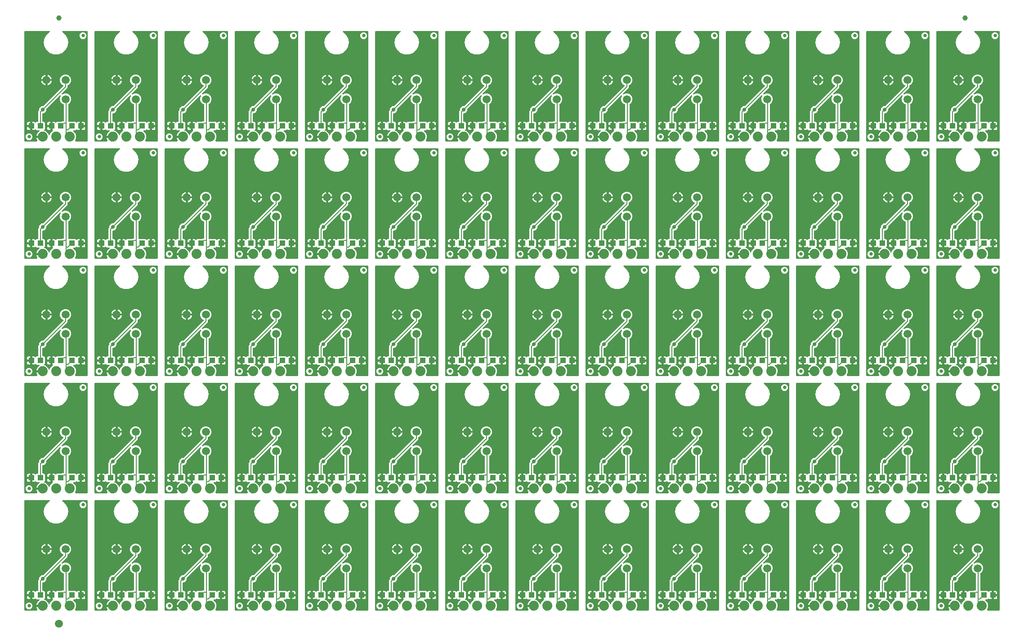
<source format=gtl>
G04 EAGLE Gerber RS-274X export*
G75*
%MOMM*%
%FSLAX34Y34*%
%LPD*%
%INTop Copper*%
%IPPOS*%
%AMOC8*
5,1,8,0,0,1.08239X$1,22.5*%
G01*
%ADD10C,0.635000*%
%ADD11C,1.500000*%
%ADD12R,1.100000X1.000000*%
%ADD13C,1.879600*%
%ADD14C,1.000000*%
%ADD15C,0.736600*%
%ADD16C,0.177800*%

G36*
X820195Y446038D02*
X820195Y446038D01*
X820287Y446041D01*
X820336Y446057D01*
X820386Y446065D01*
X820470Y446102D01*
X820557Y446131D01*
X820599Y446160D01*
X820645Y446181D01*
X820715Y446240D01*
X820791Y446292D01*
X820823Y446332D01*
X820862Y446364D01*
X820913Y446441D01*
X820972Y446512D01*
X820992Y446559D01*
X821020Y446601D01*
X821048Y446689D01*
X821084Y446773D01*
X821090Y446824D01*
X821106Y446872D01*
X821108Y446964D01*
X821119Y447055D01*
X821112Y447106D01*
X821113Y447156D01*
X821090Y447245D01*
X821075Y447336D01*
X821055Y447376D01*
X821041Y447431D01*
X820960Y447568D01*
X820926Y447637D01*
X820369Y448403D01*
X819516Y450077D01*
X818935Y451864D01*
X818814Y452629D01*
X829564Y452629D01*
X829622Y452637D01*
X829680Y452635D01*
X829762Y452657D01*
X829845Y452669D01*
X829899Y452693D01*
X829955Y452707D01*
X830028Y452750D01*
X830105Y452785D01*
X830149Y452823D01*
X830200Y452853D01*
X830257Y452914D01*
X830322Y452969D01*
X830354Y453017D01*
X830394Y453060D01*
X830433Y453135D01*
X830479Y453205D01*
X830497Y453261D01*
X830524Y453313D01*
X830535Y453381D01*
X830565Y453476D01*
X830568Y453576D01*
X830579Y453644D01*
X830579Y455676D01*
X830571Y455734D01*
X830572Y455792D01*
X830551Y455874D01*
X830539Y455957D01*
X830515Y456011D01*
X830501Y456067D01*
X830458Y456140D01*
X830423Y456217D01*
X830385Y456262D01*
X830355Y456312D01*
X830294Y456370D01*
X830239Y456434D01*
X830191Y456466D01*
X830148Y456506D01*
X830073Y456545D01*
X830003Y456591D01*
X829947Y456609D01*
X829895Y456636D01*
X829827Y456647D01*
X829732Y456677D01*
X829632Y456680D01*
X829564Y456691D01*
X818814Y456691D01*
X818935Y457456D01*
X819516Y459243D01*
X820369Y460917D01*
X821474Y462438D01*
X822802Y463766D01*
X824323Y464871D01*
X824598Y465011D01*
X824636Y465038D01*
X824679Y465057D01*
X824752Y465119D01*
X824831Y465175D01*
X824860Y465211D01*
X824896Y465241D01*
X824949Y465321D01*
X825010Y465396D01*
X825027Y465439D01*
X825053Y465477D01*
X825082Y465569D01*
X825120Y465658D01*
X825125Y465704D01*
X825139Y465748D01*
X825141Y465844D01*
X825153Y465941D01*
X825145Y465986D01*
X825146Y466032D01*
X825122Y466126D01*
X825106Y466221D01*
X825086Y466263D01*
X825074Y466307D01*
X825025Y466390D01*
X824983Y466478D01*
X824953Y466512D01*
X824929Y466552D01*
X824859Y466618D01*
X824795Y466690D01*
X824756Y466715D01*
X824722Y466746D01*
X824636Y466790D01*
X824554Y466842D01*
X824510Y466855D01*
X824469Y466876D01*
X824394Y466888D01*
X824281Y466921D01*
X824198Y466921D01*
X824138Y466931D01*
X819617Y466931D01*
X818239Y468310D01*
X818192Y468345D01*
X818152Y468387D01*
X818079Y468430D01*
X818011Y468481D01*
X817957Y468501D01*
X817906Y468531D01*
X817825Y468552D01*
X817746Y468582D01*
X817688Y468587D01*
X817631Y468601D01*
X817546Y468598D01*
X817462Y468605D01*
X817405Y468594D01*
X817347Y468592D01*
X817266Y468566D01*
X817184Y468550D01*
X817132Y468523D01*
X817076Y468505D01*
X817020Y468464D01*
X816931Y468419D01*
X816859Y468350D01*
X816803Y468310D01*
X816440Y467947D01*
X815861Y467612D01*
X815214Y467439D01*
X811411Y467439D01*
X811411Y473964D01*
X811403Y474022D01*
X811404Y474080D01*
X811383Y474162D01*
X811371Y474245D01*
X811347Y474299D01*
X811333Y474355D01*
X811290Y474428D01*
X811255Y474505D01*
X811217Y474549D01*
X811187Y474600D01*
X811126Y474657D01*
X811071Y474722D01*
X811023Y474754D01*
X810980Y474794D01*
X810905Y474833D01*
X810835Y474879D01*
X810779Y474897D01*
X810727Y474924D01*
X810659Y474935D01*
X810564Y474965D01*
X810464Y474968D01*
X810396Y474979D01*
X809379Y474979D01*
X809379Y474981D01*
X810396Y474981D01*
X810454Y474989D01*
X810512Y474988D01*
X810594Y475009D01*
X810677Y475021D01*
X810731Y475045D01*
X810787Y475059D01*
X810860Y475102D01*
X810937Y475137D01*
X810981Y475175D01*
X811032Y475205D01*
X811089Y475266D01*
X811154Y475321D01*
X811186Y475369D01*
X811226Y475412D01*
X811265Y475487D01*
X811311Y475557D01*
X811329Y475613D01*
X811356Y475665D01*
X811367Y475733D01*
X811397Y475828D01*
X811400Y475928D01*
X811411Y475996D01*
X811411Y482521D01*
X815214Y482521D01*
X815861Y482348D01*
X816440Y482013D01*
X816803Y481650D01*
X816850Y481615D01*
X816890Y481573D01*
X816963Y481530D01*
X817030Y481479D01*
X817085Y481458D01*
X817135Y481429D01*
X817217Y481408D01*
X817296Y481378D01*
X817354Y481373D01*
X817411Y481359D01*
X817495Y481362D01*
X817579Y481355D01*
X817636Y481366D01*
X817695Y481368D01*
X817775Y481394D01*
X817858Y481410D01*
X817910Y481437D01*
X817965Y481455D01*
X818022Y481495D01*
X818110Y481541D01*
X818182Y481610D01*
X818239Y481650D01*
X819617Y483029D01*
X821427Y483029D01*
X821485Y483037D01*
X821543Y483035D01*
X821625Y483057D01*
X821709Y483069D01*
X821762Y483092D01*
X821818Y483107D01*
X821891Y483150D01*
X821968Y483185D01*
X822013Y483223D01*
X822063Y483252D01*
X822121Y483314D01*
X822185Y483368D01*
X822217Y483417D01*
X822257Y483460D01*
X822296Y483535D01*
X822343Y483605D01*
X822360Y483661D01*
X822387Y483713D01*
X822398Y483781D01*
X822428Y483876D01*
X822431Y483976D01*
X822442Y484044D01*
X822442Y502891D01*
X823551Y504000D01*
X823603Y504070D01*
X823663Y504133D01*
X823689Y504183D01*
X823722Y504227D01*
X823753Y504309D01*
X823793Y504387D01*
X823801Y504434D01*
X823823Y504493D01*
X823835Y504640D01*
X823848Y504718D01*
X823848Y506799D01*
X824873Y509273D01*
X826767Y511167D01*
X829241Y512192D01*
X831322Y512192D01*
X831409Y512204D01*
X831496Y512207D01*
X831549Y512224D01*
X831604Y512232D01*
X831684Y512267D01*
X831767Y512294D01*
X831806Y512322D01*
X831863Y512348D01*
X831977Y512444D01*
X832040Y512489D01*
X869705Y550154D01*
X869757Y550223D01*
X869817Y550287D01*
X869843Y550337D01*
X869876Y550381D01*
X869907Y550463D01*
X869947Y550541D01*
X869955Y550588D01*
X869977Y550647D01*
X869989Y550794D01*
X870002Y550872D01*
X870002Y551055D01*
X870002Y551056D01*
X870002Y551058D01*
X869982Y551197D01*
X869962Y551336D01*
X869962Y551338D01*
X869962Y551339D01*
X869905Y551465D01*
X869846Y551596D01*
X869845Y551597D01*
X869844Y551598D01*
X869756Y551702D01*
X869663Y551813D01*
X869661Y551814D01*
X869660Y551815D01*
X869647Y551823D01*
X869426Y551970D01*
X869397Y551980D01*
X869376Y551993D01*
X867965Y552577D01*
X864997Y555545D01*
X863391Y559422D01*
X863391Y563618D01*
X864997Y567495D01*
X867965Y570463D01*
X871842Y572069D01*
X876038Y572069D01*
X879915Y570463D01*
X882883Y567495D01*
X884489Y563618D01*
X884489Y559422D01*
X882883Y555545D01*
X879915Y552577D01*
X878504Y551993D01*
X878503Y551992D01*
X878502Y551992D01*
X878381Y551920D01*
X878260Y551848D01*
X878259Y551847D01*
X878257Y551846D01*
X878160Y551742D01*
X878064Y551642D01*
X878064Y551640D01*
X878063Y551639D01*
X877998Y551513D01*
X877934Y551389D01*
X877934Y551387D01*
X877933Y551386D01*
X877931Y551371D01*
X877879Y551110D01*
X877882Y551079D01*
X877878Y551055D01*
X877878Y547189D01*
X875274Y544585D01*
X866908Y536219D01*
X866857Y536151D01*
X866797Y536088D01*
X866771Y536037D01*
X866737Y535992D01*
X866707Y535912D01*
X866667Y535835D01*
X866656Y535780D01*
X866636Y535726D01*
X866629Y535641D01*
X866612Y535557D01*
X866617Y535500D01*
X866612Y535443D01*
X866629Y535359D01*
X866637Y535273D01*
X866657Y535220D01*
X866668Y535164D01*
X866708Y535088D01*
X866739Y535008D01*
X866773Y534963D01*
X866799Y534912D01*
X866858Y534850D01*
X866910Y534781D01*
X866956Y534747D01*
X866995Y534706D01*
X867069Y534662D01*
X867138Y534611D01*
X867191Y534591D01*
X867240Y534562D01*
X867324Y534541D01*
X867404Y534511D01*
X867461Y534506D01*
X867516Y534492D01*
X867602Y534495D01*
X867687Y534488D01*
X867736Y534499D01*
X867800Y534501D01*
X867938Y534546D01*
X868014Y534563D01*
X871842Y536149D01*
X876038Y536149D01*
X879915Y534543D01*
X882883Y531575D01*
X884489Y527698D01*
X884489Y523502D01*
X882883Y519625D01*
X879915Y516657D01*
X879595Y516524D01*
X879593Y516523D01*
X879592Y516523D01*
X879474Y516453D01*
X879350Y516380D01*
X879349Y516379D01*
X879347Y516378D01*
X879252Y516276D01*
X879154Y516173D01*
X879154Y516172D01*
X879153Y516171D01*
X879090Y516049D01*
X879024Y515920D01*
X879024Y515919D01*
X879023Y515917D01*
X879021Y515903D01*
X878969Y515642D01*
X878972Y515611D01*
X878968Y515586D01*
X878968Y484044D01*
X878976Y483986D01*
X878974Y483928D01*
X878996Y483846D01*
X879008Y483762D01*
X879031Y483709D01*
X879046Y483653D01*
X879089Y483580D01*
X879124Y483503D01*
X879162Y483458D01*
X879191Y483408D01*
X879253Y483350D01*
X879307Y483286D01*
X879356Y483254D01*
X879399Y483214D01*
X879474Y483175D01*
X879544Y483128D01*
X879600Y483111D01*
X879652Y483084D01*
X879720Y483073D01*
X879815Y483043D01*
X879915Y483040D01*
X879983Y483029D01*
X892343Y483029D01*
X893721Y481650D01*
X893768Y481615D01*
X893808Y481573D01*
X893881Y481530D01*
X893949Y481479D01*
X894003Y481459D01*
X894054Y481429D01*
X894135Y481408D01*
X894214Y481378D01*
X894272Y481373D01*
X894329Y481359D01*
X894414Y481362D01*
X894498Y481355D01*
X894555Y481366D01*
X894613Y481368D01*
X894694Y481394D01*
X894776Y481410D01*
X894828Y481437D01*
X894884Y481455D01*
X894940Y481496D01*
X895029Y481541D01*
X895101Y481610D01*
X895157Y481650D01*
X895520Y482013D01*
X896099Y482348D01*
X896746Y482521D01*
X900549Y482521D01*
X900549Y475996D01*
X900557Y475938D01*
X900555Y475880D01*
X900577Y475798D01*
X900589Y475715D01*
X900613Y475661D01*
X900627Y475605D01*
X900670Y475532D01*
X900705Y475455D01*
X900743Y475411D01*
X900773Y475360D01*
X900834Y475303D01*
X900889Y475238D01*
X900937Y475206D01*
X900980Y475166D01*
X901055Y475127D01*
X901125Y475081D01*
X901181Y475063D01*
X901233Y475036D01*
X901301Y475025D01*
X901396Y474995D01*
X901496Y474992D01*
X901564Y474981D01*
X902581Y474981D01*
X902581Y474979D01*
X901564Y474979D01*
X901506Y474971D01*
X901448Y474972D01*
X901366Y474951D01*
X901283Y474939D01*
X901229Y474915D01*
X901173Y474901D01*
X901100Y474858D01*
X901023Y474823D01*
X900978Y474785D01*
X900928Y474755D01*
X900870Y474694D01*
X900806Y474639D01*
X900774Y474591D01*
X900734Y474548D01*
X900695Y474473D01*
X900649Y474403D01*
X900631Y474347D01*
X900604Y474295D01*
X900593Y474227D01*
X900563Y474132D01*
X900560Y474032D01*
X900549Y473964D01*
X900549Y467439D01*
X896746Y467439D01*
X896099Y467612D01*
X895520Y467947D01*
X895157Y468310D01*
X895110Y468345D01*
X895070Y468387D01*
X894997Y468430D01*
X894930Y468481D01*
X894875Y468502D01*
X894825Y468531D01*
X894743Y468552D01*
X894664Y468582D01*
X894606Y468587D01*
X894549Y468601D01*
X894465Y468598D01*
X894381Y468605D01*
X894324Y468594D01*
X894265Y468592D01*
X894185Y468566D01*
X894102Y468550D01*
X894050Y468523D01*
X893995Y468505D01*
X893938Y468465D01*
X893850Y468419D01*
X893778Y468350D01*
X893721Y468310D01*
X892343Y466931D01*
X889162Y466931D01*
X889133Y466927D01*
X889104Y466930D01*
X888993Y466907D01*
X888881Y466891D01*
X888854Y466879D01*
X888825Y466874D01*
X888725Y466822D01*
X888621Y466775D01*
X888599Y466756D01*
X888573Y466743D01*
X888491Y466665D01*
X888404Y466592D01*
X888388Y466567D01*
X888367Y466547D01*
X888309Y466449D01*
X888247Y466355D01*
X888238Y466327D01*
X888223Y466302D01*
X888195Y466192D01*
X888161Y466084D01*
X888160Y466054D01*
X888153Y466026D01*
X888156Y465913D01*
X888154Y465800D01*
X888161Y465771D01*
X888162Y465742D01*
X888197Y465634D01*
X888225Y465525D01*
X888240Y465499D01*
X888249Y465471D01*
X888295Y465408D01*
X888371Y465280D01*
X888416Y465237D01*
X888444Y465198D01*
X891932Y461711D01*
X893827Y457136D01*
X893827Y452184D01*
X891857Y447429D01*
X891828Y447317D01*
X891794Y447208D01*
X891793Y447180D01*
X891786Y447153D01*
X891789Y447039D01*
X891786Y446924D01*
X891793Y446897D01*
X891794Y446869D01*
X891829Y446760D01*
X891858Y446649D01*
X891872Y446625D01*
X891881Y446598D01*
X891945Y446503D01*
X892003Y446404D01*
X892024Y446385D01*
X892039Y446362D01*
X892127Y446288D01*
X892211Y446210D01*
X892235Y446197D01*
X892257Y446179D01*
X892361Y446133D01*
X892464Y446080D01*
X892488Y446076D01*
X892516Y446064D01*
X892780Y446027D01*
X892795Y446025D01*
X914400Y446025D01*
X914458Y446033D01*
X914516Y446031D01*
X914598Y446053D01*
X914682Y446065D01*
X914735Y446088D01*
X914791Y446103D01*
X914864Y446146D01*
X914941Y446181D01*
X914986Y446219D01*
X915036Y446248D01*
X915094Y446310D01*
X915158Y446364D01*
X915190Y446413D01*
X915230Y446456D01*
X915269Y446531D01*
X915316Y446601D01*
X915333Y446657D01*
X915360Y446709D01*
X915371Y446777D01*
X915401Y446872D01*
X915404Y446972D01*
X915415Y447040D01*
X915415Y652780D01*
X915407Y652838D01*
X915409Y652896D01*
X915387Y652978D01*
X915375Y653062D01*
X915352Y653115D01*
X915337Y653171D01*
X915294Y653244D01*
X915259Y653321D01*
X915221Y653366D01*
X915192Y653416D01*
X915130Y653474D01*
X915076Y653538D01*
X915027Y653570D01*
X914984Y653610D01*
X914909Y653649D01*
X914839Y653696D01*
X914783Y653713D01*
X914731Y653740D01*
X914663Y653751D01*
X914568Y653781D01*
X914468Y653784D01*
X914400Y653795D01*
X868513Y653795D01*
X868440Y653785D01*
X868366Y653785D01*
X868300Y653765D01*
X868231Y653755D01*
X868164Y653725D01*
X868094Y653705D01*
X868035Y653668D01*
X867972Y653639D01*
X867916Y653592D01*
X867854Y653552D01*
X867808Y653500D01*
X867755Y653456D01*
X867714Y653394D01*
X867665Y653339D01*
X867636Y653277D01*
X867597Y653219D01*
X867575Y653149D01*
X867544Y653082D01*
X867532Y653014D01*
X867512Y652948D01*
X867510Y652874D01*
X867498Y652802D01*
X867506Y652733D01*
X867504Y652664D01*
X867523Y652593D01*
X867532Y652519D01*
X867559Y652456D01*
X867576Y652389D01*
X867614Y652325D01*
X867642Y652258D01*
X867681Y652213D01*
X867721Y652144D01*
X867811Y652060D01*
X867860Y652002D01*
X873565Y647216D01*
X877551Y640311D01*
X878935Y632460D01*
X877551Y624609D01*
X873565Y617705D01*
X867458Y612580D01*
X859966Y609853D01*
X851994Y609853D01*
X844502Y612580D01*
X838395Y617704D01*
X834409Y624609D01*
X833025Y632460D01*
X834409Y640311D01*
X838395Y647215D01*
X844100Y652002D01*
X844149Y652057D01*
X844205Y652105D01*
X844244Y652162D01*
X844290Y652214D01*
X844322Y652280D01*
X844363Y652341D01*
X844384Y652407D01*
X844414Y652470D01*
X844426Y652542D01*
X844448Y652612D01*
X844450Y652681D01*
X844462Y652750D01*
X844454Y652823D01*
X844456Y652896D01*
X844438Y652963D01*
X844431Y653032D01*
X844403Y653100D01*
X844384Y653171D01*
X844349Y653231D01*
X844322Y653295D01*
X844276Y653353D01*
X844239Y653416D01*
X844188Y653463D01*
X844145Y653517D01*
X844085Y653560D01*
X844031Y653610D01*
X843970Y653642D01*
X843913Y653682D01*
X843844Y653706D01*
X843778Y653740D01*
X843720Y653750D01*
X843645Y653776D01*
X843523Y653783D01*
X843447Y653795D01*
X797560Y653795D01*
X797502Y653787D01*
X797444Y653789D01*
X797362Y653767D01*
X797278Y653755D01*
X797225Y653732D01*
X797169Y653717D01*
X797096Y653674D01*
X797019Y653639D01*
X796974Y653601D01*
X796924Y653572D01*
X796866Y653510D01*
X796802Y653456D01*
X796770Y653407D01*
X796730Y653364D01*
X796691Y653289D01*
X796644Y653219D01*
X796627Y653163D01*
X796600Y653111D01*
X796589Y653043D01*
X796559Y652948D01*
X796556Y652848D01*
X796545Y652780D01*
X796545Y447040D01*
X796553Y446982D01*
X796551Y446924D01*
X796573Y446842D01*
X796585Y446758D01*
X796608Y446705D01*
X796623Y446649D01*
X796666Y446576D01*
X796701Y446499D01*
X796739Y446454D01*
X796768Y446404D01*
X796830Y446346D01*
X796884Y446282D01*
X796933Y446250D01*
X796976Y446210D01*
X797051Y446171D01*
X797121Y446124D01*
X797177Y446107D01*
X797229Y446080D01*
X797297Y446069D01*
X797392Y446039D01*
X797492Y446036D01*
X797560Y446025D01*
X820104Y446025D01*
X820195Y446038D01*
G37*
G36*
X423955Y225058D02*
X423955Y225058D01*
X424047Y225061D01*
X424096Y225077D01*
X424146Y225085D01*
X424230Y225122D01*
X424317Y225151D01*
X424359Y225180D01*
X424405Y225201D01*
X424475Y225260D01*
X424551Y225312D01*
X424583Y225352D01*
X424622Y225384D01*
X424673Y225461D01*
X424732Y225532D01*
X424752Y225579D01*
X424780Y225621D01*
X424808Y225709D01*
X424844Y225793D01*
X424850Y225844D01*
X424866Y225892D01*
X424868Y225984D01*
X424879Y226075D01*
X424872Y226126D01*
X424873Y226176D01*
X424850Y226265D01*
X424835Y226356D01*
X424815Y226396D01*
X424801Y226451D01*
X424720Y226588D01*
X424686Y226657D01*
X424129Y227423D01*
X423276Y229097D01*
X422695Y230884D01*
X422574Y231649D01*
X433324Y231649D01*
X433382Y231657D01*
X433440Y231655D01*
X433522Y231677D01*
X433605Y231689D01*
X433659Y231713D01*
X433715Y231727D01*
X433788Y231770D01*
X433865Y231805D01*
X433909Y231843D01*
X433960Y231873D01*
X434017Y231934D01*
X434082Y231989D01*
X434114Y232037D01*
X434154Y232080D01*
X434193Y232155D01*
X434239Y232225D01*
X434257Y232281D01*
X434284Y232333D01*
X434295Y232401D01*
X434325Y232496D01*
X434328Y232596D01*
X434339Y232664D01*
X434339Y234696D01*
X434331Y234754D01*
X434332Y234812D01*
X434311Y234894D01*
X434299Y234977D01*
X434275Y235031D01*
X434261Y235087D01*
X434218Y235160D01*
X434183Y235237D01*
X434145Y235282D01*
X434115Y235332D01*
X434054Y235390D01*
X433999Y235454D01*
X433951Y235486D01*
X433908Y235526D01*
X433833Y235565D01*
X433763Y235611D01*
X433707Y235629D01*
X433655Y235656D01*
X433587Y235667D01*
X433492Y235697D01*
X433392Y235700D01*
X433324Y235711D01*
X422574Y235711D01*
X422695Y236476D01*
X423276Y238263D01*
X424129Y239937D01*
X425234Y241458D01*
X426562Y242786D01*
X428083Y243891D01*
X428358Y244031D01*
X428396Y244058D01*
X428439Y244077D01*
X428512Y244139D01*
X428591Y244195D01*
X428620Y244231D01*
X428656Y244261D01*
X428709Y244341D01*
X428770Y244416D01*
X428787Y244459D01*
X428813Y244497D01*
X428842Y244589D01*
X428880Y244678D01*
X428885Y244724D01*
X428899Y244768D01*
X428901Y244865D01*
X428913Y244960D01*
X428905Y245006D01*
X428906Y245052D01*
X428882Y245146D01*
X428866Y245241D01*
X428846Y245283D01*
X428834Y245327D01*
X428785Y245410D01*
X428744Y245497D01*
X428713Y245532D01*
X428689Y245572D01*
X428619Y245638D01*
X428555Y245710D01*
X428516Y245735D01*
X428482Y245766D01*
X428396Y245810D01*
X428314Y245862D01*
X428270Y245875D01*
X428229Y245896D01*
X428154Y245908D01*
X428041Y245941D01*
X427958Y245941D01*
X427898Y245951D01*
X423377Y245951D01*
X421999Y247330D01*
X421952Y247365D01*
X421912Y247407D01*
X421839Y247450D01*
X421772Y247501D01*
X421717Y247522D01*
X421666Y247551D01*
X421585Y247572D01*
X421506Y247602D01*
X421447Y247607D01*
X421391Y247621D01*
X421307Y247618D01*
X421223Y247625D01*
X421165Y247614D01*
X421107Y247612D01*
X421027Y247586D01*
X420944Y247570D01*
X420892Y247543D01*
X420836Y247525D01*
X420780Y247485D01*
X420691Y247439D01*
X420619Y247370D01*
X420563Y247330D01*
X420200Y246967D01*
X419621Y246632D01*
X418974Y246459D01*
X415171Y246459D01*
X415171Y252984D01*
X415163Y253042D01*
X415164Y253100D01*
X415143Y253182D01*
X415131Y253265D01*
X415107Y253319D01*
X415093Y253375D01*
X415050Y253448D01*
X415015Y253525D01*
X414977Y253569D01*
X414947Y253620D01*
X414886Y253677D01*
X414831Y253742D01*
X414783Y253774D01*
X414740Y253814D01*
X414665Y253853D01*
X414595Y253899D01*
X414539Y253917D01*
X414487Y253944D01*
X414419Y253955D01*
X414324Y253985D01*
X414224Y253988D01*
X414156Y253999D01*
X413139Y253999D01*
X413139Y254001D01*
X414156Y254001D01*
X414214Y254009D01*
X414272Y254008D01*
X414354Y254029D01*
X414437Y254041D01*
X414491Y254065D01*
X414547Y254079D01*
X414620Y254122D01*
X414697Y254157D01*
X414741Y254195D01*
X414792Y254225D01*
X414849Y254286D01*
X414914Y254341D01*
X414946Y254389D01*
X414986Y254432D01*
X415025Y254507D01*
X415071Y254577D01*
X415089Y254633D01*
X415116Y254685D01*
X415127Y254753D01*
X415157Y254848D01*
X415160Y254948D01*
X415171Y255016D01*
X415171Y261541D01*
X418974Y261541D01*
X419621Y261368D01*
X420200Y261033D01*
X420563Y260670D01*
X420610Y260635D01*
X420650Y260593D01*
X420723Y260550D01*
X420790Y260499D01*
X420845Y260478D01*
X420895Y260449D01*
X420977Y260428D01*
X421056Y260398D01*
X421114Y260393D01*
X421171Y260379D01*
X421255Y260382D01*
X421339Y260375D01*
X421396Y260386D01*
X421455Y260388D01*
X421535Y260414D01*
X421618Y260430D01*
X421670Y260457D01*
X421725Y260475D01*
X421782Y260516D01*
X421870Y260561D01*
X421942Y260630D01*
X421999Y260670D01*
X423377Y262049D01*
X425187Y262049D01*
X425245Y262057D01*
X425303Y262055D01*
X425385Y262077D01*
X425469Y262089D01*
X425522Y262112D01*
X425578Y262127D01*
X425651Y262170D01*
X425728Y262205D01*
X425773Y262243D01*
X425823Y262272D01*
X425881Y262334D01*
X425945Y262388D01*
X425977Y262437D01*
X426017Y262480D01*
X426056Y262555D01*
X426103Y262625D01*
X426120Y262681D01*
X426147Y262733D01*
X426158Y262801D01*
X426188Y262896D01*
X426191Y262996D01*
X426202Y263064D01*
X426202Y281911D01*
X427311Y283020D01*
X427363Y283089D01*
X427423Y283153D01*
X427449Y283203D01*
X427482Y283247D01*
X427513Y283329D01*
X427553Y283407D01*
X427561Y283454D01*
X427583Y283513D01*
X427595Y283660D01*
X427608Y283738D01*
X427608Y285819D01*
X428633Y288293D01*
X430527Y290187D01*
X433001Y291212D01*
X435082Y291212D01*
X435169Y291224D01*
X435256Y291227D01*
X435309Y291244D01*
X435364Y291252D01*
X435444Y291287D01*
X435527Y291314D01*
X435566Y291342D01*
X435623Y291368D01*
X435737Y291464D01*
X435800Y291509D01*
X473465Y329174D01*
X473517Y329243D01*
X473577Y329307D01*
X473603Y329357D01*
X473636Y329401D01*
X473667Y329483D01*
X473707Y329561D01*
X473715Y329608D01*
X473737Y329667D01*
X473749Y329814D01*
X473762Y329892D01*
X473762Y330075D01*
X473762Y330076D01*
X473762Y330078D01*
X473742Y330217D01*
X473722Y330356D01*
X473722Y330358D01*
X473722Y330359D01*
X473665Y330485D01*
X473606Y330616D01*
X473605Y330617D01*
X473604Y330618D01*
X473516Y330722D01*
X473423Y330833D01*
X473421Y330834D01*
X473420Y330835D01*
X473407Y330843D01*
X473186Y330990D01*
X473157Y331000D01*
X473136Y331013D01*
X471725Y331597D01*
X468757Y334565D01*
X467151Y338442D01*
X467151Y342638D01*
X468757Y346515D01*
X471725Y349483D01*
X475602Y351089D01*
X479798Y351089D01*
X483675Y349483D01*
X486643Y346515D01*
X488249Y342638D01*
X488249Y338442D01*
X486643Y334565D01*
X483675Y331597D01*
X482264Y331013D01*
X482263Y331012D01*
X482262Y331012D01*
X482141Y330940D01*
X482020Y330868D01*
X482019Y330867D01*
X482017Y330866D01*
X481920Y330762D01*
X481824Y330662D01*
X481824Y330660D01*
X481823Y330659D01*
X481758Y330533D01*
X481694Y330409D01*
X481694Y330407D01*
X481693Y330406D01*
X481691Y330391D01*
X481639Y330130D01*
X481642Y330099D01*
X481638Y330075D01*
X481638Y326209D01*
X479034Y323605D01*
X470668Y315239D01*
X470617Y315171D01*
X470557Y315108D01*
X470531Y315058D01*
X470497Y315012D01*
X470467Y314932D01*
X470427Y314855D01*
X470416Y314800D01*
X470396Y314746D01*
X470389Y314661D01*
X470372Y314577D01*
X470377Y314520D01*
X470372Y314463D01*
X470389Y314379D01*
X470397Y314293D01*
X470417Y314240D01*
X470428Y314184D01*
X470468Y314108D01*
X470499Y314028D01*
X470533Y313983D01*
X470559Y313932D01*
X470619Y313870D01*
X470670Y313801D01*
X470716Y313767D01*
X470755Y313726D01*
X470829Y313682D01*
X470898Y313631D01*
X470951Y313611D01*
X471000Y313582D01*
X471084Y313561D01*
X471164Y313531D01*
X471221Y313526D01*
X471276Y313512D01*
X471362Y313515D01*
X471447Y313508D01*
X471496Y313519D01*
X471560Y313521D01*
X471698Y313566D01*
X471775Y313583D01*
X475602Y315169D01*
X479798Y315169D01*
X483675Y313563D01*
X486643Y310595D01*
X488249Y306718D01*
X488249Y302522D01*
X486643Y298645D01*
X483675Y295677D01*
X483355Y295544D01*
X483353Y295543D01*
X483352Y295543D01*
X483234Y295473D01*
X483110Y295400D01*
X483109Y295399D01*
X483107Y295398D01*
X483012Y295296D01*
X482914Y295193D01*
X482914Y295192D01*
X482913Y295191D01*
X482850Y295069D01*
X482784Y294940D01*
X482784Y294939D01*
X482783Y294937D01*
X482781Y294923D01*
X482729Y294662D01*
X482732Y294631D01*
X482728Y294606D01*
X482728Y263064D01*
X482736Y263006D01*
X482734Y262948D01*
X482756Y262866D01*
X482768Y262782D01*
X482791Y262729D01*
X482806Y262673D01*
X482849Y262600D01*
X482884Y262523D01*
X482922Y262478D01*
X482951Y262428D01*
X483013Y262370D01*
X483067Y262306D01*
X483116Y262274D01*
X483159Y262234D01*
X483234Y262195D01*
X483304Y262148D01*
X483360Y262131D01*
X483412Y262104D01*
X483480Y262093D01*
X483575Y262063D01*
X483675Y262060D01*
X483743Y262049D01*
X496103Y262049D01*
X497481Y260670D01*
X497528Y260635D01*
X497568Y260593D01*
X497641Y260550D01*
X497709Y260499D01*
X497763Y260479D01*
X497814Y260449D01*
X497895Y260428D01*
X497974Y260398D01*
X498032Y260393D01*
X498089Y260379D01*
X498174Y260382D01*
X498258Y260375D01*
X498315Y260386D01*
X498373Y260388D01*
X498454Y260414D01*
X498536Y260430D01*
X498588Y260457D01*
X498644Y260475D01*
X498700Y260516D01*
X498789Y260561D01*
X498861Y260630D01*
X498917Y260670D01*
X499280Y261033D01*
X499859Y261368D01*
X500506Y261541D01*
X504309Y261541D01*
X504309Y255016D01*
X504317Y254958D01*
X504315Y254900D01*
X504337Y254818D01*
X504349Y254735D01*
X504373Y254681D01*
X504387Y254625D01*
X504430Y254552D01*
X504465Y254475D01*
X504503Y254431D01*
X504533Y254380D01*
X504594Y254323D01*
X504649Y254258D01*
X504697Y254226D01*
X504740Y254186D01*
X504815Y254147D01*
X504885Y254101D01*
X504941Y254083D01*
X504993Y254056D01*
X505061Y254045D01*
X505156Y254015D01*
X505256Y254012D01*
X505324Y254001D01*
X506341Y254001D01*
X506341Y253999D01*
X505324Y253999D01*
X505266Y253991D01*
X505208Y253992D01*
X505126Y253971D01*
X505043Y253959D01*
X504989Y253935D01*
X504933Y253921D01*
X504860Y253878D01*
X504783Y253843D01*
X504738Y253805D01*
X504688Y253775D01*
X504630Y253714D01*
X504566Y253659D01*
X504534Y253611D01*
X504494Y253568D01*
X504455Y253493D01*
X504409Y253423D01*
X504391Y253367D01*
X504364Y253315D01*
X504353Y253247D01*
X504323Y253152D01*
X504320Y253052D01*
X504309Y252984D01*
X504309Y246459D01*
X500506Y246459D01*
X499859Y246632D01*
X499280Y246967D01*
X498917Y247330D01*
X498870Y247365D01*
X498830Y247407D01*
X498757Y247450D01*
X498690Y247501D01*
X498635Y247522D01*
X498585Y247551D01*
X498503Y247572D01*
X498424Y247602D01*
X498366Y247607D01*
X498309Y247621D01*
X498225Y247618D01*
X498141Y247625D01*
X498084Y247614D01*
X498025Y247612D01*
X497945Y247586D01*
X497862Y247570D01*
X497810Y247543D01*
X497755Y247525D01*
X497698Y247485D01*
X497610Y247439D01*
X497538Y247370D01*
X497481Y247330D01*
X496103Y245951D01*
X492922Y245951D01*
X492893Y245947D01*
X492864Y245950D01*
X492753Y245927D01*
X492641Y245911D01*
X492614Y245899D01*
X492585Y245894D01*
X492485Y245842D01*
X492381Y245795D01*
X492359Y245776D01*
X492333Y245763D01*
X492251Y245685D01*
X492164Y245612D01*
X492148Y245587D01*
X492127Y245567D01*
X492069Y245469D01*
X492007Y245375D01*
X491998Y245347D01*
X491983Y245322D01*
X491955Y245212D01*
X491921Y245104D01*
X491920Y245074D01*
X491913Y245046D01*
X491916Y244933D01*
X491914Y244820D01*
X491921Y244791D01*
X491922Y244762D01*
X491957Y244654D01*
X491985Y244545D01*
X492000Y244519D01*
X492009Y244491D01*
X492055Y244428D01*
X492131Y244300D01*
X492176Y244257D01*
X492204Y244218D01*
X495692Y240731D01*
X497587Y236156D01*
X497587Y231204D01*
X495617Y226449D01*
X495588Y226337D01*
X495554Y226228D01*
X495553Y226200D01*
X495546Y226173D01*
X495549Y226059D01*
X495546Y225944D01*
X495553Y225917D01*
X495554Y225889D01*
X495589Y225780D01*
X495618Y225669D01*
X495632Y225645D01*
X495641Y225618D01*
X495705Y225523D01*
X495763Y225424D01*
X495784Y225405D01*
X495799Y225382D01*
X495887Y225308D01*
X495971Y225230D01*
X495995Y225217D01*
X496017Y225199D01*
X496121Y225153D01*
X496224Y225100D01*
X496248Y225096D01*
X496276Y225084D01*
X496540Y225047D01*
X496555Y225045D01*
X518160Y225045D01*
X518218Y225053D01*
X518276Y225051D01*
X518358Y225073D01*
X518442Y225085D01*
X518495Y225108D01*
X518551Y225123D01*
X518624Y225166D01*
X518701Y225201D01*
X518746Y225239D01*
X518796Y225268D01*
X518854Y225330D01*
X518918Y225384D01*
X518950Y225433D01*
X518990Y225476D01*
X519029Y225551D01*
X519076Y225621D01*
X519093Y225677D01*
X519120Y225729D01*
X519131Y225797D01*
X519161Y225892D01*
X519164Y225992D01*
X519175Y226060D01*
X519175Y431800D01*
X519167Y431858D01*
X519169Y431916D01*
X519147Y431998D01*
X519135Y432082D01*
X519112Y432135D01*
X519097Y432191D01*
X519054Y432264D01*
X519019Y432341D01*
X518981Y432386D01*
X518952Y432436D01*
X518890Y432494D01*
X518836Y432558D01*
X518787Y432590D01*
X518744Y432630D01*
X518669Y432669D01*
X518599Y432716D01*
X518543Y432733D01*
X518491Y432760D01*
X518423Y432771D01*
X518328Y432801D01*
X518228Y432804D01*
X518160Y432815D01*
X472273Y432815D01*
X472200Y432805D01*
X472126Y432805D01*
X472060Y432785D01*
X471991Y432775D01*
X471924Y432745D01*
X471854Y432725D01*
X471795Y432688D01*
X471732Y432659D01*
X471676Y432612D01*
X471614Y432572D01*
X471568Y432520D01*
X471515Y432476D01*
X471474Y432414D01*
X471425Y432359D01*
X471396Y432297D01*
X471357Y432239D01*
X471335Y432169D01*
X471304Y432102D01*
X471292Y432034D01*
X471272Y431968D01*
X471270Y431894D01*
X471258Y431822D01*
X471266Y431753D01*
X471264Y431684D01*
X471283Y431613D01*
X471292Y431539D01*
X471319Y431476D01*
X471336Y431409D01*
X471374Y431345D01*
X471402Y431278D01*
X471441Y431233D01*
X471481Y431164D01*
X471571Y431080D01*
X471620Y431022D01*
X477325Y426236D01*
X481311Y419331D01*
X482695Y411480D01*
X481311Y403629D01*
X477325Y396725D01*
X471218Y391600D01*
X463726Y388873D01*
X455754Y388873D01*
X448262Y391600D01*
X442155Y396724D01*
X438169Y403629D01*
X436785Y411480D01*
X438169Y419331D01*
X442155Y426236D01*
X447860Y431022D01*
X447909Y431077D01*
X447965Y431125D01*
X448003Y431182D01*
X448050Y431234D01*
X448082Y431300D01*
X448123Y431361D01*
X448144Y431427D01*
X448174Y431490D01*
X448186Y431562D01*
X448208Y431632D01*
X448210Y431701D01*
X448222Y431770D01*
X448214Y431843D01*
X448216Y431916D01*
X448198Y431983D01*
X448191Y432052D01*
X448162Y432120D01*
X448144Y432191D01*
X448109Y432251D01*
X448082Y432315D01*
X448036Y432373D01*
X447999Y432436D01*
X447948Y432483D01*
X447905Y432537D01*
X447845Y432580D01*
X447791Y432630D01*
X447730Y432662D01*
X447673Y432702D01*
X447604Y432726D01*
X447538Y432760D01*
X447480Y432770D01*
X447405Y432796D01*
X447283Y432803D01*
X447207Y432815D01*
X401320Y432815D01*
X401262Y432807D01*
X401204Y432809D01*
X401122Y432787D01*
X401038Y432775D01*
X400985Y432752D01*
X400929Y432737D01*
X400856Y432694D01*
X400779Y432659D01*
X400734Y432621D01*
X400684Y432592D01*
X400626Y432530D01*
X400562Y432476D01*
X400530Y432427D01*
X400490Y432384D01*
X400451Y432309D01*
X400404Y432239D01*
X400387Y432183D01*
X400360Y432131D01*
X400349Y432063D01*
X400319Y431968D01*
X400316Y431868D01*
X400305Y431800D01*
X400305Y226060D01*
X400313Y226002D01*
X400311Y225944D01*
X400333Y225862D01*
X400345Y225778D01*
X400368Y225725D01*
X400383Y225669D01*
X400426Y225596D01*
X400461Y225519D01*
X400499Y225474D01*
X400528Y225424D01*
X400590Y225366D01*
X400644Y225302D01*
X400693Y225270D01*
X400736Y225230D01*
X400811Y225191D01*
X400881Y225144D01*
X400937Y225127D01*
X400989Y225100D01*
X401057Y225089D01*
X401152Y225059D01*
X401252Y225056D01*
X401320Y225045D01*
X423864Y225045D01*
X423955Y225058D01*
G37*
G36*
X1348515Y887998D02*
X1348515Y887998D01*
X1348607Y888001D01*
X1348656Y888017D01*
X1348706Y888025D01*
X1348790Y888062D01*
X1348877Y888091D01*
X1348919Y888120D01*
X1348965Y888141D01*
X1349035Y888200D01*
X1349111Y888252D01*
X1349143Y888292D01*
X1349182Y888324D01*
X1349233Y888401D01*
X1349292Y888472D01*
X1349312Y888519D01*
X1349340Y888561D01*
X1349368Y888649D01*
X1349404Y888733D01*
X1349410Y888784D01*
X1349426Y888832D01*
X1349428Y888924D01*
X1349439Y889015D01*
X1349432Y889066D01*
X1349433Y889116D01*
X1349410Y889205D01*
X1349395Y889296D01*
X1349375Y889336D01*
X1349361Y889391D01*
X1349280Y889528D01*
X1349246Y889597D01*
X1348689Y890363D01*
X1347836Y892037D01*
X1347255Y893824D01*
X1347134Y894589D01*
X1357884Y894589D01*
X1357942Y894597D01*
X1358000Y894595D01*
X1358082Y894617D01*
X1358165Y894629D01*
X1358219Y894653D01*
X1358275Y894667D01*
X1358348Y894710D01*
X1358425Y894745D01*
X1358469Y894783D01*
X1358520Y894813D01*
X1358577Y894874D01*
X1358642Y894929D01*
X1358674Y894977D01*
X1358714Y895020D01*
X1358753Y895095D01*
X1358799Y895165D01*
X1358817Y895221D01*
X1358844Y895273D01*
X1358855Y895341D01*
X1358885Y895436D01*
X1358888Y895536D01*
X1358899Y895604D01*
X1358899Y897636D01*
X1358891Y897694D01*
X1358892Y897752D01*
X1358871Y897834D01*
X1358859Y897917D01*
X1358835Y897971D01*
X1358821Y898027D01*
X1358778Y898100D01*
X1358743Y898177D01*
X1358705Y898222D01*
X1358675Y898272D01*
X1358614Y898330D01*
X1358559Y898394D01*
X1358511Y898426D01*
X1358468Y898466D01*
X1358393Y898505D01*
X1358323Y898551D01*
X1358267Y898569D01*
X1358215Y898596D01*
X1358147Y898607D01*
X1358052Y898637D01*
X1357952Y898640D01*
X1357884Y898651D01*
X1347134Y898651D01*
X1347255Y899416D01*
X1347836Y901203D01*
X1348689Y902877D01*
X1349794Y904398D01*
X1351122Y905726D01*
X1352643Y906831D01*
X1352918Y906971D01*
X1352956Y906998D01*
X1352999Y907017D01*
X1353072Y907079D01*
X1353151Y907135D01*
X1353180Y907171D01*
X1353216Y907201D01*
X1353269Y907281D01*
X1353330Y907356D01*
X1353347Y907399D01*
X1353373Y907437D01*
X1353402Y907529D01*
X1353440Y907618D01*
X1353445Y907664D01*
X1353459Y907708D01*
X1353461Y907805D01*
X1353473Y907900D01*
X1353465Y907946D01*
X1353466Y907992D01*
X1353442Y908086D01*
X1353426Y908181D01*
X1353406Y908223D01*
X1353394Y908267D01*
X1353345Y908350D01*
X1353304Y908437D01*
X1353273Y908472D01*
X1353249Y908512D01*
X1353179Y908578D01*
X1353115Y908650D01*
X1353076Y908675D01*
X1353042Y908706D01*
X1352956Y908750D01*
X1352874Y908802D01*
X1352830Y908815D01*
X1352789Y908836D01*
X1352714Y908848D01*
X1352601Y908881D01*
X1352518Y908881D01*
X1352458Y908891D01*
X1347937Y908891D01*
X1346559Y910270D01*
X1346512Y910305D01*
X1346472Y910347D01*
X1346399Y910390D01*
X1346331Y910441D01*
X1346277Y910461D01*
X1346226Y910491D01*
X1346145Y910512D01*
X1346066Y910542D01*
X1346008Y910547D01*
X1345951Y910561D01*
X1345866Y910558D01*
X1345782Y910565D01*
X1345725Y910554D01*
X1345667Y910552D01*
X1345586Y910526D01*
X1345504Y910510D01*
X1345452Y910483D01*
X1345396Y910465D01*
X1345340Y910424D01*
X1345251Y910379D01*
X1345179Y910310D01*
X1345123Y910270D01*
X1344760Y909907D01*
X1344181Y909572D01*
X1343534Y909399D01*
X1339731Y909399D01*
X1339731Y915924D01*
X1339723Y915982D01*
X1339724Y916040D01*
X1339703Y916122D01*
X1339691Y916205D01*
X1339667Y916259D01*
X1339653Y916315D01*
X1339610Y916388D01*
X1339575Y916465D01*
X1339537Y916509D01*
X1339507Y916560D01*
X1339446Y916617D01*
X1339391Y916682D01*
X1339343Y916714D01*
X1339300Y916754D01*
X1339225Y916793D01*
X1339155Y916839D01*
X1339099Y916857D01*
X1339047Y916884D01*
X1338979Y916895D01*
X1338884Y916925D01*
X1338784Y916928D01*
X1338716Y916939D01*
X1337699Y916939D01*
X1337699Y916941D01*
X1338716Y916941D01*
X1338774Y916949D01*
X1338832Y916948D01*
X1338914Y916969D01*
X1338997Y916981D01*
X1339051Y917005D01*
X1339107Y917019D01*
X1339180Y917062D01*
X1339257Y917097D01*
X1339301Y917135D01*
X1339352Y917165D01*
X1339409Y917226D01*
X1339474Y917281D01*
X1339506Y917329D01*
X1339546Y917372D01*
X1339585Y917447D01*
X1339631Y917517D01*
X1339649Y917573D01*
X1339676Y917625D01*
X1339687Y917693D01*
X1339717Y917788D01*
X1339720Y917888D01*
X1339731Y917956D01*
X1339731Y924481D01*
X1343534Y924481D01*
X1344181Y924308D01*
X1344760Y923973D01*
X1345123Y923610D01*
X1345170Y923575D01*
X1345210Y923533D01*
X1345283Y923490D01*
X1345350Y923439D01*
X1345405Y923418D01*
X1345455Y923389D01*
X1345537Y923368D01*
X1345616Y923338D01*
X1345674Y923333D01*
X1345731Y923319D01*
X1345815Y923322D01*
X1345899Y923315D01*
X1345956Y923326D01*
X1346015Y923328D01*
X1346095Y923354D01*
X1346178Y923370D01*
X1346230Y923397D01*
X1346285Y923415D01*
X1346342Y923455D01*
X1346430Y923501D01*
X1346502Y923570D01*
X1346559Y923610D01*
X1347937Y924989D01*
X1349747Y924989D01*
X1349805Y924997D01*
X1349863Y924995D01*
X1349945Y925017D01*
X1350029Y925029D01*
X1350082Y925052D01*
X1350138Y925067D01*
X1350211Y925110D01*
X1350288Y925145D01*
X1350333Y925183D01*
X1350383Y925212D01*
X1350441Y925274D01*
X1350505Y925328D01*
X1350537Y925377D01*
X1350577Y925420D01*
X1350616Y925495D01*
X1350663Y925565D01*
X1350680Y925621D01*
X1350707Y925673D01*
X1350718Y925741D01*
X1350748Y925836D01*
X1350751Y925936D01*
X1350762Y926004D01*
X1350762Y944851D01*
X1351871Y945960D01*
X1351923Y946029D01*
X1351983Y946093D01*
X1352009Y946143D01*
X1352042Y946187D01*
X1352073Y946269D01*
X1352113Y946347D01*
X1352121Y946394D01*
X1352143Y946453D01*
X1352155Y946600D01*
X1352168Y946678D01*
X1352168Y948759D01*
X1353193Y951233D01*
X1355087Y953127D01*
X1357561Y954152D01*
X1359642Y954152D01*
X1359729Y954164D01*
X1359816Y954167D01*
X1359869Y954184D01*
X1359924Y954192D01*
X1360004Y954227D01*
X1360087Y954254D01*
X1360126Y954282D01*
X1360183Y954308D01*
X1360297Y954404D01*
X1360360Y954449D01*
X1398025Y992114D01*
X1398077Y992183D01*
X1398137Y992247D01*
X1398163Y992297D01*
X1398196Y992341D01*
X1398227Y992423D01*
X1398267Y992501D01*
X1398275Y992548D01*
X1398297Y992607D01*
X1398309Y992754D01*
X1398322Y992832D01*
X1398322Y993015D01*
X1398322Y993016D01*
X1398322Y993018D01*
X1398302Y993157D01*
X1398282Y993296D01*
X1398282Y993298D01*
X1398282Y993299D01*
X1398227Y993421D01*
X1398166Y993556D01*
X1398165Y993557D01*
X1398164Y993558D01*
X1398076Y993662D01*
X1397983Y993773D01*
X1397981Y993774D01*
X1397980Y993775D01*
X1397967Y993783D01*
X1397746Y993930D01*
X1397717Y993940D01*
X1397696Y993953D01*
X1396285Y994537D01*
X1393317Y997505D01*
X1391711Y1001382D01*
X1391711Y1005578D01*
X1393317Y1009455D01*
X1396285Y1012423D01*
X1400162Y1014029D01*
X1404358Y1014029D01*
X1408235Y1012423D01*
X1411203Y1009455D01*
X1412809Y1005578D01*
X1412809Y1001382D01*
X1411203Y997505D01*
X1408235Y994537D01*
X1406824Y993953D01*
X1406823Y993952D01*
X1406822Y993952D01*
X1406701Y993880D01*
X1406580Y993808D01*
X1406579Y993807D01*
X1406577Y993806D01*
X1406480Y993702D01*
X1406384Y993602D01*
X1406384Y993600D01*
X1406383Y993599D01*
X1406318Y993473D01*
X1406254Y993349D01*
X1406254Y993347D01*
X1406253Y993346D01*
X1406251Y993331D01*
X1406199Y993070D01*
X1406202Y993039D01*
X1406198Y993015D01*
X1406198Y989149D01*
X1395228Y978179D01*
X1395176Y978111D01*
X1395117Y978048D01*
X1395091Y977998D01*
X1395057Y977952D01*
X1395027Y977872D01*
X1394987Y977795D01*
X1394976Y977740D01*
X1394956Y977686D01*
X1394949Y977601D01*
X1394932Y977517D01*
X1394937Y977460D01*
X1394932Y977403D01*
X1394949Y977319D01*
X1394957Y977233D01*
X1394977Y977180D01*
X1394988Y977124D01*
X1395028Y977048D01*
X1395059Y976968D01*
X1395093Y976923D01*
X1395119Y976872D01*
X1395179Y976810D01*
X1395230Y976741D01*
X1395276Y976707D01*
X1395315Y976666D01*
X1395389Y976622D01*
X1395458Y976571D01*
X1395511Y976551D01*
X1395560Y976522D01*
X1395644Y976501D01*
X1395724Y976471D01*
X1395781Y976466D01*
X1395836Y976452D01*
X1395922Y976455D01*
X1396007Y976448D01*
X1396056Y976459D01*
X1396120Y976461D01*
X1396258Y976506D01*
X1396335Y976523D01*
X1400162Y978109D01*
X1404358Y978109D01*
X1408235Y976503D01*
X1411203Y973535D01*
X1412809Y969658D01*
X1412809Y965462D01*
X1411203Y961585D01*
X1408235Y958617D01*
X1407915Y958484D01*
X1407913Y958483D01*
X1407912Y958483D01*
X1407794Y958413D01*
X1407670Y958340D01*
X1407669Y958339D01*
X1407667Y958338D01*
X1407572Y958236D01*
X1407474Y958133D01*
X1407474Y958132D01*
X1407473Y958131D01*
X1407410Y958009D01*
X1407344Y957880D01*
X1407344Y957879D01*
X1407343Y957877D01*
X1407341Y957863D01*
X1407289Y957602D01*
X1407292Y957571D01*
X1407288Y957546D01*
X1407288Y926004D01*
X1407296Y925946D01*
X1407294Y925888D01*
X1407316Y925806D01*
X1407328Y925722D01*
X1407351Y925669D01*
X1407366Y925613D01*
X1407409Y925540D01*
X1407444Y925463D01*
X1407482Y925418D01*
X1407511Y925368D01*
X1407573Y925310D01*
X1407627Y925246D01*
X1407676Y925214D01*
X1407719Y925174D01*
X1407794Y925135D01*
X1407864Y925088D01*
X1407920Y925071D01*
X1407972Y925044D01*
X1408040Y925033D01*
X1408135Y925003D01*
X1408235Y925000D01*
X1408303Y924989D01*
X1420663Y924989D01*
X1422041Y923610D01*
X1422088Y923575D01*
X1422128Y923533D01*
X1422201Y923490D01*
X1422269Y923439D01*
X1422323Y923419D01*
X1422374Y923389D01*
X1422455Y923368D01*
X1422534Y923338D01*
X1422592Y923333D01*
X1422649Y923319D01*
X1422734Y923322D01*
X1422818Y923315D01*
X1422875Y923326D01*
X1422933Y923328D01*
X1423014Y923354D01*
X1423096Y923370D01*
X1423148Y923397D01*
X1423204Y923415D01*
X1423260Y923456D01*
X1423349Y923501D01*
X1423421Y923570D01*
X1423477Y923610D01*
X1423840Y923973D01*
X1424419Y924308D01*
X1425066Y924481D01*
X1428869Y924481D01*
X1428869Y917956D01*
X1428877Y917898D01*
X1428875Y917840D01*
X1428897Y917758D01*
X1428909Y917675D01*
X1428933Y917621D01*
X1428947Y917565D01*
X1428990Y917492D01*
X1429025Y917415D01*
X1429063Y917371D01*
X1429093Y917320D01*
X1429154Y917263D01*
X1429209Y917198D01*
X1429257Y917166D01*
X1429300Y917126D01*
X1429375Y917087D01*
X1429445Y917041D01*
X1429501Y917023D01*
X1429553Y916996D01*
X1429621Y916985D01*
X1429716Y916955D01*
X1429816Y916952D01*
X1429884Y916941D01*
X1430901Y916941D01*
X1430901Y916939D01*
X1429884Y916939D01*
X1429826Y916931D01*
X1429768Y916932D01*
X1429686Y916911D01*
X1429603Y916899D01*
X1429549Y916875D01*
X1429493Y916861D01*
X1429420Y916818D01*
X1429343Y916783D01*
X1429298Y916745D01*
X1429248Y916715D01*
X1429190Y916654D01*
X1429126Y916599D01*
X1429094Y916551D01*
X1429054Y916508D01*
X1429015Y916433D01*
X1428969Y916363D01*
X1428951Y916307D01*
X1428924Y916255D01*
X1428913Y916187D01*
X1428883Y916092D01*
X1428880Y915992D01*
X1428869Y915924D01*
X1428869Y909399D01*
X1425066Y909399D01*
X1424419Y909572D01*
X1423840Y909907D01*
X1423477Y910270D01*
X1423430Y910305D01*
X1423390Y910347D01*
X1423317Y910390D01*
X1423250Y910441D01*
X1423195Y910462D01*
X1423145Y910491D01*
X1423063Y910512D01*
X1422984Y910542D01*
X1422926Y910547D01*
X1422869Y910561D01*
X1422785Y910558D01*
X1422701Y910565D01*
X1422644Y910554D01*
X1422585Y910552D01*
X1422505Y910526D01*
X1422422Y910510D01*
X1422370Y910483D01*
X1422315Y910465D01*
X1422258Y910425D01*
X1422170Y910379D01*
X1422098Y910310D01*
X1422041Y910270D01*
X1420663Y908891D01*
X1417482Y908891D01*
X1417453Y908887D01*
X1417424Y908890D01*
X1417313Y908867D01*
X1417201Y908851D01*
X1417174Y908839D01*
X1417145Y908834D01*
X1417045Y908782D01*
X1416941Y908735D01*
X1416919Y908716D01*
X1416893Y908703D01*
X1416811Y908625D01*
X1416724Y908552D01*
X1416708Y908527D01*
X1416687Y908507D01*
X1416629Y908409D01*
X1416567Y908315D01*
X1416558Y908287D01*
X1416543Y908262D01*
X1416515Y908152D01*
X1416481Y908044D01*
X1416480Y908014D01*
X1416473Y907986D01*
X1416476Y907873D01*
X1416474Y907760D01*
X1416481Y907731D01*
X1416482Y907702D01*
X1416517Y907594D01*
X1416545Y907485D01*
X1416560Y907459D01*
X1416569Y907431D01*
X1416615Y907368D01*
X1416691Y907240D01*
X1416736Y907197D01*
X1416764Y907158D01*
X1420252Y903671D01*
X1422147Y899096D01*
X1422147Y894144D01*
X1420177Y889389D01*
X1420148Y889277D01*
X1420114Y889168D01*
X1420113Y889140D01*
X1420106Y889113D01*
X1420109Y888999D01*
X1420106Y888884D01*
X1420113Y888857D01*
X1420114Y888829D01*
X1420149Y888720D01*
X1420178Y888609D01*
X1420192Y888585D01*
X1420201Y888558D01*
X1420265Y888463D01*
X1420323Y888364D01*
X1420344Y888345D01*
X1420359Y888322D01*
X1420447Y888248D01*
X1420531Y888170D01*
X1420555Y888157D01*
X1420577Y888139D01*
X1420681Y888093D01*
X1420784Y888040D01*
X1420808Y888036D01*
X1420836Y888024D01*
X1421100Y887987D01*
X1421115Y887985D01*
X1442720Y887985D01*
X1442778Y887993D01*
X1442836Y887991D01*
X1442918Y888013D01*
X1443002Y888025D01*
X1443055Y888048D01*
X1443111Y888063D01*
X1443184Y888106D01*
X1443261Y888141D01*
X1443306Y888179D01*
X1443356Y888208D01*
X1443414Y888270D01*
X1443478Y888324D01*
X1443510Y888373D01*
X1443550Y888416D01*
X1443589Y888491D01*
X1443636Y888561D01*
X1443653Y888617D01*
X1443680Y888669D01*
X1443691Y888737D01*
X1443721Y888832D01*
X1443724Y888932D01*
X1443735Y889000D01*
X1443735Y1094740D01*
X1443727Y1094798D01*
X1443729Y1094856D01*
X1443707Y1094938D01*
X1443695Y1095022D01*
X1443672Y1095075D01*
X1443657Y1095131D01*
X1443614Y1095204D01*
X1443579Y1095281D01*
X1443541Y1095326D01*
X1443512Y1095376D01*
X1443450Y1095434D01*
X1443396Y1095498D01*
X1443347Y1095530D01*
X1443304Y1095570D01*
X1443229Y1095609D01*
X1443159Y1095656D01*
X1443103Y1095673D01*
X1443051Y1095700D01*
X1442983Y1095711D01*
X1442888Y1095741D01*
X1442788Y1095744D01*
X1442720Y1095755D01*
X1396833Y1095755D01*
X1396760Y1095745D01*
X1396686Y1095745D01*
X1396620Y1095725D01*
X1396551Y1095715D01*
X1396484Y1095685D01*
X1396414Y1095665D01*
X1396355Y1095628D01*
X1396292Y1095599D01*
X1396236Y1095552D01*
X1396174Y1095512D01*
X1396128Y1095460D01*
X1396075Y1095416D01*
X1396034Y1095354D01*
X1395985Y1095299D01*
X1395956Y1095237D01*
X1395917Y1095179D01*
X1395895Y1095109D01*
X1395864Y1095042D01*
X1395852Y1094974D01*
X1395832Y1094908D01*
X1395830Y1094834D01*
X1395818Y1094762D01*
X1395826Y1094693D01*
X1395824Y1094624D01*
X1395843Y1094553D01*
X1395852Y1094479D01*
X1395879Y1094416D01*
X1395896Y1094349D01*
X1395934Y1094285D01*
X1395962Y1094218D01*
X1396001Y1094173D01*
X1396041Y1094104D01*
X1396131Y1094020D01*
X1396180Y1093962D01*
X1401885Y1089176D01*
X1405871Y1082271D01*
X1407255Y1074420D01*
X1405871Y1066569D01*
X1401885Y1059665D01*
X1395778Y1054540D01*
X1388286Y1051813D01*
X1380314Y1051813D01*
X1372822Y1054540D01*
X1366715Y1059664D01*
X1362729Y1066569D01*
X1361345Y1074420D01*
X1362729Y1082271D01*
X1366715Y1089175D01*
X1372420Y1093962D01*
X1372469Y1094017D01*
X1372525Y1094065D01*
X1372564Y1094122D01*
X1372610Y1094174D01*
X1372642Y1094240D01*
X1372683Y1094301D01*
X1372704Y1094367D01*
X1372734Y1094430D01*
X1372746Y1094502D01*
X1372768Y1094572D01*
X1372770Y1094641D01*
X1372782Y1094710D01*
X1372774Y1094783D01*
X1372776Y1094856D01*
X1372758Y1094923D01*
X1372751Y1094992D01*
X1372723Y1095060D01*
X1372704Y1095131D01*
X1372669Y1095191D01*
X1372642Y1095255D01*
X1372596Y1095313D01*
X1372559Y1095376D01*
X1372508Y1095423D01*
X1372465Y1095477D01*
X1372405Y1095520D01*
X1372351Y1095570D01*
X1372290Y1095602D01*
X1372233Y1095642D01*
X1372164Y1095666D01*
X1372098Y1095700D01*
X1372040Y1095710D01*
X1371965Y1095736D01*
X1371843Y1095743D01*
X1371767Y1095755D01*
X1325880Y1095755D01*
X1325822Y1095747D01*
X1325764Y1095749D01*
X1325682Y1095727D01*
X1325598Y1095715D01*
X1325545Y1095692D01*
X1325489Y1095677D01*
X1325416Y1095634D01*
X1325339Y1095599D01*
X1325294Y1095561D01*
X1325244Y1095532D01*
X1325186Y1095470D01*
X1325122Y1095416D01*
X1325090Y1095367D01*
X1325050Y1095324D01*
X1325011Y1095249D01*
X1324964Y1095179D01*
X1324947Y1095123D01*
X1324920Y1095071D01*
X1324909Y1095003D01*
X1324879Y1094908D01*
X1324876Y1094808D01*
X1324865Y1094740D01*
X1324865Y889000D01*
X1324873Y888942D01*
X1324871Y888884D01*
X1324893Y888802D01*
X1324905Y888718D01*
X1324928Y888665D01*
X1324943Y888609D01*
X1324986Y888536D01*
X1325021Y888459D01*
X1325059Y888414D01*
X1325088Y888364D01*
X1325150Y888306D01*
X1325204Y888242D01*
X1325253Y888210D01*
X1325296Y888170D01*
X1325371Y888131D01*
X1325441Y888084D01*
X1325497Y888067D01*
X1325549Y888040D01*
X1325617Y888029D01*
X1325712Y887999D01*
X1325812Y887996D01*
X1325880Y887985D01*
X1348424Y887985D01*
X1348515Y887998D01*
G37*
G36*
X291875Y446038D02*
X291875Y446038D01*
X291967Y446041D01*
X292016Y446057D01*
X292066Y446065D01*
X292150Y446102D01*
X292237Y446131D01*
X292279Y446160D01*
X292325Y446181D01*
X292395Y446240D01*
X292471Y446292D01*
X292503Y446332D01*
X292542Y446364D01*
X292593Y446441D01*
X292652Y446512D01*
X292672Y446559D01*
X292700Y446601D01*
X292728Y446689D01*
X292764Y446773D01*
X292770Y446824D01*
X292786Y446872D01*
X292788Y446964D01*
X292799Y447055D01*
X292792Y447106D01*
X292793Y447156D01*
X292770Y447245D01*
X292755Y447336D01*
X292735Y447376D01*
X292721Y447431D01*
X292640Y447568D01*
X292606Y447637D01*
X292049Y448403D01*
X291196Y450077D01*
X290615Y451864D01*
X290494Y452629D01*
X301244Y452629D01*
X301302Y452637D01*
X301360Y452635D01*
X301442Y452657D01*
X301525Y452669D01*
X301579Y452693D01*
X301635Y452707D01*
X301708Y452750D01*
X301785Y452785D01*
X301829Y452823D01*
X301880Y452853D01*
X301937Y452914D01*
X302002Y452969D01*
X302034Y453017D01*
X302074Y453060D01*
X302113Y453135D01*
X302159Y453205D01*
X302177Y453261D01*
X302204Y453313D01*
X302215Y453381D01*
X302245Y453476D01*
X302248Y453576D01*
X302259Y453644D01*
X302259Y455676D01*
X302251Y455734D01*
X302252Y455792D01*
X302231Y455874D01*
X302219Y455957D01*
X302195Y456011D01*
X302181Y456067D01*
X302138Y456140D01*
X302103Y456217D01*
X302065Y456262D01*
X302035Y456312D01*
X301974Y456370D01*
X301919Y456434D01*
X301871Y456466D01*
X301828Y456506D01*
X301753Y456545D01*
X301683Y456591D01*
X301627Y456609D01*
X301575Y456636D01*
X301507Y456647D01*
X301412Y456677D01*
X301312Y456680D01*
X301244Y456691D01*
X290494Y456691D01*
X290615Y457456D01*
X291196Y459243D01*
X292049Y460917D01*
X293154Y462438D01*
X294482Y463766D01*
X296003Y464871D01*
X296278Y465011D01*
X296316Y465038D01*
X296359Y465057D01*
X296432Y465119D01*
X296511Y465175D01*
X296540Y465211D01*
X296576Y465241D01*
X296629Y465321D01*
X296690Y465396D01*
X296707Y465439D01*
X296733Y465477D01*
X296762Y465569D01*
X296800Y465658D01*
X296805Y465704D01*
X296819Y465748D01*
X296821Y465845D01*
X296833Y465940D01*
X296825Y465986D01*
X296826Y466032D01*
X296802Y466126D01*
X296786Y466221D01*
X296766Y466263D01*
X296754Y466307D01*
X296705Y466390D01*
X296664Y466477D01*
X296633Y466512D01*
X296609Y466552D01*
X296539Y466618D01*
X296475Y466690D01*
X296436Y466715D01*
X296402Y466746D01*
X296316Y466790D01*
X296234Y466842D01*
X296190Y466855D01*
X296149Y466876D01*
X296074Y466888D01*
X295961Y466921D01*
X295878Y466921D01*
X295818Y466931D01*
X291297Y466931D01*
X289919Y468310D01*
X289872Y468345D01*
X289832Y468387D01*
X289759Y468430D01*
X289691Y468481D01*
X289637Y468501D01*
X289586Y468531D01*
X289505Y468552D01*
X289426Y468582D01*
X289368Y468587D01*
X289311Y468601D01*
X289226Y468598D01*
X289142Y468605D01*
X289085Y468594D01*
X289027Y468592D01*
X288946Y468566D01*
X288864Y468550D01*
X288812Y468523D01*
X288756Y468505D01*
X288700Y468464D01*
X288611Y468419D01*
X288539Y468350D01*
X288483Y468310D01*
X288120Y467947D01*
X287541Y467612D01*
X286894Y467439D01*
X283091Y467439D01*
X283091Y473964D01*
X283083Y474022D01*
X283084Y474080D01*
X283063Y474162D01*
X283051Y474245D01*
X283027Y474299D01*
X283013Y474355D01*
X282970Y474428D01*
X282935Y474505D01*
X282897Y474549D01*
X282867Y474600D01*
X282806Y474657D01*
X282751Y474722D01*
X282703Y474754D01*
X282660Y474794D01*
X282585Y474833D01*
X282515Y474879D01*
X282459Y474897D01*
X282407Y474924D01*
X282339Y474935D01*
X282244Y474965D01*
X282144Y474968D01*
X282076Y474979D01*
X281059Y474979D01*
X281059Y474981D01*
X282076Y474981D01*
X282134Y474989D01*
X282192Y474988D01*
X282274Y475009D01*
X282357Y475021D01*
X282411Y475045D01*
X282467Y475059D01*
X282540Y475102D01*
X282617Y475137D01*
X282661Y475175D01*
X282712Y475205D01*
X282769Y475266D01*
X282834Y475321D01*
X282866Y475369D01*
X282906Y475412D01*
X282945Y475487D01*
X282991Y475557D01*
X283009Y475613D01*
X283036Y475665D01*
X283047Y475733D01*
X283077Y475828D01*
X283080Y475928D01*
X283091Y475996D01*
X283091Y482521D01*
X286894Y482521D01*
X287541Y482348D01*
X288120Y482013D01*
X288483Y481650D01*
X288530Y481615D01*
X288570Y481573D01*
X288643Y481530D01*
X288710Y481479D01*
X288765Y481458D01*
X288815Y481429D01*
X288897Y481408D01*
X288976Y481378D01*
X289034Y481373D01*
X289091Y481359D01*
X289175Y481362D01*
X289259Y481355D01*
X289316Y481366D01*
X289375Y481368D01*
X289455Y481394D01*
X289538Y481410D01*
X289590Y481437D01*
X289645Y481455D01*
X289702Y481495D01*
X289790Y481541D01*
X289862Y481610D01*
X289919Y481650D01*
X291297Y483029D01*
X293107Y483029D01*
X293165Y483037D01*
X293223Y483035D01*
X293305Y483057D01*
X293389Y483069D01*
X293442Y483092D01*
X293498Y483107D01*
X293571Y483150D01*
X293648Y483185D01*
X293693Y483223D01*
X293743Y483252D01*
X293801Y483314D01*
X293865Y483368D01*
X293897Y483417D01*
X293937Y483460D01*
X293976Y483535D01*
X294023Y483605D01*
X294040Y483661D01*
X294067Y483713D01*
X294078Y483781D01*
X294108Y483876D01*
X294111Y483976D01*
X294122Y484044D01*
X294122Y502891D01*
X295231Y504000D01*
X295283Y504069D01*
X295343Y504133D01*
X295369Y504183D01*
X295402Y504227D01*
X295433Y504309D01*
X295473Y504387D01*
X295481Y504434D01*
X295503Y504493D01*
X295515Y504640D01*
X295528Y504718D01*
X295528Y506799D01*
X296553Y509273D01*
X298447Y511167D01*
X300921Y512192D01*
X303002Y512192D01*
X303089Y512204D01*
X303176Y512207D01*
X303229Y512224D01*
X303284Y512232D01*
X303364Y512267D01*
X303447Y512294D01*
X303486Y512322D01*
X303543Y512348D01*
X303657Y512444D01*
X303720Y512489D01*
X341385Y550154D01*
X341437Y550223D01*
X341497Y550287D01*
X341523Y550337D01*
X341556Y550381D01*
X341587Y550463D01*
X341627Y550541D01*
X341635Y550588D01*
X341657Y550647D01*
X341669Y550794D01*
X341682Y550872D01*
X341682Y551055D01*
X341682Y551056D01*
X341682Y551058D01*
X341662Y551197D01*
X341642Y551336D01*
X341642Y551338D01*
X341642Y551339D01*
X341587Y551461D01*
X341526Y551596D01*
X341525Y551597D01*
X341524Y551598D01*
X341436Y551702D01*
X341343Y551813D01*
X341341Y551814D01*
X341340Y551815D01*
X341327Y551823D01*
X341106Y551970D01*
X341077Y551980D01*
X341056Y551993D01*
X339645Y552577D01*
X336677Y555545D01*
X335071Y559422D01*
X335071Y563618D01*
X336677Y567495D01*
X339645Y570463D01*
X343522Y572069D01*
X347718Y572069D01*
X351595Y570463D01*
X354563Y567495D01*
X356169Y563618D01*
X356169Y559422D01*
X354563Y555545D01*
X351595Y552577D01*
X350184Y551993D01*
X350183Y551992D01*
X350182Y551992D01*
X350061Y551920D01*
X349940Y551848D01*
X349939Y551847D01*
X349937Y551846D01*
X349840Y551742D01*
X349744Y551642D01*
X349744Y551640D01*
X349743Y551639D01*
X349678Y551513D01*
X349614Y551389D01*
X349614Y551387D01*
X349613Y551386D01*
X349611Y551371D01*
X349559Y551110D01*
X349562Y551079D01*
X349558Y551055D01*
X349558Y547189D01*
X338588Y536219D01*
X338536Y536151D01*
X338477Y536088D01*
X338451Y536038D01*
X338417Y535992D01*
X338387Y535912D01*
X338347Y535835D01*
X338336Y535780D01*
X338316Y535726D01*
X338309Y535641D01*
X338292Y535557D01*
X338297Y535500D01*
X338292Y535443D01*
X338309Y535359D01*
X338317Y535273D01*
X338337Y535220D01*
X338348Y535164D01*
X338388Y535088D01*
X338419Y535008D01*
X338453Y534963D01*
X338479Y534912D01*
X338539Y534850D01*
X338590Y534781D01*
X338636Y534747D01*
X338675Y534706D01*
X338749Y534662D01*
X338818Y534611D01*
X338871Y534591D01*
X338920Y534562D01*
X339004Y534541D01*
X339084Y534511D01*
X339141Y534506D01*
X339196Y534492D01*
X339282Y534495D01*
X339367Y534488D01*
X339416Y534499D01*
X339480Y534501D01*
X339618Y534546D01*
X339695Y534563D01*
X343522Y536149D01*
X347718Y536149D01*
X351595Y534543D01*
X354563Y531575D01*
X356169Y527698D01*
X356169Y523502D01*
X354563Y519625D01*
X351595Y516657D01*
X351275Y516524D01*
X351273Y516523D01*
X351272Y516523D01*
X351154Y516453D01*
X351030Y516380D01*
X351029Y516379D01*
X351027Y516378D01*
X350932Y516276D01*
X350834Y516173D01*
X350834Y516172D01*
X350833Y516171D01*
X350770Y516049D01*
X350704Y515920D01*
X350704Y515919D01*
X350703Y515917D01*
X350701Y515903D01*
X350649Y515642D01*
X350652Y515611D01*
X350648Y515586D01*
X350648Y484044D01*
X350656Y483986D01*
X350654Y483928D01*
X350676Y483846D01*
X350688Y483762D01*
X350711Y483709D01*
X350726Y483653D01*
X350769Y483580D01*
X350804Y483503D01*
X350842Y483458D01*
X350871Y483408D01*
X350933Y483350D01*
X350987Y483286D01*
X351036Y483254D01*
X351079Y483214D01*
X351154Y483175D01*
X351224Y483128D01*
X351280Y483111D01*
X351332Y483084D01*
X351400Y483073D01*
X351495Y483043D01*
X351595Y483040D01*
X351663Y483029D01*
X364023Y483029D01*
X365401Y481650D01*
X365448Y481615D01*
X365488Y481573D01*
X365561Y481530D01*
X365629Y481479D01*
X365683Y481459D01*
X365734Y481429D01*
X365815Y481408D01*
X365894Y481378D01*
X365952Y481373D01*
X366009Y481359D01*
X366094Y481362D01*
X366178Y481355D01*
X366235Y481366D01*
X366293Y481368D01*
X366374Y481394D01*
X366456Y481410D01*
X366508Y481437D01*
X366564Y481455D01*
X366620Y481496D01*
X366709Y481541D01*
X366781Y481610D01*
X366837Y481650D01*
X367200Y482013D01*
X367779Y482348D01*
X368426Y482521D01*
X372229Y482521D01*
X372229Y475996D01*
X372237Y475938D01*
X372235Y475880D01*
X372257Y475798D01*
X372269Y475715D01*
X372293Y475661D01*
X372307Y475605D01*
X372350Y475532D01*
X372385Y475455D01*
X372423Y475411D01*
X372453Y475360D01*
X372514Y475303D01*
X372569Y475238D01*
X372617Y475206D01*
X372660Y475166D01*
X372735Y475127D01*
X372805Y475081D01*
X372861Y475063D01*
X372913Y475036D01*
X372981Y475025D01*
X373076Y474995D01*
X373176Y474992D01*
X373244Y474981D01*
X374261Y474981D01*
X374261Y474979D01*
X373244Y474979D01*
X373186Y474971D01*
X373128Y474972D01*
X373046Y474951D01*
X372963Y474939D01*
X372909Y474915D01*
X372853Y474901D01*
X372780Y474858D01*
X372703Y474823D01*
X372658Y474785D01*
X372608Y474755D01*
X372550Y474694D01*
X372486Y474639D01*
X372454Y474591D01*
X372414Y474548D01*
X372375Y474473D01*
X372329Y474403D01*
X372311Y474347D01*
X372284Y474295D01*
X372273Y474227D01*
X372243Y474132D01*
X372240Y474032D01*
X372229Y473964D01*
X372229Y467439D01*
X368426Y467439D01*
X367779Y467612D01*
X367200Y467947D01*
X366837Y468310D01*
X366790Y468345D01*
X366750Y468387D01*
X366677Y468430D01*
X366610Y468481D01*
X366555Y468502D01*
X366505Y468531D01*
X366423Y468552D01*
X366344Y468582D01*
X366286Y468587D01*
X366229Y468601D01*
X366145Y468598D01*
X366061Y468605D01*
X366004Y468594D01*
X365945Y468592D01*
X365865Y468566D01*
X365782Y468550D01*
X365730Y468523D01*
X365675Y468505D01*
X365618Y468465D01*
X365530Y468419D01*
X365458Y468350D01*
X365401Y468310D01*
X364023Y466931D01*
X360842Y466931D01*
X360813Y466927D01*
X360784Y466930D01*
X360673Y466907D01*
X360561Y466891D01*
X360534Y466879D01*
X360505Y466874D01*
X360405Y466822D01*
X360301Y466775D01*
X360279Y466756D01*
X360253Y466743D01*
X360171Y466665D01*
X360084Y466592D01*
X360068Y466567D01*
X360047Y466547D01*
X359989Y466449D01*
X359927Y466355D01*
X359918Y466327D01*
X359903Y466302D01*
X359875Y466192D01*
X359841Y466084D01*
X359840Y466054D01*
X359833Y466026D01*
X359836Y465913D01*
X359834Y465800D01*
X359841Y465771D01*
X359842Y465742D01*
X359877Y465634D01*
X359905Y465525D01*
X359920Y465499D01*
X359929Y465471D01*
X359975Y465408D01*
X360051Y465280D01*
X360096Y465237D01*
X360124Y465198D01*
X363612Y461711D01*
X365507Y457136D01*
X365507Y452184D01*
X363537Y447429D01*
X363508Y447317D01*
X363474Y447208D01*
X363473Y447180D01*
X363466Y447153D01*
X363469Y447039D01*
X363466Y446924D01*
X363473Y446897D01*
X363474Y446869D01*
X363509Y446760D01*
X363538Y446649D01*
X363552Y446625D01*
X363561Y446598D01*
X363625Y446503D01*
X363683Y446404D01*
X363704Y446385D01*
X363719Y446362D01*
X363807Y446288D01*
X363891Y446210D01*
X363915Y446197D01*
X363937Y446179D01*
X364041Y446133D01*
X364144Y446080D01*
X364168Y446076D01*
X364196Y446064D01*
X364460Y446027D01*
X364475Y446025D01*
X386080Y446025D01*
X386138Y446033D01*
X386196Y446031D01*
X386278Y446053D01*
X386362Y446065D01*
X386415Y446088D01*
X386471Y446103D01*
X386544Y446146D01*
X386621Y446181D01*
X386666Y446219D01*
X386716Y446248D01*
X386774Y446310D01*
X386838Y446364D01*
X386870Y446413D01*
X386910Y446456D01*
X386949Y446531D01*
X386996Y446601D01*
X387013Y446657D01*
X387040Y446709D01*
X387051Y446777D01*
X387081Y446872D01*
X387084Y446972D01*
X387095Y447040D01*
X387095Y652780D01*
X387087Y652838D01*
X387089Y652896D01*
X387067Y652978D01*
X387055Y653062D01*
X387032Y653115D01*
X387017Y653171D01*
X386974Y653244D01*
X386939Y653321D01*
X386901Y653366D01*
X386872Y653416D01*
X386810Y653474D01*
X386756Y653538D01*
X386707Y653570D01*
X386664Y653610D01*
X386589Y653649D01*
X386519Y653696D01*
X386463Y653713D01*
X386411Y653740D01*
X386343Y653751D01*
X386248Y653781D01*
X386148Y653784D01*
X386080Y653795D01*
X340193Y653795D01*
X340120Y653785D01*
X340046Y653785D01*
X339980Y653765D01*
X339911Y653755D01*
X339844Y653725D01*
X339774Y653705D01*
X339715Y653668D01*
X339652Y653639D01*
X339596Y653592D01*
X339534Y653552D01*
X339488Y653500D01*
X339435Y653456D01*
X339394Y653394D01*
X339345Y653339D01*
X339316Y653277D01*
X339277Y653219D01*
X339255Y653149D01*
X339224Y653082D01*
X339212Y653014D01*
X339192Y652948D01*
X339190Y652874D01*
X339178Y652802D01*
X339186Y652733D01*
X339184Y652664D01*
X339203Y652593D01*
X339212Y652519D01*
X339239Y652456D01*
X339256Y652389D01*
X339294Y652325D01*
X339322Y652258D01*
X339361Y652213D01*
X339401Y652144D01*
X339491Y652060D01*
X339540Y652002D01*
X345245Y647216D01*
X349231Y640311D01*
X350615Y632460D01*
X349231Y624609D01*
X345245Y617705D01*
X339138Y612580D01*
X331646Y609853D01*
X323674Y609853D01*
X316182Y612580D01*
X310075Y617704D01*
X306089Y624609D01*
X304705Y632460D01*
X306089Y640311D01*
X310075Y647215D01*
X315780Y652002D01*
X315829Y652057D01*
X315885Y652105D01*
X315924Y652162D01*
X315970Y652214D01*
X316002Y652280D01*
X316043Y652341D01*
X316064Y652407D01*
X316094Y652470D01*
X316106Y652542D01*
X316128Y652612D01*
X316130Y652681D01*
X316142Y652750D01*
X316134Y652823D01*
X316136Y652896D01*
X316118Y652963D01*
X316111Y653032D01*
X316083Y653100D01*
X316064Y653171D01*
X316029Y653231D01*
X316002Y653295D01*
X315956Y653353D01*
X315919Y653416D01*
X315868Y653463D01*
X315825Y653517D01*
X315765Y653560D01*
X315711Y653610D01*
X315650Y653642D01*
X315593Y653682D01*
X315524Y653706D01*
X315458Y653740D01*
X315400Y653750D01*
X315325Y653776D01*
X315203Y653783D01*
X315127Y653795D01*
X269240Y653795D01*
X269182Y653787D01*
X269124Y653789D01*
X269042Y653767D01*
X268958Y653755D01*
X268905Y653732D01*
X268849Y653717D01*
X268776Y653674D01*
X268699Y653639D01*
X268654Y653601D01*
X268604Y653572D01*
X268546Y653510D01*
X268482Y653456D01*
X268450Y653407D01*
X268410Y653364D01*
X268371Y653289D01*
X268324Y653219D01*
X268307Y653163D01*
X268280Y653111D01*
X268269Y653043D01*
X268239Y652948D01*
X268236Y652848D01*
X268225Y652780D01*
X268225Y447040D01*
X268233Y446982D01*
X268231Y446924D01*
X268253Y446842D01*
X268265Y446758D01*
X268288Y446705D01*
X268303Y446649D01*
X268346Y446576D01*
X268381Y446499D01*
X268419Y446454D01*
X268448Y446404D01*
X268510Y446346D01*
X268564Y446282D01*
X268613Y446250D01*
X268656Y446210D01*
X268731Y446171D01*
X268801Y446124D01*
X268857Y446107D01*
X268909Y446080D01*
X268977Y446069D01*
X269072Y446039D01*
X269172Y446036D01*
X269240Y446025D01*
X291784Y446025D01*
X291875Y446038D01*
G37*
G36*
X1216435Y667018D02*
X1216435Y667018D01*
X1216527Y667021D01*
X1216576Y667037D01*
X1216626Y667045D01*
X1216710Y667082D01*
X1216797Y667111D01*
X1216839Y667140D01*
X1216885Y667161D01*
X1216955Y667220D01*
X1217031Y667272D01*
X1217064Y667312D01*
X1217102Y667344D01*
X1217153Y667421D01*
X1217212Y667492D01*
X1217232Y667539D01*
X1217260Y667581D01*
X1217288Y667669D01*
X1217324Y667753D01*
X1217330Y667804D01*
X1217346Y667852D01*
X1217348Y667944D01*
X1217359Y668035D01*
X1217352Y668086D01*
X1217353Y668136D01*
X1217330Y668225D01*
X1217315Y668316D01*
X1217295Y668356D01*
X1217281Y668411D01*
X1217200Y668548D01*
X1217166Y668617D01*
X1216609Y669383D01*
X1215756Y671057D01*
X1215175Y672844D01*
X1215054Y673609D01*
X1225804Y673609D01*
X1225862Y673617D01*
X1225920Y673615D01*
X1226002Y673637D01*
X1226085Y673649D01*
X1226139Y673673D01*
X1226195Y673687D01*
X1226268Y673730D01*
X1226345Y673765D01*
X1226389Y673803D01*
X1226440Y673833D01*
X1226497Y673894D01*
X1226562Y673949D01*
X1226594Y673997D01*
X1226634Y674040D01*
X1226673Y674115D01*
X1226719Y674185D01*
X1226737Y674241D01*
X1226764Y674293D01*
X1226775Y674361D01*
X1226805Y674456D01*
X1226808Y674556D01*
X1226819Y674624D01*
X1226819Y676656D01*
X1226811Y676714D01*
X1226812Y676772D01*
X1226791Y676854D01*
X1226779Y676937D01*
X1226755Y676991D01*
X1226741Y677047D01*
X1226698Y677120D01*
X1226663Y677197D01*
X1226625Y677242D01*
X1226595Y677292D01*
X1226534Y677350D01*
X1226479Y677414D01*
X1226431Y677446D01*
X1226388Y677486D01*
X1226313Y677525D01*
X1226243Y677571D01*
X1226187Y677589D01*
X1226135Y677616D01*
X1226067Y677627D01*
X1225972Y677657D01*
X1225872Y677660D01*
X1225804Y677671D01*
X1215054Y677671D01*
X1215175Y678436D01*
X1215756Y680223D01*
X1216609Y681897D01*
X1217714Y683418D01*
X1219042Y684746D01*
X1220563Y685851D01*
X1220838Y685991D01*
X1220876Y686018D01*
X1220919Y686037D01*
X1220992Y686099D01*
X1221071Y686155D01*
X1221100Y686191D01*
X1221136Y686221D01*
X1221189Y686301D01*
X1221250Y686376D01*
X1221267Y686419D01*
X1221293Y686457D01*
X1221322Y686549D01*
X1221360Y686638D01*
X1221365Y686684D01*
X1221379Y686728D01*
X1221381Y686824D01*
X1221393Y686921D01*
X1221385Y686966D01*
X1221386Y687012D01*
X1221362Y687106D01*
X1221346Y687201D01*
X1221326Y687243D01*
X1221314Y687287D01*
X1221265Y687370D01*
X1221223Y687458D01*
X1221193Y687492D01*
X1221169Y687532D01*
X1221099Y687598D01*
X1221035Y687670D01*
X1220996Y687695D01*
X1220962Y687726D01*
X1220876Y687770D01*
X1220794Y687822D01*
X1220750Y687835D01*
X1220709Y687856D01*
X1220634Y687868D01*
X1220521Y687901D01*
X1220438Y687901D01*
X1220378Y687911D01*
X1215857Y687911D01*
X1214479Y689290D01*
X1214432Y689325D01*
X1214392Y689367D01*
X1214319Y689410D01*
X1214251Y689461D01*
X1214197Y689481D01*
X1214146Y689511D01*
X1214065Y689532D01*
X1213986Y689562D01*
X1213928Y689567D01*
X1213871Y689581D01*
X1213786Y689578D01*
X1213702Y689585D01*
X1213645Y689574D01*
X1213587Y689572D01*
X1213506Y689546D01*
X1213424Y689530D01*
X1213372Y689503D01*
X1213316Y689485D01*
X1213260Y689444D01*
X1213171Y689399D01*
X1213099Y689330D01*
X1213043Y689290D01*
X1212680Y688927D01*
X1212101Y688592D01*
X1211454Y688419D01*
X1207651Y688419D01*
X1207651Y694944D01*
X1207643Y695002D01*
X1207644Y695060D01*
X1207623Y695142D01*
X1207611Y695225D01*
X1207587Y695279D01*
X1207573Y695335D01*
X1207530Y695408D01*
X1207495Y695485D01*
X1207457Y695529D01*
X1207427Y695580D01*
X1207366Y695637D01*
X1207311Y695702D01*
X1207263Y695734D01*
X1207220Y695774D01*
X1207145Y695813D01*
X1207075Y695859D01*
X1207019Y695877D01*
X1206967Y695904D01*
X1206899Y695915D01*
X1206804Y695945D01*
X1206704Y695948D01*
X1206636Y695959D01*
X1205619Y695959D01*
X1205619Y695961D01*
X1206636Y695961D01*
X1206694Y695969D01*
X1206752Y695968D01*
X1206834Y695989D01*
X1206917Y696001D01*
X1206971Y696025D01*
X1207027Y696039D01*
X1207100Y696082D01*
X1207177Y696117D01*
X1207221Y696155D01*
X1207272Y696185D01*
X1207329Y696246D01*
X1207394Y696301D01*
X1207426Y696349D01*
X1207466Y696392D01*
X1207505Y696467D01*
X1207551Y696537D01*
X1207569Y696593D01*
X1207596Y696645D01*
X1207607Y696713D01*
X1207637Y696808D01*
X1207640Y696908D01*
X1207651Y696976D01*
X1207651Y703501D01*
X1211454Y703501D01*
X1212101Y703328D01*
X1212680Y702993D01*
X1213043Y702630D01*
X1213090Y702595D01*
X1213130Y702553D01*
X1213203Y702510D01*
X1213270Y702459D01*
X1213325Y702438D01*
X1213375Y702409D01*
X1213457Y702388D01*
X1213536Y702358D01*
X1213594Y702353D01*
X1213651Y702339D01*
X1213735Y702342D01*
X1213819Y702335D01*
X1213876Y702346D01*
X1213935Y702348D01*
X1214015Y702374D01*
X1214098Y702390D01*
X1214150Y702417D01*
X1214205Y702435D01*
X1214262Y702476D01*
X1214350Y702521D01*
X1214422Y702590D01*
X1214479Y702630D01*
X1215857Y704009D01*
X1217667Y704009D01*
X1217725Y704017D01*
X1217783Y704015D01*
X1217865Y704037D01*
X1217949Y704049D01*
X1218002Y704072D01*
X1218058Y704087D01*
X1218131Y704130D01*
X1218208Y704165D01*
X1218253Y704203D01*
X1218303Y704232D01*
X1218361Y704294D01*
X1218425Y704348D01*
X1218457Y704397D01*
X1218497Y704440D01*
X1218536Y704515D01*
X1218583Y704585D01*
X1218600Y704641D01*
X1218627Y704693D01*
X1218638Y704761D01*
X1218668Y704856D01*
X1218671Y704956D01*
X1218682Y705024D01*
X1218682Y723871D01*
X1219791Y724980D01*
X1219843Y725049D01*
X1219903Y725113D01*
X1219929Y725163D01*
X1219962Y725207D01*
X1219993Y725289D01*
X1220033Y725367D01*
X1220041Y725414D01*
X1220063Y725473D01*
X1220075Y725620D01*
X1220088Y725698D01*
X1220088Y727779D01*
X1221113Y730253D01*
X1223007Y732147D01*
X1225481Y733172D01*
X1227562Y733172D01*
X1227649Y733184D01*
X1227736Y733187D01*
X1227789Y733204D01*
X1227844Y733212D01*
X1227924Y733247D01*
X1228007Y733274D01*
X1228046Y733302D01*
X1228103Y733328D01*
X1228217Y733424D01*
X1228280Y733469D01*
X1265945Y771134D01*
X1265997Y771203D01*
X1266057Y771267D01*
X1266083Y771317D01*
X1266116Y771361D01*
X1266147Y771443D01*
X1266187Y771521D01*
X1266195Y771568D01*
X1266217Y771627D01*
X1266229Y771774D01*
X1266242Y771852D01*
X1266242Y772035D01*
X1266242Y772036D01*
X1266242Y772038D01*
X1266222Y772177D01*
X1266202Y772316D01*
X1266202Y772318D01*
X1266202Y772319D01*
X1266147Y772441D01*
X1266086Y772576D01*
X1266085Y772577D01*
X1266084Y772578D01*
X1265996Y772682D01*
X1265903Y772793D01*
X1265901Y772794D01*
X1265900Y772795D01*
X1265887Y772803D01*
X1265666Y772950D01*
X1265637Y772960D01*
X1265616Y772973D01*
X1264205Y773557D01*
X1261237Y776525D01*
X1259631Y780402D01*
X1259631Y784598D01*
X1261237Y788475D01*
X1264205Y791443D01*
X1268082Y793049D01*
X1272278Y793049D01*
X1276155Y791443D01*
X1279123Y788475D01*
X1280729Y784598D01*
X1280729Y780402D01*
X1279123Y776525D01*
X1276155Y773557D01*
X1274744Y772973D01*
X1274743Y772972D01*
X1274742Y772972D01*
X1274621Y772900D01*
X1274500Y772828D01*
X1274499Y772827D01*
X1274497Y772826D01*
X1274400Y772722D01*
X1274304Y772622D01*
X1274304Y772620D01*
X1274303Y772619D01*
X1274238Y772493D01*
X1274174Y772369D01*
X1274174Y772367D01*
X1274173Y772366D01*
X1274171Y772351D01*
X1274119Y772090D01*
X1274122Y772059D01*
X1274118Y772035D01*
X1274118Y768169D01*
X1263148Y757199D01*
X1263096Y757131D01*
X1263037Y757068D01*
X1263011Y757018D01*
X1262977Y756972D01*
X1262947Y756892D01*
X1262907Y756815D01*
X1262896Y756760D01*
X1262876Y756706D01*
X1262869Y756621D01*
X1262852Y756537D01*
X1262857Y756480D01*
X1262852Y756423D01*
X1262869Y756339D01*
X1262877Y756253D01*
X1262897Y756200D01*
X1262908Y756144D01*
X1262948Y756068D01*
X1262979Y755988D01*
X1263013Y755943D01*
X1263039Y755892D01*
X1263099Y755830D01*
X1263150Y755761D01*
X1263196Y755727D01*
X1263235Y755686D01*
X1263309Y755642D01*
X1263378Y755591D01*
X1263431Y755571D01*
X1263480Y755542D01*
X1263564Y755521D01*
X1263644Y755491D01*
X1263701Y755486D01*
X1263756Y755472D01*
X1263842Y755475D01*
X1263927Y755468D01*
X1263976Y755479D01*
X1264040Y755481D01*
X1264178Y755526D01*
X1264255Y755543D01*
X1268082Y757129D01*
X1272278Y757129D01*
X1276155Y755523D01*
X1279123Y752555D01*
X1280729Y748678D01*
X1280729Y744482D01*
X1279123Y740605D01*
X1276155Y737637D01*
X1275835Y737504D01*
X1275833Y737503D01*
X1275832Y737503D01*
X1275714Y737433D01*
X1275590Y737360D01*
X1275589Y737359D01*
X1275587Y737358D01*
X1275492Y737256D01*
X1275394Y737153D01*
X1275394Y737152D01*
X1275393Y737151D01*
X1275330Y737029D01*
X1275264Y736900D01*
X1275264Y736899D01*
X1275263Y736897D01*
X1275261Y736883D01*
X1275209Y736622D01*
X1275212Y736591D01*
X1275208Y736566D01*
X1275208Y705024D01*
X1275216Y704966D01*
X1275214Y704908D01*
X1275236Y704826D01*
X1275248Y704742D01*
X1275271Y704689D01*
X1275286Y704633D01*
X1275329Y704560D01*
X1275364Y704483D01*
X1275402Y704438D01*
X1275431Y704388D01*
X1275493Y704330D01*
X1275547Y704266D01*
X1275596Y704234D01*
X1275639Y704194D01*
X1275714Y704155D01*
X1275784Y704108D01*
X1275840Y704091D01*
X1275892Y704064D01*
X1275960Y704053D01*
X1276055Y704023D01*
X1276155Y704020D01*
X1276223Y704009D01*
X1288583Y704009D01*
X1289961Y702630D01*
X1290008Y702595D01*
X1290048Y702553D01*
X1290121Y702510D01*
X1290189Y702459D01*
X1290243Y702439D01*
X1290294Y702409D01*
X1290375Y702388D01*
X1290454Y702358D01*
X1290512Y702353D01*
X1290569Y702339D01*
X1290654Y702342D01*
X1290738Y702335D01*
X1290795Y702346D01*
X1290853Y702348D01*
X1290934Y702374D01*
X1291016Y702390D01*
X1291068Y702417D01*
X1291124Y702435D01*
X1291180Y702476D01*
X1291269Y702521D01*
X1291341Y702590D01*
X1291397Y702630D01*
X1291760Y702993D01*
X1292339Y703328D01*
X1292986Y703501D01*
X1296789Y703501D01*
X1296789Y696976D01*
X1296797Y696918D01*
X1296795Y696860D01*
X1296817Y696778D01*
X1296829Y696695D01*
X1296853Y696641D01*
X1296867Y696585D01*
X1296910Y696512D01*
X1296945Y696435D01*
X1296983Y696391D01*
X1297013Y696340D01*
X1297074Y696283D01*
X1297129Y696218D01*
X1297177Y696186D01*
X1297220Y696146D01*
X1297295Y696107D01*
X1297365Y696061D01*
X1297421Y696043D01*
X1297473Y696016D01*
X1297541Y696005D01*
X1297636Y695975D01*
X1297736Y695972D01*
X1297804Y695961D01*
X1298821Y695961D01*
X1298821Y695959D01*
X1297804Y695959D01*
X1297746Y695951D01*
X1297688Y695952D01*
X1297606Y695931D01*
X1297523Y695919D01*
X1297469Y695895D01*
X1297413Y695881D01*
X1297340Y695838D01*
X1297263Y695803D01*
X1297218Y695765D01*
X1297168Y695735D01*
X1297110Y695674D01*
X1297046Y695619D01*
X1297014Y695571D01*
X1296974Y695528D01*
X1296935Y695453D01*
X1296889Y695383D01*
X1296871Y695327D01*
X1296844Y695275D01*
X1296833Y695207D01*
X1296803Y695112D01*
X1296800Y695012D01*
X1296789Y694944D01*
X1296789Y688419D01*
X1292986Y688419D01*
X1292339Y688592D01*
X1291760Y688927D01*
X1291397Y689290D01*
X1291350Y689325D01*
X1291310Y689367D01*
X1291237Y689410D01*
X1291170Y689461D01*
X1291115Y689482D01*
X1291065Y689511D01*
X1290983Y689532D01*
X1290904Y689562D01*
X1290846Y689567D01*
X1290789Y689581D01*
X1290705Y689578D01*
X1290621Y689585D01*
X1290564Y689574D01*
X1290505Y689572D01*
X1290425Y689546D01*
X1290342Y689530D01*
X1290290Y689503D01*
X1290235Y689485D01*
X1290178Y689445D01*
X1290090Y689399D01*
X1290018Y689330D01*
X1289961Y689290D01*
X1288583Y687911D01*
X1285402Y687911D01*
X1285373Y687907D01*
X1285344Y687910D01*
X1285233Y687887D01*
X1285121Y687871D01*
X1285094Y687859D01*
X1285065Y687854D01*
X1284965Y687802D01*
X1284861Y687755D01*
X1284839Y687736D01*
X1284813Y687723D01*
X1284731Y687645D01*
X1284644Y687572D01*
X1284628Y687547D01*
X1284607Y687527D01*
X1284549Y687429D01*
X1284487Y687335D01*
X1284478Y687307D01*
X1284463Y687282D01*
X1284435Y687172D01*
X1284401Y687064D01*
X1284400Y687034D01*
X1284393Y687006D01*
X1284396Y686893D01*
X1284394Y686780D01*
X1284401Y686751D01*
X1284402Y686722D01*
X1284437Y686614D01*
X1284465Y686505D01*
X1284480Y686479D01*
X1284489Y686451D01*
X1284535Y686388D01*
X1284611Y686260D01*
X1284656Y686217D01*
X1284684Y686178D01*
X1288172Y682691D01*
X1290067Y678116D01*
X1290067Y673164D01*
X1288097Y668409D01*
X1288068Y668297D01*
X1288034Y668188D01*
X1288033Y668160D01*
X1288026Y668133D01*
X1288029Y668019D01*
X1288026Y667904D01*
X1288033Y667877D01*
X1288034Y667849D01*
X1288069Y667740D01*
X1288098Y667629D01*
X1288112Y667605D01*
X1288121Y667578D01*
X1288185Y667483D01*
X1288243Y667384D01*
X1288264Y667365D01*
X1288279Y667342D01*
X1288367Y667268D01*
X1288451Y667190D01*
X1288475Y667177D01*
X1288497Y667159D01*
X1288601Y667113D01*
X1288704Y667060D01*
X1288728Y667056D01*
X1288756Y667044D01*
X1289020Y667007D01*
X1289035Y667005D01*
X1310640Y667005D01*
X1310698Y667013D01*
X1310756Y667011D01*
X1310838Y667033D01*
X1310922Y667045D01*
X1310975Y667068D01*
X1311031Y667083D01*
X1311104Y667126D01*
X1311181Y667161D01*
X1311226Y667199D01*
X1311276Y667228D01*
X1311334Y667290D01*
X1311398Y667344D01*
X1311430Y667393D01*
X1311470Y667436D01*
X1311509Y667511D01*
X1311556Y667581D01*
X1311573Y667637D01*
X1311600Y667689D01*
X1311611Y667757D01*
X1311641Y667852D01*
X1311644Y667952D01*
X1311655Y668020D01*
X1311655Y873760D01*
X1311647Y873818D01*
X1311649Y873876D01*
X1311627Y873958D01*
X1311615Y874042D01*
X1311592Y874095D01*
X1311577Y874151D01*
X1311534Y874224D01*
X1311499Y874301D01*
X1311461Y874346D01*
X1311432Y874396D01*
X1311370Y874454D01*
X1311316Y874518D01*
X1311267Y874550D01*
X1311224Y874590D01*
X1311149Y874629D01*
X1311079Y874676D01*
X1311023Y874693D01*
X1310971Y874720D01*
X1310903Y874731D01*
X1310808Y874761D01*
X1310708Y874764D01*
X1310640Y874775D01*
X1264753Y874775D01*
X1264680Y874765D01*
X1264606Y874765D01*
X1264540Y874745D01*
X1264471Y874735D01*
X1264404Y874705D01*
X1264334Y874685D01*
X1264275Y874648D01*
X1264212Y874619D01*
X1264156Y874572D01*
X1264094Y874532D01*
X1264048Y874480D01*
X1263995Y874436D01*
X1263954Y874374D01*
X1263905Y874319D01*
X1263876Y874257D01*
X1263837Y874199D01*
X1263815Y874129D01*
X1263784Y874062D01*
X1263772Y873994D01*
X1263752Y873928D01*
X1263750Y873854D01*
X1263738Y873782D01*
X1263746Y873713D01*
X1263744Y873644D01*
X1263763Y873573D01*
X1263772Y873499D01*
X1263799Y873436D01*
X1263816Y873369D01*
X1263854Y873305D01*
X1263882Y873238D01*
X1263921Y873193D01*
X1263961Y873124D01*
X1264051Y873040D01*
X1264100Y872982D01*
X1269805Y868196D01*
X1273791Y861291D01*
X1275175Y853440D01*
X1273791Y845589D01*
X1269805Y838685D01*
X1263698Y833560D01*
X1256206Y830833D01*
X1248234Y830833D01*
X1240742Y833560D01*
X1234635Y838684D01*
X1230649Y845589D01*
X1229265Y853440D01*
X1230649Y861291D01*
X1234635Y868195D01*
X1240340Y872982D01*
X1240389Y873037D01*
X1240445Y873085D01*
X1240484Y873142D01*
X1240530Y873194D01*
X1240562Y873260D01*
X1240603Y873321D01*
X1240624Y873387D01*
X1240654Y873450D01*
X1240666Y873522D01*
X1240688Y873592D01*
X1240690Y873661D01*
X1240702Y873730D01*
X1240694Y873803D01*
X1240696Y873876D01*
X1240678Y873943D01*
X1240671Y874012D01*
X1240643Y874080D01*
X1240624Y874151D01*
X1240589Y874211D01*
X1240562Y874275D01*
X1240516Y874333D01*
X1240479Y874396D01*
X1240428Y874443D01*
X1240385Y874497D01*
X1240325Y874540D01*
X1240271Y874590D01*
X1240210Y874622D01*
X1240153Y874662D01*
X1240084Y874686D01*
X1240018Y874720D01*
X1239960Y874730D01*
X1239885Y874756D01*
X1239763Y874763D01*
X1239687Y874775D01*
X1193800Y874775D01*
X1193742Y874767D01*
X1193684Y874769D01*
X1193602Y874747D01*
X1193518Y874735D01*
X1193465Y874712D01*
X1193409Y874697D01*
X1193336Y874654D01*
X1193259Y874619D01*
X1193214Y874581D01*
X1193164Y874552D01*
X1193106Y874490D01*
X1193042Y874436D01*
X1193010Y874387D01*
X1192970Y874344D01*
X1192931Y874269D01*
X1192884Y874199D01*
X1192867Y874143D01*
X1192840Y874091D01*
X1192829Y874023D01*
X1192799Y873928D01*
X1192796Y873828D01*
X1192785Y873760D01*
X1192785Y668020D01*
X1192793Y667962D01*
X1192791Y667904D01*
X1192813Y667822D01*
X1192825Y667738D01*
X1192848Y667685D01*
X1192863Y667629D01*
X1192906Y667556D01*
X1192941Y667479D01*
X1192979Y667434D01*
X1193008Y667384D01*
X1193070Y667326D01*
X1193124Y667262D01*
X1193173Y667230D01*
X1193216Y667190D01*
X1193291Y667151D01*
X1193361Y667104D01*
X1193417Y667087D01*
X1193469Y667060D01*
X1193537Y667049D01*
X1193632Y667019D01*
X1193732Y667016D01*
X1193800Y667005D01*
X1216344Y667005D01*
X1216435Y667018D01*
G37*
G36*
X159795Y225058D02*
X159795Y225058D01*
X159887Y225061D01*
X159936Y225077D01*
X159986Y225085D01*
X160070Y225122D01*
X160157Y225151D01*
X160199Y225180D01*
X160245Y225201D01*
X160315Y225260D01*
X160391Y225312D01*
X160424Y225352D01*
X160462Y225384D01*
X160513Y225461D01*
X160572Y225532D01*
X160592Y225579D01*
X160620Y225621D01*
X160648Y225709D01*
X160684Y225793D01*
X160690Y225844D01*
X160706Y225892D01*
X160708Y225984D01*
X160719Y226075D01*
X160712Y226126D01*
X160713Y226176D01*
X160690Y226265D01*
X160675Y226356D01*
X160655Y226396D01*
X160641Y226451D01*
X160560Y226588D01*
X160526Y226657D01*
X159969Y227423D01*
X159116Y229097D01*
X158535Y230884D01*
X158414Y231649D01*
X169164Y231649D01*
X169222Y231657D01*
X169280Y231655D01*
X169362Y231677D01*
X169445Y231689D01*
X169499Y231713D01*
X169555Y231727D01*
X169628Y231770D01*
X169705Y231805D01*
X169749Y231843D01*
X169800Y231873D01*
X169857Y231934D01*
X169922Y231989D01*
X169954Y232037D01*
X169994Y232080D01*
X170033Y232155D01*
X170079Y232225D01*
X170097Y232281D01*
X170124Y232333D01*
X170135Y232401D01*
X170165Y232496D01*
X170168Y232596D01*
X170179Y232664D01*
X170179Y234696D01*
X170171Y234754D01*
X170172Y234812D01*
X170151Y234894D01*
X170139Y234977D01*
X170115Y235031D01*
X170101Y235087D01*
X170058Y235160D01*
X170023Y235237D01*
X169985Y235282D01*
X169955Y235332D01*
X169894Y235390D01*
X169839Y235454D01*
X169791Y235486D01*
X169748Y235526D01*
X169673Y235565D01*
X169603Y235611D01*
X169547Y235629D01*
X169495Y235656D01*
X169427Y235667D01*
X169332Y235697D01*
X169232Y235700D01*
X169164Y235711D01*
X158414Y235711D01*
X158535Y236476D01*
X159116Y238263D01*
X159969Y239937D01*
X161074Y241458D01*
X162402Y242786D01*
X163923Y243891D01*
X164198Y244031D01*
X164236Y244058D01*
X164279Y244077D01*
X164352Y244139D01*
X164431Y244195D01*
X164460Y244231D01*
X164496Y244261D01*
X164549Y244341D01*
X164610Y244416D01*
X164627Y244459D01*
X164653Y244497D01*
X164682Y244589D01*
X164720Y244678D01*
X164725Y244724D01*
X164739Y244768D01*
X164741Y244864D01*
X164753Y244961D01*
X164745Y245006D01*
X164746Y245052D01*
X164722Y245146D01*
X164706Y245241D01*
X164686Y245283D01*
X164674Y245327D01*
X164625Y245410D01*
X164583Y245498D01*
X164553Y245532D01*
X164529Y245572D01*
X164459Y245638D01*
X164395Y245710D01*
X164356Y245735D01*
X164322Y245766D01*
X164236Y245810D01*
X164154Y245862D01*
X164110Y245875D01*
X164069Y245896D01*
X163994Y245908D01*
X163881Y245941D01*
X163798Y245941D01*
X163738Y245951D01*
X159217Y245951D01*
X157839Y247330D01*
X157792Y247365D01*
X157752Y247407D01*
X157679Y247450D01*
X157611Y247501D01*
X157557Y247521D01*
X157506Y247551D01*
X157425Y247572D01*
X157346Y247602D01*
X157288Y247607D01*
X157231Y247621D01*
X157146Y247618D01*
X157062Y247625D01*
X157005Y247614D01*
X156947Y247612D01*
X156866Y247586D01*
X156784Y247570D01*
X156732Y247543D01*
X156676Y247525D01*
X156620Y247484D01*
X156531Y247439D01*
X156459Y247370D01*
X156403Y247330D01*
X156040Y246967D01*
X155461Y246632D01*
X154814Y246459D01*
X151011Y246459D01*
X151011Y252984D01*
X151003Y253042D01*
X151004Y253100D01*
X150983Y253182D01*
X150971Y253265D01*
X150947Y253319D01*
X150933Y253375D01*
X150890Y253448D01*
X150855Y253525D01*
X150817Y253569D01*
X150787Y253620D01*
X150726Y253677D01*
X150671Y253742D01*
X150623Y253774D01*
X150580Y253814D01*
X150505Y253853D01*
X150435Y253899D01*
X150379Y253917D01*
X150327Y253944D01*
X150259Y253955D01*
X150164Y253985D01*
X150064Y253988D01*
X149996Y253999D01*
X148979Y253999D01*
X148979Y254001D01*
X149996Y254001D01*
X150054Y254009D01*
X150112Y254008D01*
X150194Y254029D01*
X150277Y254041D01*
X150331Y254065D01*
X150387Y254079D01*
X150460Y254122D01*
X150537Y254157D01*
X150581Y254195D01*
X150632Y254225D01*
X150689Y254286D01*
X150754Y254341D01*
X150786Y254389D01*
X150826Y254432D01*
X150865Y254507D01*
X150911Y254577D01*
X150929Y254633D01*
X150956Y254685D01*
X150967Y254753D01*
X150997Y254848D01*
X151000Y254948D01*
X151011Y255016D01*
X151011Y261541D01*
X154814Y261541D01*
X155461Y261368D01*
X156040Y261033D01*
X156403Y260670D01*
X156450Y260635D01*
X156490Y260593D01*
X156563Y260550D01*
X156630Y260499D01*
X156685Y260478D01*
X156735Y260449D01*
X156817Y260428D01*
X156896Y260398D01*
X156954Y260393D01*
X157011Y260379D01*
X157095Y260382D01*
X157179Y260375D01*
X157236Y260386D01*
X157295Y260388D01*
X157375Y260414D01*
X157458Y260430D01*
X157510Y260457D01*
X157565Y260475D01*
X157622Y260516D01*
X157710Y260561D01*
X157782Y260630D01*
X157839Y260670D01*
X159217Y262049D01*
X161027Y262049D01*
X161085Y262057D01*
X161143Y262055D01*
X161225Y262077D01*
X161309Y262089D01*
X161362Y262112D01*
X161418Y262127D01*
X161491Y262170D01*
X161568Y262205D01*
X161613Y262243D01*
X161663Y262272D01*
X161721Y262334D01*
X161785Y262388D01*
X161817Y262437D01*
X161857Y262480D01*
X161896Y262555D01*
X161943Y262625D01*
X161960Y262681D01*
X161987Y262733D01*
X161998Y262801D01*
X162028Y262896D01*
X162031Y262996D01*
X162042Y263064D01*
X162042Y281911D01*
X163151Y283020D01*
X163203Y283089D01*
X163263Y283153D01*
X163289Y283203D01*
X163322Y283247D01*
X163353Y283329D01*
X163393Y283407D01*
X163401Y283454D01*
X163423Y283513D01*
X163435Y283660D01*
X163448Y283738D01*
X163448Y285819D01*
X164473Y288293D01*
X166367Y290187D01*
X168841Y291212D01*
X170922Y291212D01*
X171009Y291224D01*
X171096Y291227D01*
X171149Y291244D01*
X171204Y291252D01*
X171284Y291287D01*
X171367Y291314D01*
X171406Y291342D01*
X171463Y291368D01*
X171577Y291464D01*
X171640Y291509D01*
X209305Y329174D01*
X209357Y329243D01*
X209417Y329307D01*
X209443Y329357D01*
X209476Y329401D01*
X209507Y329483D01*
X209547Y329561D01*
X209555Y329608D01*
X209577Y329667D01*
X209589Y329814D01*
X209602Y329892D01*
X209602Y330075D01*
X209602Y330076D01*
X209602Y330078D01*
X209582Y330217D01*
X209562Y330356D01*
X209562Y330358D01*
X209562Y330359D01*
X209507Y330481D01*
X209446Y330616D01*
X209445Y330617D01*
X209444Y330618D01*
X209356Y330722D01*
X209263Y330833D01*
X209261Y330834D01*
X209260Y330835D01*
X209247Y330843D01*
X209026Y330990D01*
X208997Y331000D01*
X208976Y331013D01*
X207565Y331597D01*
X204597Y334565D01*
X202991Y338442D01*
X202991Y342638D01*
X204597Y346515D01*
X207565Y349483D01*
X211442Y351089D01*
X215638Y351089D01*
X219515Y349483D01*
X222483Y346515D01*
X224089Y342638D01*
X224089Y338442D01*
X222483Y334565D01*
X219515Y331597D01*
X218104Y331013D01*
X218103Y331012D01*
X218102Y331012D01*
X217981Y330940D01*
X217860Y330868D01*
X217859Y330867D01*
X217857Y330866D01*
X217760Y330762D01*
X217664Y330662D01*
X217664Y330660D01*
X217663Y330659D01*
X217598Y330533D01*
X217534Y330409D01*
X217534Y330407D01*
X217533Y330406D01*
X217531Y330391D01*
X217479Y330130D01*
X217482Y330099D01*
X217478Y330075D01*
X217478Y326209D01*
X206508Y315239D01*
X206456Y315171D01*
X206397Y315108D01*
X206371Y315058D01*
X206337Y315012D01*
X206307Y314932D01*
X206267Y314855D01*
X206256Y314800D01*
X206236Y314746D01*
X206229Y314661D01*
X206212Y314577D01*
X206217Y314520D01*
X206212Y314463D01*
X206229Y314379D01*
X206237Y314293D01*
X206257Y314240D01*
X206268Y314184D01*
X206308Y314108D01*
X206339Y314028D01*
X206373Y313983D01*
X206399Y313932D01*
X206459Y313870D01*
X206510Y313801D01*
X206556Y313767D01*
X206595Y313726D01*
X206669Y313682D01*
X206738Y313631D01*
X206791Y313611D01*
X206840Y313582D01*
X206924Y313561D01*
X207004Y313531D01*
X207061Y313526D01*
X207116Y313512D01*
X207202Y313515D01*
X207287Y313508D01*
X207336Y313519D01*
X207400Y313521D01*
X207538Y313566D01*
X207615Y313583D01*
X211442Y315169D01*
X215638Y315169D01*
X219515Y313563D01*
X222483Y310595D01*
X224089Y306718D01*
X224089Y302522D01*
X222483Y298645D01*
X219515Y295677D01*
X219195Y295544D01*
X219193Y295543D01*
X219192Y295543D01*
X219074Y295473D01*
X218950Y295400D01*
X218949Y295399D01*
X218947Y295398D01*
X218852Y295296D01*
X218754Y295193D01*
X218754Y295192D01*
X218753Y295191D01*
X218690Y295069D01*
X218624Y294940D01*
X218624Y294939D01*
X218623Y294937D01*
X218621Y294923D01*
X218569Y294662D01*
X218572Y294631D01*
X218568Y294606D01*
X218568Y263064D01*
X218576Y263006D01*
X218574Y262948D01*
X218596Y262866D01*
X218608Y262782D01*
X218631Y262729D01*
X218646Y262673D01*
X218689Y262600D01*
X218724Y262523D01*
X218762Y262478D01*
X218791Y262428D01*
X218853Y262370D01*
X218907Y262306D01*
X218956Y262274D01*
X218999Y262234D01*
X219074Y262195D01*
X219144Y262148D01*
X219200Y262131D01*
X219252Y262104D01*
X219320Y262093D01*
X219415Y262063D01*
X219515Y262060D01*
X219583Y262049D01*
X231943Y262049D01*
X233321Y260670D01*
X233368Y260635D01*
X233408Y260593D01*
X233481Y260550D01*
X233549Y260499D01*
X233603Y260479D01*
X233654Y260449D01*
X233735Y260428D01*
X233814Y260398D01*
X233872Y260393D01*
X233929Y260379D01*
X234014Y260382D01*
X234098Y260375D01*
X234155Y260386D01*
X234213Y260388D01*
X234294Y260414D01*
X234376Y260430D01*
X234428Y260457D01*
X234484Y260475D01*
X234540Y260516D01*
X234629Y260561D01*
X234701Y260630D01*
X234757Y260670D01*
X235120Y261033D01*
X235699Y261368D01*
X236346Y261541D01*
X240149Y261541D01*
X240149Y255016D01*
X240157Y254958D01*
X240155Y254900D01*
X240177Y254818D01*
X240189Y254735D01*
X240213Y254681D01*
X240227Y254625D01*
X240270Y254552D01*
X240305Y254475D01*
X240343Y254431D01*
X240373Y254380D01*
X240434Y254323D01*
X240489Y254258D01*
X240537Y254226D01*
X240580Y254186D01*
X240655Y254147D01*
X240725Y254101D01*
X240781Y254083D01*
X240833Y254056D01*
X240901Y254045D01*
X240996Y254015D01*
X241096Y254012D01*
X241164Y254001D01*
X242181Y254001D01*
X242181Y253999D01*
X241164Y253999D01*
X241106Y253991D01*
X241048Y253992D01*
X240966Y253971D01*
X240883Y253959D01*
X240829Y253935D01*
X240773Y253921D01*
X240700Y253878D01*
X240623Y253843D01*
X240578Y253805D01*
X240528Y253775D01*
X240470Y253714D01*
X240406Y253659D01*
X240374Y253611D01*
X240334Y253568D01*
X240295Y253493D01*
X240249Y253423D01*
X240231Y253367D01*
X240204Y253315D01*
X240193Y253247D01*
X240163Y253152D01*
X240160Y253052D01*
X240149Y252984D01*
X240149Y246459D01*
X236346Y246459D01*
X235699Y246632D01*
X235120Y246967D01*
X234757Y247330D01*
X234710Y247365D01*
X234670Y247407D01*
X234597Y247450D01*
X234530Y247501D01*
X234475Y247522D01*
X234425Y247551D01*
X234343Y247572D01*
X234264Y247602D01*
X234206Y247607D01*
X234149Y247621D01*
X234065Y247618D01*
X233981Y247625D01*
X233924Y247614D01*
X233865Y247612D01*
X233785Y247586D01*
X233702Y247570D01*
X233650Y247543D01*
X233595Y247525D01*
X233538Y247485D01*
X233450Y247439D01*
X233378Y247370D01*
X233321Y247330D01*
X231943Y245951D01*
X228762Y245951D01*
X228733Y245947D01*
X228704Y245950D01*
X228593Y245927D01*
X228481Y245911D01*
X228454Y245899D01*
X228425Y245894D01*
X228325Y245842D01*
X228221Y245795D01*
X228199Y245776D01*
X228173Y245763D01*
X228091Y245685D01*
X228004Y245612D01*
X227988Y245587D01*
X227967Y245567D01*
X227909Y245469D01*
X227847Y245375D01*
X227838Y245347D01*
X227823Y245322D01*
X227795Y245212D01*
X227761Y245104D01*
X227760Y245074D01*
X227753Y245046D01*
X227756Y244933D01*
X227754Y244820D01*
X227761Y244791D01*
X227762Y244762D01*
X227797Y244654D01*
X227825Y244545D01*
X227840Y244519D01*
X227849Y244491D01*
X227895Y244428D01*
X227971Y244300D01*
X228016Y244257D01*
X228044Y244218D01*
X231532Y240731D01*
X233427Y236156D01*
X233427Y231204D01*
X231457Y226449D01*
X231428Y226337D01*
X231394Y226228D01*
X231393Y226200D01*
X231386Y226173D01*
X231389Y226059D01*
X231386Y225944D01*
X231393Y225917D01*
X231394Y225889D01*
X231429Y225780D01*
X231458Y225669D01*
X231472Y225645D01*
X231481Y225618D01*
X231545Y225523D01*
X231603Y225424D01*
X231624Y225405D01*
X231639Y225382D01*
X231727Y225308D01*
X231811Y225230D01*
X231835Y225217D01*
X231857Y225199D01*
X231961Y225153D01*
X232064Y225100D01*
X232088Y225096D01*
X232116Y225084D01*
X232380Y225047D01*
X232395Y225045D01*
X254000Y225045D01*
X254058Y225053D01*
X254116Y225051D01*
X254198Y225073D01*
X254282Y225085D01*
X254335Y225108D01*
X254391Y225123D01*
X254464Y225166D01*
X254541Y225201D01*
X254586Y225239D01*
X254636Y225268D01*
X254694Y225330D01*
X254758Y225384D01*
X254790Y225433D01*
X254830Y225476D01*
X254869Y225551D01*
X254916Y225621D01*
X254933Y225677D01*
X254960Y225729D01*
X254971Y225797D01*
X255001Y225892D01*
X255004Y225992D01*
X255015Y226060D01*
X255015Y431800D01*
X255007Y431858D01*
X255009Y431916D01*
X254987Y431998D01*
X254975Y432082D01*
X254952Y432135D01*
X254937Y432191D01*
X254894Y432264D01*
X254859Y432341D01*
X254821Y432386D01*
X254792Y432436D01*
X254730Y432494D01*
X254676Y432558D01*
X254627Y432590D01*
X254584Y432630D01*
X254509Y432669D01*
X254439Y432716D01*
X254383Y432733D01*
X254331Y432760D01*
X254263Y432771D01*
X254168Y432801D01*
X254068Y432804D01*
X254000Y432815D01*
X208113Y432815D01*
X208040Y432805D01*
X207966Y432805D01*
X207900Y432785D01*
X207831Y432775D01*
X207764Y432745D01*
X207694Y432725D01*
X207635Y432688D01*
X207572Y432659D01*
X207516Y432612D01*
X207454Y432572D01*
X207408Y432520D01*
X207355Y432476D01*
X207314Y432414D01*
X207265Y432359D01*
X207236Y432297D01*
X207197Y432239D01*
X207175Y432169D01*
X207144Y432102D01*
X207132Y432034D01*
X207112Y431968D01*
X207110Y431894D01*
X207098Y431822D01*
X207106Y431753D01*
X207104Y431684D01*
X207123Y431613D01*
X207132Y431539D01*
X207159Y431476D01*
X207176Y431409D01*
X207214Y431345D01*
X207242Y431278D01*
X207281Y431233D01*
X207321Y431164D01*
X207411Y431080D01*
X207460Y431022D01*
X213165Y426236D01*
X217151Y419331D01*
X218535Y411480D01*
X217151Y403629D01*
X213165Y396725D01*
X207058Y391600D01*
X199566Y388873D01*
X191594Y388873D01*
X184102Y391600D01*
X177995Y396724D01*
X174009Y403629D01*
X172625Y411480D01*
X174009Y419331D01*
X177995Y426235D01*
X183700Y431022D01*
X183749Y431077D01*
X183805Y431125D01*
X183844Y431182D01*
X183890Y431234D01*
X183922Y431300D01*
X183963Y431361D01*
X183984Y431427D01*
X184014Y431490D01*
X184026Y431562D01*
X184048Y431632D01*
X184050Y431701D01*
X184062Y431770D01*
X184054Y431843D01*
X184056Y431916D01*
X184038Y431983D01*
X184031Y432052D01*
X184003Y432120D01*
X183984Y432191D01*
X183949Y432251D01*
X183922Y432315D01*
X183876Y432373D01*
X183839Y432436D01*
X183788Y432483D01*
X183745Y432537D01*
X183685Y432580D01*
X183631Y432630D01*
X183570Y432662D01*
X183513Y432702D01*
X183444Y432726D01*
X183378Y432760D01*
X183320Y432770D01*
X183245Y432796D01*
X183123Y432803D01*
X183047Y432815D01*
X137160Y432815D01*
X137102Y432807D01*
X137044Y432809D01*
X136962Y432787D01*
X136878Y432775D01*
X136825Y432752D01*
X136769Y432737D01*
X136696Y432694D01*
X136619Y432659D01*
X136574Y432621D01*
X136524Y432592D01*
X136466Y432530D01*
X136402Y432476D01*
X136370Y432427D01*
X136330Y432384D01*
X136291Y432309D01*
X136244Y432239D01*
X136227Y432183D01*
X136200Y432131D01*
X136189Y432063D01*
X136159Y431968D01*
X136156Y431868D01*
X136145Y431800D01*
X136145Y226060D01*
X136153Y226002D01*
X136151Y225944D01*
X136173Y225862D01*
X136185Y225778D01*
X136208Y225725D01*
X136223Y225669D01*
X136266Y225596D01*
X136301Y225519D01*
X136339Y225474D01*
X136368Y225424D01*
X136430Y225366D01*
X136484Y225302D01*
X136533Y225270D01*
X136576Y225230D01*
X136651Y225191D01*
X136721Y225144D01*
X136777Y225127D01*
X136829Y225100D01*
X136897Y225089D01*
X136992Y225059D01*
X137092Y225056D01*
X137160Y225045D01*
X159704Y225045D01*
X159795Y225058D01*
G37*
G36*
X1744755Y4078D02*
X1744755Y4078D01*
X1744847Y4081D01*
X1744896Y4097D01*
X1744946Y4105D01*
X1745030Y4142D01*
X1745117Y4171D01*
X1745159Y4200D01*
X1745205Y4221D01*
X1745275Y4280D01*
X1745351Y4332D01*
X1745383Y4372D01*
X1745422Y4404D01*
X1745473Y4481D01*
X1745532Y4552D01*
X1745552Y4599D01*
X1745580Y4641D01*
X1745608Y4729D01*
X1745644Y4813D01*
X1745650Y4864D01*
X1745666Y4912D01*
X1745668Y5004D01*
X1745679Y5095D01*
X1745672Y5146D01*
X1745673Y5196D01*
X1745650Y5285D01*
X1745635Y5376D01*
X1745615Y5416D01*
X1745601Y5471D01*
X1745520Y5608D01*
X1745486Y5677D01*
X1744929Y6443D01*
X1744076Y8117D01*
X1743495Y9904D01*
X1743374Y10669D01*
X1754124Y10669D01*
X1754182Y10677D01*
X1754240Y10675D01*
X1754322Y10697D01*
X1754405Y10709D01*
X1754459Y10733D01*
X1754515Y10747D01*
X1754588Y10790D01*
X1754665Y10825D01*
X1754709Y10863D01*
X1754760Y10893D01*
X1754817Y10954D01*
X1754882Y11009D01*
X1754914Y11057D01*
X1754954Y11100D01*
X1754993Y11175D01*
X1755039Y11245D01*
X1755057Y11301D01*
X1755084Y11353D01*
X1755095Y11421D01*
X1755125Y11516D01*
X1755128Y11616D01*
X1755139Y11684D01*
X1755139Y13716D01*
X1755131Y13774D01*
X1755132Y13832D01*
X1755111Y13914D01*
X1755099Y13997D01*
X1755075Y14051D01*
X1755061Y14107D01*
X1755018Y14180D01*
X1754983Y14257D01*
X1754945Y14302D01*
X1754915Y14352D01*
X1754854Y14410D01*
X1754799Y14474D01*
X1754751Y14506D01*
X1754708Y14546D01*
X1754633Y14585D01*
X1754563Y14631D01*
X1754507Y14649D01*
X1754455Y14676D01*
X1754387Y14687D01*
X1754292Y14717D01*
X1754192Y14720D01*
X1754124Y14731D01*
X1743374Y14731D01*
X1743495Y15496D01*
X1744076Y17283D01*
X1744929Y18957D01*
X1746034Y20478D01*
X1747362Y21806D01*
X1748883Y22911D01*
X1749158Y23051D01*
X1749196Y23078D01*
X1749239Y23097D01*
X1749312Y23159D01*
X1749391Y23215D01*
X1749420Y23251D01*
X1749456Y23281D01*
X1749509Y23361D01*
X1749570Y23436D01*
X1749587Y23479D01*
X1749613Y23517D01*
X1749642Y23609D01*
X1749680Y23698D01*
X1749685Y23744D01*
X1749699Y23788D01*
X1749701Y23884D01*
X1749713Y23981D01*
X1749705Y24026D01*
X1749706Y24072D01*
X1749682Y24166D01*
X1749666Y24261D01*
X1749646Y24303D01*
X1749634Y24347D01*
X1749585Y24430D01*
X1749543Y24518D01*
X1749513Y24552D01*
X1749489Y24592D01*
X1749419Y24658D01*
X1749355Y24730D01*
X1749316Y24755D01*
X1749282Y24786D01*
X1749196Y24830D01*
X1749114Y24882D01*
X1749070Y24895D01*
X1749029Y24916D01*
X1748954Y24928D01*
X1748841Y24961D01*
X1748758Y24961D01*
X1748698Y24971D01*
X1744177Y24971D01*
X1742799Y26350D01*
X1742752Y26385D01*
X1742712Y26427D01*
X1742639Y26470D01*
X1742571Y26521D01*
X1742517Y26541D01*
X1742466Y26571D01*
X1742385Y26592D01*
X1742306Y26622D01*
X1742248Y26627D01*
X1742191Y26641D01*
X1742106Y26638D01*
X1742022Y26645D01*
X1741965Y26634D01*
X1741907Y26632D01*
X1741826Y26606D01*
X1741744Y26590D01*
X1741692Y26563D01*
X1741636Y26545D01*
X1741580Y26504D01*
X1741491Y26459D01*
X1741419Y26390D01*
X1741363Y26350D01*
X1741000Y25987D01*
X1740421Y25652D01*
X1739774Y25479D01*
X1735971Y25479D01*
X1735971Y32004D01*
X1735963Y32062D01*
X1735964Y32120D01*
X1735943Y32202D01*
X1735931Y32285D01*
X1735907Y32339D01*
X1735893Y32395D01*
X1735850Y32468D01*
X1735815Y32545D01*
X1735777Y32589D01*
X1735747Y32640D01*
X1735686Y32697D01*
X1735631Y32762D01*
X1735583Y32794D01*
X1735540Y32834D01*
X1735465Y32873D01*
X1735395Y32919D01*
X1735339Y32937D01*
X1735287Y32964D01*
X1735219Y32975D01*
X1735124Y33005D01*
X1735024Y33008D01*
X1734956Y33019D01*
X1733939Y33019D01*
X1733939Y33021D01*
X1734956Y33021D01*
X1735014Y33029D01*
X1735072Y33028D01*
X1735154Y33049D01*
X1735237Y33061D01*
X1735291Y33085D01*
X1735347Y33099D01*
X1735420Y33142D01*
X1735497Y33177D01*
X1735541Y33215D01*
X1735592Y33245D01*
X1735649Y33306D01*
X1735714Y33361D01*
X1735746Y33409D01*
X1735786Y33452D01*
X1735825Y33527D01*
X1735871Y33597D01*
X1735889Y33653D01*
X1735916Y33705D01*
X1735927Y33773D01*
X1735957Y33868D01*
X1735960Y33968D01*
X1735971Y34036D01*
X1735971Y40561D01*
X1739774Y40561D01*
X1740421Y40388D01*
X1741000Y40053D01*
X1741363Y39690D01*
X1741410Y39655D01*
X1741450Y39613D01*
X1741523Y39570D01*
X1741590Y39519D01*
X1741645Y39498D01*
X1741695Y39469D01*
X1741777Y39448D01*
X1741856Y39418D01*
X1741914Y39413D01*
X1741971Y39399D01*
X1742055Y39402D01*
X1742139Y39395D01*
X1742196Y39406D01*
X1742255Y39408D01*
X1742335Y39434D01*
X1742418Y39450D01*
X1742470Y39477D01*
X1742525Y39495D01*
X1742582Y39535D01*
X1742670Y39581D01*
X1742742Y39650D01*
X1742799Y39690D01*
X1744177Y41069D01*
X1745987Y41069D01*
X1746045Y41077D01*
X1746103Y41075D01*
X1746185Y41097D01*
X1746269Y41109D01*
X1746322Y41132D01*
X1746378Y41147D01*
X1746451Y41190D01*
X1746528Y41225D01*
X1746573Y41263D01*
X1746623Y41292D01*
X1746681Y41354D01*
X1746745Y41408D01*
X1746777Y41457D01*
X1746817Y41500D01*
X1746856Y41575D01*
X1746903Y41645D01*
X1746920Y41701D01*
X1746947Y41753D01*
X1746958Y41821D01*
X1746988Y41916D01*
X1746991Y42016D01*
X1747002Y42084D01*
X1747002Y60931D01*
X1748111Y62040D01*
X1748163Y62109D01*
X1748223Y62173D01*
X1748249Y62223D01*
X1748282Y62267D01*
X1748313Y62349D01*
X1748353Y62427D01*
X1748361Y62474D01*
X1748383Y62533D01*
X1748395Y62680D01*
X1748408Y62758D01*
X1748408Y64839D01*
X1749433Y67313D01*
X1751327Y69207D01*
X1753801Y70232D01*
X1755882Y70232D01*
X1755969Y70244D01*
X1756056Y70247D01*
X1756109Y70264D01*
X1756164Y70272D01*
X1756244Y70307D01*
X1756327Y70334D01*
X1756366Y70362D01*
X1756423Y70388D01*
X1756537Y70484D01*
X1756600Y70529D01*
X1794265Y108194D01*
X1794317Y108263D01*
X1794377Y108327D01*
X1794403Y108377D01*
X1794436Y108421D01*
X1794467Y108503D01*
X1794507Y108581D01*
X1794515Y108628D01*
X1794537Y108687D01*
X1794549Y108834D01*
X1794562Y108912D01*
X1794562Y109095D01*
X1794562Y109096D01*
X1794562Y109098D01*
X1794542Y109237D01*
X1794522Y109376D01*
X1794522Y109378D01*
X1794522Y109379D01*
X1794467Y109501D01*
X1794406Y109636D01*
X1794405Y109637D01*
X1794404Y109638D01*
X1794316Y109742D01*
X1794223Y109853D01*
X1794221Y109854D01*
X1794220Y109855D01*
X1794207Y109863D01*
X1793986Y110010D01*
X1793957Y110020D01*
X1793936Y110033D01*
X1792525Y110617D01*
X1789557Y113585D01*
X1787951Y117462D01*
X1787951Y121658D01*
X1789557Y125535D01*
X1792525Y128503D01*
X1796402Y130109D01*
X1800598Y130109D01*
X1804475Y128503D01*
X1807443Y125535D01*
X1809049Y121658D01*
X1809049Y117462D01*
X1807443Y113585D01*
X1804475Y110617D01*
X1803064Y110033D01*
X1803063Y110032D01*
X1803062Y110032D01*
X1802941Y109960D01*
X1802820Y109888D01*
X1802819Y109887D01*
X1802817Y109886D01*
X1802720Y109782D01*
X1802624Y109682D01*
X1802624Y109680D01*
X1802623Y109679D01*
X1802558Y109553D01*
X1802494Y109429D01*
X1802494Y109427D01*
X1802493Y109426D01*
X1802491Y109411D01*
X1802439Y109150D01*
X1802442Y109119D01*
X1802438Y109095D01*
X1802438Y105229D01*
X1791468Y94259D01*
X1791416Y94191D01*
X1791357Y94128D01*
X1791331Y94078D01*
X1791297Y94032D01*
X1791267Y93952D01*
X1791227Y93875D01*
X1791216Y93820D01*
X1791196Y93766D01*
X1791189Y93681D01*
X1791172Y93597D01*
X1791177Y93540D01*
X1791172Y93483D01*
X1791189Y93399D01*
X1791197Y93313D01*
X1791217Y93260D01*
X1791228Y93204D01*
X1791268Y93128D01*
X1791299Y93048D01*
X1791333Y93003D01*
X1791359Y92952D01*
X1791419Y92890D01*
X1791470Y92821D01*
X1791516Y92787D01*
X1791555Y92746D01*
X1791629Y92702D01*
X1791698Y92651D01*
X1791751Y92631D01*
X1791800Y92602D01*
X1791884Y92581D01*
X1791964Y92551D01*
X1792021Y92546D01*
X1792076Y92532D01*
X1792162Y92535D01*
X1792247Y92528D01*
X1792296Y92539D01*
X1792360Y92541D01*
X1792498Y92586D01*
X1792575Y92603D01*
X1796402Y94189D01*
X1800598Y94189D01*
X1804475Y92583D01*
X1807443Y89615D01*
X1809049Y85738D01*
X1809049Y81542D01*
X1807443Y77665D01*
X1804475Y74697D01*
X1804155Y74564D01*
X1804153Y74563D01*
X1804152Y74563D01*
X1804034Y74493D01*
X1803910Y74420D01*
X1803909Y74419D01*
X1803907Y74418D01*
X1803812Y74316D01*
X1803714Y74213D01*
X1803714Y74212D01*
X1803713Y74211D01*
X1803650Y74089D01*
X1803584Y73960D01*
X1803584Y73959D01*
X1803583Y73957D01*
X1803581Y73943D01*
X1803529Y73682D01*
X1803532Y73651D01*
X1803528Y73626D01*
X1803528Y42084D01*
X1803536Y42026D01*
X1803534Y41968D01*
X1803556Y41886D01*
X1803568Y41802D01*
X1803591Y41749D01*
X1803606Y41693D01*
X1803649Y41620D01*
X1803684Y41543D01*
X1803722Y41498D01*
X1803751Y41448D01*
X1803813Y41390D01*
X1803867Y41326D01*
X1803916Y41294D01*
X1803959Y41254D01*
X1804034Y41215D01*
X1804104Y41168D01*
X1804160Y41151D01*
X1804212Y41124D01*
X1804280Y41113D01*
X1804375Y41083D01*
X1804475Y41080D01*
X1804543Y41069D01*
X1816903Y41069D01*
X1818281Y39690D01*
X1818328Y39655D01*
X1818368Y39613D01*
X1818441Y39570D01*
X1818508Y39519D01*
X1818563Y39498D01*
X1818614Y39469D01*
X1818695Y39448D01*
X1818774Y39418D01*
X1818833Y39413D01*
X1818889Y39399D01*
X1818973Y39402D01*
X1819057Y39395D01*
X1819115Y39406D01*
X1819173Y39408D01*
X1819253Y39434D01*
X1819336Y39450D01*
X1819388Y39477D01*
X1819444Y39495D01*
X1819500Y39535D01*
X1819589Y39581D01*
X1819661Y39650D01*
X1819717Y39690D01*
X1820080Y40053D01*
X1820659Y40388D01*
X1821306Y40561D01*
X1825109Y40561D01*
X1825109Y34036D01*
X1825117Y33978D01*
X1825115Y33920D01*
X1825137Y33838D01*
X1825149Y33755D01*
X1825173Y33701D01*
X1825187Y33645D01*
X1825230Y33572D01*
X1825265Y33495D01*
X1825303Y33451D01*
X1825333Y33400D01*
X1825394Y33343D01*
X1825449Y33278D01*
X1825497Y33246D01*
X1825540Y33206D01*
X1825615Y33167D01*
X1825685Y33121D01*
X1825741Y33103D01*
X1825793Y33076D01*
X1825861Y33065D01*
X1825956Y33035D01*
X1826056Y33032D01*
X1826124Y33021D01*
X1827141Y33021D01*
X1827141Y33019D01*
X1826124Y33019D01*
X1826066Y33011D01*
X1826008Y33012D01*
X1825926Y32991D01*
X1825843Y32979D01*
X1825789Y32955D01*
X1825733Y32941D01*
X1825660Y32898D01*
X1825583Y32863D01*
X1825538Y32825D01*
X1825488Y32795D01*
X1825430Y32734D01*
X1825366Y32679D01*
X1825334Y32631D01*
X1825294Y32588D01*
X1825255Y32513D01*
X1825209Y32443D01*
X1825191Y32387D01*
X1825164Y32335D01*
X1825153Y32267D01*
X1825123Y32172D01*
X1825120Y32072D01*
X1825109Y32004D01*
X1825109Y25479D01*
X1821306Y25479D01*
X1820659Y25652D01*
X1820080Y25987D01*
X1819717Y26350D01*
X1819670Y26385D01*
X1819630Y26427D01*
X1819557Y26470D01*
X1819490Y26521D01*
X1819435Y26542D01*
X1819385Y26571D01*
X1819303Y26592D01*
X1819224Y26622D01*
X1819166Y26627D01*
X1819109Y26641D01*
X1819025Y26638D01*
X1818941Y26645D01*
X1818884Y26634D01*
X1818825Y26632D01*
X1818745Y26606D01*
X1818662Y26590D01*
X1818610Y26563D01*
X1818555Y26545D01*
X1818498Y26504D01*
X1818410Y26459D01*
X1818338Y26390D01*
X1818281Y26350D01*
X1816903Y24971D01*
X1813722Y24971D01*
X1813693Y24967D01*
X1813664Y24970D01*
X1813553Y24947D01*
X1813441Y24931D01*
X1813414Y24919D01*
X1813385Y24914D01*
X1813285Y24862D01*
X1813181Y24815D01*
X1813159Y24796D01*
X1813133Y24783D01*
X1813051Y24705D01*
X1812964Y24632D01*
X1812948Y24607D01*
X1812927Y24587D01*
X1812869Y24489D01*
X1812807Y24395D01*
X1812798Y24367D01*
X1812783Y24342D01*
X1812755Y24232D01*
X1812721Y24124D01*
X1812720Y24094D01*
X1812713Y24066D01*
X1812716Y23953D01*
X1812714Y23840D01*
X1812721Y23811D01*
X1812722Y23782D01*
X1812757Y23674D01*
X1812785Y23565D01*
X1812800Y23539D01*
X1812809Y23511D01*
X1812855Y23448D01*
X1812931Y23320D01*
X1812976Y23277D01*
X1813004Y23238D01*
X1816492Y19751D01*
X1818387Y15176D01*
X1818387Y10224D01*
X1816417Y5469D01*
X1816388Y5357D01*
X1816354Y5248D01*
X1816353Y5220D01*
X1816346Y5193D01*
X1816349Y5079D01*
X1816346Y4964D01*
X1816353Y4937D01*
X1816354Y4909D01*
X1816389Y4800D01*
X1816418Y4689D01*
X1816432Y4665D01*
X1816441Y4638D01*
X1816505Y4543D01*
X1816563Y4444D01*
X1816584Y4425D01*
X1816599Y4402D01*
X1816687Y4328D01*
X1816771Y4250D01*
X1816795Y4237D01*
X1816817Y4219D01*
X1816921Y4173D01*
X1817024Y4120D01*
X1817048Y4116D01*
X1817076Y4104D01*
X1817340Y4067D01*
X1817355Y4065D01*
X1838960Y4065D01*
X1839018Y4073D01*
X1839076Y4071D01*
X1839158Y4093D01*
X1839242Y4105D01*
X1839295Y4128D01*
X1839351Y4143D01*
X1839424Y4186D01*
X1839501Y4221D01*
X1839546Y4259D01*
X1839596Y4288D01*
X1839654Y4350D01*
X1839718Y4404D01*
X1839750Y4453D01*
X1839790Y4496D01*
X1839829Y4571D01*
X1839876Y4641D01*
X1839893Y4697D01*
X1839920Y4749D01*
X1839931Y4817D01*
X1839961Y4912D01*
X1839964Y5012D01*
X1839975Y5080D01*
X1839975Y210820D01*
X1839967Y210878D01*
X1839969Y210936D01*
X1839947Y211018D01*
X1839935Y211102D01*
X1839912Y211155D01*
X1839897Y211211D01*
X1839854Y211284D01*
X1839819Y211361D01*
X1839781Y211406D01*
X1839752Y211456D01*
X1839690Y211514D01*
X1839636Y211578D01*
X1839587Y211610D01*
X1839544Y211650D01*
X1839469Y211689D01*
X1839399Y211736D01*
X1839343Y211753D01*
X1839291Y211780D01*
X1839223Y211791D01*
X1839128Y211821D01*
X1839028Y211824D01*
X1838960Y211835D01*
X1793073Y211835D01*
X1793000Y211825D01*
X1792926Y211825D01*
X1792860Y211805D01*
X1792791Y211795D01*
X1792724Y211765D01*
X1792654Y211745D01*
X1792595Y211708D01*
X1792532Y211679D01*
X1792476Y211632D01*
X1792414Y211592D01*
X1792368Y211540D01*
X1792315Y211496D01*
X1792274Y211434D01*
X1792225Y211379D01*
X1792196Y211317D01*
X1792157Y211259D01*
X1792135Y211189D01*
X1792104Y211122D01*
X1792092Y211054D01*
X1792072Y210988D01*
X1792070Y210914D01*
X1792058Y210842D01*
X1792066Y210773D01*
X1792064Y210704D01*
X1792083Y210633D01*
X1792092Y210559D01*
X1792119Y210496D01*
X1792136Y210429D01*
X1792174Y210365D01*
X1792202Y210298D01*
X1792241Y210253D01*
X1792281Y210184D01*
X1792371Y210100D01*
X1792420Y210042D01*
X1798125Y205256D01*
X1802111Y198351D01*
X1803495Y190500D01*
X1802111Y182649D01*
X1798125Y175745D01*
X1792018Y170620D01*
X1784526Y167893D01*
X1776554Y167893D01*
X1769062Y170620D01*
X1762955Y175744D01*
X1758969Y182649D01*
X1757585Y190500D01*
X1758969Y198351D01*
X1762955Y205255D01*
X1768660Y210042D01*
X1768709Y210097D01*
X1768765Y210145D01*
X1768804Y210202D01*
X1768850Y210254D01*
X1768882Y210320D01*
X1768923Y210381D01*
X1768944Y210447D01*
X1768974Y210510D01*
X1768986Y210582D01*
X1769008Y210652D01*
X1769010Y210721D01*
X1769022Y210790D01*
X1769014Y210863D01*
X1769016Y210936D01*
X1768998Y211003D01*
X1768991Y211072D01*
X1768963Y211140D01*
X1768944Y211211D01*
X1768909Y211271D01*
X1768882Y211335D01*
X1768836Y211393D01*
X1768799Y211456D01*
X1768748Y211503D01*
X1768705Y211557D01*
X1768645Y211600D01*
X1768591Y211650D01*
X1768530Y211682D01*
X1768473Y211722D01*
X1768404Y211746D01*
X1768338Y211780D01*
X1768280Y211790D01*
X1768205Y211816D01*
X1768083Y211823D01*
X1768007Y211835D01*
X1722120Y211835D01*
X1722062Y211827D01*
X1722004Y211829D01*
X1721922Y211807D01*
X1721838Y211795D01*
X1721785Y211772D01*
X1721729Y211757D01*
X1721656Y211714D01*
X1721579Y211679D01*
X1721534Y211641D01*
X1721484Y211612D01*
X1721426Y211550D01*
X1721362Y211496D01*
X1721330Y211447D01*
X1721290Y211404D01*
X1721251Y211329D01*
X1721204Y211259D01*
X1721187Y211203D01*
X1721160Y211151D01*
X1721149Y211083D01*
X1721119Y210988D01*
X1721116Y210888D01*
X1721105Y210820D01*
X1721105Y5080D01*
X1721113Y5022D01*
X1721111Y4964D01*
X1721133Y4882D01*
X1721145Y4798D01*
X1721168Y4745D01*
X1721183Y4689D01*
X1721226Y4616D01*
X1721261Y4539D01*
X1721299Y4494D01*
X1721328Y4444D01*
X1721390Y4386D01*
X1721444Y4322D01*
X1721493Y4290D01*
X1721536Y4250D01*
X1721611Y4211D01*
X1721681Y4164D01*
X1721737Y4147D01*
X1721789Y4120D01*
X1721857Y4109D01*
X1721952Y4079D01*
X1722052Y4076D01*
X1722120Y4065D01*
X1744664Y4065D01*
X1744755Y4078D01*
G37*
G36*
X952275Y667018D02*
X952275Y667018D01*
X952367Y667021D01*
X952416Y667037D01*
X952466Y667045D01*
X952550Y667082D01*
X952637Y667111D01*
X952679Y667140D01*
X952725Y667161D01*
X952795Y667220D01*
X952871Y667272D01*
X952903Y667312D01*
X952942Y667344D01*
X952993Y667421D01*
X953052Y667492D01*
X953072Y667539D01*
X953100Y667581D01*
X953128Y667669D01*
X953164Y667753D01*
X953170Y667804D01*
X953186Y667852D01*
X953188Y667944D01*
X953199Y668035D01*
X953192Y668086D01*
X953193Y668136D01*
X953170Y668225D01*
X953155Y668316D01*
X953135Y668356D01*
X953121Y668411D01*
X953040Y668548D01*
X953006Y668617D01*
X952449Y669383D01*
X951596Y671057D01*
X951015Y672844D01*
X950894Y673609D01*
X961644Y673609D01*
X961702Y673617D01*
X961760Y673615D01*
X961842Y673637D01*
X961925Y673649D01*
X961979Y673673D01*
X962035Y673687D01*
X962108Y673730D01*
X962185Y673765D01*
X962229Y673803D01*
X962280Y673833D01*
X962337Y673894D01*
X962402Y673949D01*
X962434Y673997D01*
X962474Y674040D01*
X962513Y674115D01*
X962559Y674185D01*
X962577Y674241D01*
X962604Y674293D01*
X962615Y674361D01*
X962645Y674456D01*
X962648Y674556D01*
X962659Y674624D01*
X962659Y676656D01*
X962651Y676714D01*
X962652Y676772D01*
X962631Y676854D01*
X962619Y676937D01*
X962595Y676991D01*
X962581Y677047D01*
X962538Y677120D01*
X962503Y677197D01*
X962465Y677242D01*
X962435Y677292D01*
X962374Y677350D01*
X962319Y677414D01*
X962271Y677446D01*
X962228Y677486D01*
X962153Y677525D01*
X962083Y677571D01*
X962027Y677589D01*
X961975Y677616D01*
X961907Y677627D01*
X961812Y677657D01*
X961712Y677660D01*
X961644Y677671D01*
X950894Y677671D01*
X951015Y678436D01*
X951596Y680223D01*
X952449Y681897D01*
X953554Y683418D01*
X954882Y684746D01*
X956403Y685851D01*
X956678Y685991D01*
X956716Y686018D01*
X956759Y686037D01*
X956832Y686099D01*
X956911Y686155D01*
X956940Y686191D01*
X956976Y686221D01*
X957029Y686301D01*
X957090Y686376D01*
X957107Y686419D01*
X957133Y686457D01*
X957162Y686549D01*
X957200Y686638D01*
X957205Y686684D01*
X957219Y686728D01*
X957221Y686824D01*
X957233Y686921D01*
X957225Y686966D01*
X957226Y687012D01*
X957202Y687106D01*
X957186Y687201D01*
X957166Y687243D01*
X957154Y687287D01*
X957105Y687370D01*
X957063Y687458D01*
X957033Y687492D01*
X957009Y687532D01*
X956939Y687598D01*
X956875Y687670D01*
X956836Y687695D01*
X956802Y687726D01*
X956716Y687770D01*
X956634Y687822D01*
X956590Y687835D01*
X956549Y687856D01*
X956474Y687868D01*
X956361Y687901D01*
X956278Y687901D01*
X956218Y687911D01*
X951697Y687911D01*
X950319Y689290D01*
X950272Y689325D01*
X950232Y689367D01*
X950159Y689410D01*
X950091Y689461D01*
X950037Y689481D01*
X949986Y689511D01*
X949905Y689532D01*
X949826Y689562D01*
X949768Y689567D01*
X949711Y689581D01*
X949626Y689578D01*
X949542Y689585D01*
X949485Y689574D01*
X949427Y689572D01*
X949346Y689546D01*
X949264Y689530D01*
X949212Y689503D01*
X949156Y689485D01*
X949100Y689444D01*
X949011Y689399D01*
X948939Y689330D01*
X948883Y689290D01*
X948520Y688927D01*
X947941Y688592D01*
X947294Y688419D01*
X943491Y688419D01*
X943491Y694944D01*
X943483Y695002D01*
X943484Y695060D01*
X943463Y695142D01*
X943451Y695225D01*
X943427Y695279D01*
X943413Y695335D01*
X943370Y695408D01*
X943335Y695485D01*
X943297Y695529D01*
X943267Y695580D01*
X943206Y695637D01*
X943151Y695702D01*
X943103Y695734D01*
X943060Y695774D01*
X942985Y695813D01*
X942915Y695859D01*
X942859Y695877D01*
X942807Y695904D01*
X942739Y695915D01*
X942644Y695945D01*
X942544Y695948D01*
X942476Y695959D01*
X941459Y695959D01*
X941459Y695961D01*
X942476Y695961D01*
X942534Y695969D01*
X942592Y695968D01*
X942674Y695989D01*
X942757Y696001D01*
X942811Y696025D01*
X942867Y696039D01*
X942940Y696082D01*
X943017Y696117D01*
X943061Y696155D01*
X943112Y696185D01*
X943169Y696246D01*
X943234Y696301D01*
X943266Y696349D01*
X943306Y696392D01*
X943345Y696467D01*
X943391Y696537D01*
X943409Y696593D01*
X943436Y696645D01*
X943447Y696713D01*
X943477Y696808D01*
X943480Y696908D01*
X943491Y696976D01*
X943491Y703501D01*
X947294Y703501D01*
X947941Y703328D01*
X948520Y702993D01*
X948883Y702630D01*
X948930Y702595D01*
X948970Y702553D01*
X949043Y702510D01*
X949110Y702459D01*
X949165Y702438D01*
X949215Y702409D01*
X949297Y702388D01*
X949376Y702358D01*
X949434Y702353D01*
X949491Y702339D01*
X949575Y702342D01*
X949659Y702335D01*
X949716Y702346D01*
X949775Y702348D01*
X949855Y702374D01*
X949938Y702390D01*
X949990Y702417D01*
X950045Y702435D01*
X950102Y702475D01*
X950190Y702521D01*
X950262Y702590D01*
X950319Y702630D01*
X951697Y704009D01*
X953507Y704009D01*
X953565Y704017D01*
X953623Y704015D01*
X953705Y704037D01*
X953789Y704049D01*
X953842Y704072D01*
X953898Y704087D01*
X953971Y704130D01*
X954048Y704165D01*
X954093Y704203D01*
X954143Y704232D01*
X954201Y704294D01*
X954265Y704348D01*
X954297Y704397D01*
X954337Y704440D01*
X954376Y704515D01*
X954423Y704585D01*
X954440Y704641D01*
X954467Y704693D01*
X954478Y704761D01*
X954508Y704856D01*
X954511Y704956D01*
X954522Y705024D01*
X954522Y723871D01*
X955631Y724980D01*
X955683Y725049D01*
X955743Y725113D01*
X955769Y725163D01*
X955802Y725207D01*
X955833Y725289D01*
X955873Y725367D01*
X955881Y725414D01*
X955903Y725473D01*
X955915Y725620D01*
X955928Y725698D01*
X955928Y727779D01*
X956953Y730253D01*
X958847Y732147D01*
X961321Y733172D01*
X963402Y733172D01*
X963489Y733184D01*
X963576Y733187D01*
X963629Y733204D01*
X963684Y733212D01*
X963764Y733247D01*
X963847Y733274D01*
X963886Y733302D01*
X963943Y733328D01*
X964057Y733424D01*
X964120Y733469D01*
X1001785Y771134D01*
X1001837Y771203D01*
X1001897Y771267D01*
X1001923Y771317D01*
X1001956Y771361D01*
X1001987Y771443D01*
X1002027Y771521D01*
X1002035Y771568D01*
X1002057Y771627D01*
X1002069Y771774D01*
X1002082Y771852D01*
X1002082Y772035D01*
X1002082Y772036D01*
X1002082Y772038D01*
X1002062Y772177D01*
X1002042Y772316D01*
X1002042Y772318D01*
X1002042Y772319D01*
X1001987Y772441D01*
X1001926Y772576D01*
X1001925Y772577D01*
X1001924Y772578D01*
X1001836Y772682D01*
X1001743Y772793D01*
X1001741Y772794D01*
X1001740Y772795D01*
X1001727Y772803D01*
X1001506Y772950D01*
X1001477Y772960D01*
X1001456Y772973D01*
X1000045Y773557D01*
X997077Y776525D01*
X995471Y780402D01*
X995471Y784598D01*
X997077Y788475D01*
X1000045Y791443D01*
X1003922Y793049D01*
X1008118Y793049D01*
X1011995Y791443D01*
X1014963Y788475D01*
X1016569Y784598D01*
X1016569Y780402D01*
X1014963Y776525D01*
X1011995Y773557D01*
X1010584Y772973D01*
X1010583Y772972D01*
X1010582Y772972D01*
X1010461Y772900D01*
X1010340Y772828D01*
X1010339Y772827D01*
X1010337Y772826D01*
X1010240Y772722D01*
X1010144Y772622D01*
X1010144Y772620D01*
X1010143Y772619D01*
X1010078Y772493D01*
X1010014Y772369D01*
X1010014Y772367D01*
X1010013Y772366D01*
X1010011Y772351D01*
X1009959Y772090D01*
X1009962Y772059D01*
X1009958Y772035D01*
X1009958Y768169D01*
X998988Y757199D01*
X998936Y757131D01*
X998877Y757068D01*
X998851Y757018D01*
X998817Y756972D01*
X998787Y756892D01*
X998747Y756815D01*
X998736Y756760D01*
X998716Y756706D01*
X998709Y756621D01*
X998692Y756537D01*
X998697Y756480D01*
X998692Y756423D01*
X998709Y756339D01*
X998717Y756253D01*
X998737Y756200D01*
X998748Y756144D01*
X998788Y756068D01*
X998819Y755988D01*
X998853Y755943D01*
X998879Y755892D01*
X998939Y755830D01*
X998990Y755761D01*
X999036Y755727D01*
X999075Y755686D01*
X999149Y755642D01*
X999218Y755591D01*
X999271Y755571D01*
X999320Y755542D01*
X999404Y755521D01*
X999484Y755491D01*
X999541Y755486D01*
X999596Y755472D01*
X999682Y755475D01*
X999767Y755468D01*
X999816Y755479D01*
X999880Y755481D01*
X1000018Y755526D01*
X1000095Y755543D01*
X1003922Y757129D01*
X1008118Y757129D01*
X1011995Y755523D01*
X1014963Y752555D01*
X1016569Y748678D01*
X1016569Y744482D01*
X1014963Y740605D01*
X1011995Y737637D01*
X1011675Y737504D01*
X1011673Y737503D01*
X1011672Y737503D01*
X1011554Y737433D01*
X1011430Y737360D01*
X1011429Y737359D01*
X1011427Y737358D01*
X1011332Y737256D01*
X1011234Y737153D01*
X1011234Y737152D01*
X1011233Y737151D01*
X1011170Y737029D01*
X1011104Y736900D01*
X1011104Y736899D01*
X1011103Y736897D01*
X1011101Y736883D01*
X1011049Y736622D01*
X1011052Y736591D01*
X1011048Y736566D01*
X1011048Y705024D01*
X1011056Y704966D01*
X1011054Y704908D01*
X1011076Y704826D01*
X1011088Y704742D01*
X1011111Y704689D01*
X1011126Y704633D01*
X1011169Y704560D01*
X1011204Y704483D01*
X1011242Y704438D01*
X1011271Y704388D01*
X1011333Y704330D01*
X1011387Y704266D01*
X1011436Y704234D01*
X1011479Y704194D01*
X1011554Y704155D01*
X1011624Y704108D01*
X1011680Y704091D01*
X1011732Y704064D01*
X1011800Y704053D01*
X1011895Y704023D01*
X1011995Y704020D01*
X1012063Y704009D01*
X1024423Y704009D01*
X1025801Y702630D01*
X1025848Y702595D01*
X1025888Y702553D01*
X1025961Y702510D01*
X1026028Y702459D01*
X1026083Y702438D01*
X1026134Y702409D01*
X1026215Y702388D01*
X1026294Y702358D01*
X1026353Y702353D01*
X1026409Y702339D01*
X1026493Y702342D01*
X1026577Y702335D01*
X1026635Y702346D01*
X1026693Y702348D01*
X1026773Y702374D01*
X1026856Y702390D01*
X1026908Y702417D01*
X1026964Y702435D01*
X1027020Y702475D01*
X1027109Y702521D01*
X1027181Y702590D01*
X1027237Y702630D01*
X1027600Y702993D01*
X1028179Y703328D01*
X1028826Y703501D01*
X1032629Y703501D01*
X1032629Y696976D01*
X1032637Y696918D01*
X1032635Y696860D01*
X1032657Y696778D01*
X1032669Y696695D01*
X1032693Y696641D01*
X1032707Y696585D01*
X1032750Y696512D01*
X1032785Y696435D01*
X1032823Y696391D01*
X1032853Y696340D01*
X1032914Y696283D01*
X1032969Y696218D01*
X1033017Y696186D01*
X1033060Y696146D01*
X1033135Y696107D01*
X1033205Y696061D01*
X1033261Y696043D01*
X1033313Y696016D01*
X1033381Y696005D01*
X1033476Y695975D01*
X1033576Y695972D01*
X1033644Y695961D01*
X1034661Y695961D01*
X1034661Y695959D01*
X1033644Y695959D01*
X1033586Y695951D01*
X1033528Y695952D01*
X1033446Y695931D01*
X1033363Y695919D01*
X1033309Y695895D01*
X1033253Y695881D01*
X1033180Y695838D01*
X1033103Y695803D01*
X1033058Y695765D01*
X1033008Y695735D01*
X1032950Y695674D01*
X1032886Y695619D01*
X1032854Y695571D01*
X1032814Y695528D01*
X1032775Y695453D01*
X1032729Y695383D01*
X1032711Y695327D01*
X1032684Y695275D01*
X1032673Y695207D01*
X1032643Y695112D01*
X1032640Y695012D01*
X1032629Y694944D01*
X1032629Y688419D01*
X1028826Y688419D01*
X1028179Y688592D01*
X1027600Y688927D01*
X1027237Y689290D01*
X1027190Y689325D01*
X1027150Y689367D01*
X1027077Y689410D01*
X1027010Y689461D01*
X1026955Y689482D01*
X1026905Y689511D01*
X1026823Y689532D01*
X1026744Y689562D01*
X1026686Y689567D01*
X1026629Y689581D01*
X1026545Y689578D01*
X1026461Y689585D01*
X1026404Y689574D01*
X1026345Y689572D01*
X1026265Y689546D01*
X1026182Y689530D01*
X1026130Y689503D01*
X1026075Y689485D01*
X1026018Y689444D01*
X1025930Y689399D01*
X1025858Y689330D01*
X1025801Y689290D01*
X1024423Y687911D01*
X1021242Y687911D01*
X1021213Y687907D01*
X1021184Y687910D01*
X1021073Y687887D01*
X1020961Y687871D01*
X1020934Y687859D01*
X1020905Y687854D01*
X1020805Y687802D01*
X1020701Y687755D01*
X1020679Y687736D01*
X1020653Y687723D01*
X1020571Y687645D01*
X1020484Y687572D01*
X1020468Y687547D01*
X1020447Y687527D01*
X1020389Y687429D01*
X1020327Y687335D01*
X1020318Y687307D01*
X1020303Y687282D01*
X1020275Y687172D01*
X1020241Y687064D01*
X1020240Y687034D01*
X1020233Y687006D01*
X1020236Y686893D01*
X1020234Y686780D01*
X1020241Y686751D01*
X1020242Y686722D01*
X1020277Y686614D01*
X1020305Y686505D01*
X1020320Y686479D01*
X1020329Y686451D01*
X1020375Y686388D01*
X1020451Y686260D01*
X1020496Y686217D01*
X1020524Y686178D01*
X1024012Y682691D01*
X1025907Y678116D01*
X1025907Y673164D01*
X1023937Y668409D01*
X1023908Y668297D01*
X1023874Y668188D01*
X1023873Y668160D01*
X1023866Y668133D01*
X1023869Y668019D01*
X1023866Y667904D01*
X1023873Y667877D01*
X1023874Y667849D01*
X1023909Y667740D01*
X1023938Y667629D01*
X1023952Y667605D01*
X1023961Y667578D01*
X1024025Y667483D01*
X1024083Y667384D01*
X1024104Y667365D01*
X1024119Y667342D01*
X1024207Y667268D01*
X1024291Y667190D01*
X1024315Y667177D01*
X1024337Y667159D01*
X1024441Y667113D01*
X1024544Y667060D01*
X1024568Y667056D01*
X1024596Y667044D01*
X1024860Y667007D01*
X1024875Y667005D01*
X1046480Y667005D01*
X1046538Y667013D01*
X1046596Y667011D01*
X1046678Y667033D01*
X1046762Y667045D01*
X1046815Y667068D01*
X1046871Y667083D01*
X1046944Y667126D01*
X1047021Y667161D01*
X1047066Y667199D01*
X1047116Y667228D01*
X1047174Y667290D01*
X1047238Y667344D01*
X1047270Y667393D01*
X1047310Y667436D01*
X1047349Y667511D01*
X1047396Y667581D01*
X1047413Y667637D01*
X1047440Y667689D01*
X1047451Y667757D01*
X1047481Y667852D01*
X1047484Y667952D01*
X1047495Y668020D01*
X1047495Y873760D01*
X1047487Y873818D01*
X1047489Y873876D01*
X1047467Y873958D01*
X1047455Y874042D01*
X1047432Y874095D01*
X1047417Y874151D01*
X1047374Y874224D01*
X1047339Y874301D01*
X1047301Y874346D01*
X1047272Y874396D01*
X1047210Y874454D01*
X1047156Y874518D01*
X1047107Y874550D01*
X1047064Y874590D01*
X1046989Y874629D01*
X1046919Y874676D01*
X1046863Y874693D01*
X1046811Y874720D01*
X1046743Y874731D01*
X1046648Y874761D01*
X1046548Y874764D01*
X1046480Y874775D01*
X1000593Y874775D01*
X1000520Y874765D01*
X1000446Y874765D01*
X1000380Y874745D01*
X1000311Y874735D01*
X1000244Y874705D01*
X1000174Y874685D01*
X1000115Y874648D01*
X1000052Y874619D01*
X999996Y874572D01*
X999934Y874532D01*
X999888Y874480D01*
X999835Y874436D01*
X999794Y874374D01*
X999745Y874319D01*
X999716Y874257D01*
X999677Y874199D01*
X999655Y874129D01*
X999624Y874062D01*
X999612Y873994D01*
X999592Y873928D01*
X999590Y873854D01*
X999578Y873782D01*
X999586Y873713D01*
X999584Y873644D01*
X999603Y873573D01*
X999612Y873499D01*
X999639Y873436D01*
X999656Y873369D01*
X999694Y873305D01*
X999722Y873238D01*
X999761Y873193D01*
X999801Y873124D01*
X999891Y873040D01*
X999940Y872982D01*
X1005645Y868196D01*
X1009631Y861291D01*
X1011015Y853440D01*
X1009631Y845589D01*
X1005645Y838685D01*
X999538Y833560D01*
X992046Y830833D01*
X984074Y830833D01*
X976582Y833560D01*
X970475Y838684D01*
X966489Y845589D01*
X965105Y853440D01*
X966489Y861291D01*
X970475Y868195D01*
X976180Y872982D01*
X976229Y873037D01*
X976285Y873085D01*
X976324Y873142D01*
X976370Y873194D01*
X976402Y873260D01*
X976443Y873321D01*
X976464Y873387D01*
X976494Y873450D01*
X976506Y873522D01*
X976528Y873592D01*
X976530Y873661D01*
X976542Y873730D01*
X976534Y873803D01*
X976536Y873876D01*
X976518Y873943D01*
X976511Y874012D01*
X976483Y874080D01*
X976464Y874151D01*
X976429Y874211D01*
X976402Y874275D01*
X976356Y874333D01*
X976319Y874396D01*
X976268Y874443D01*
X976225Y874497D01*
X976165Y874540D01*
X976111Y874590D01*
X976050Y874622D01*
X975993Y874662D01*
X975924Y874686D01*
X975858Y874720D01*
X975800Y874730D01*
X975725Y874756D01*
X975603Y874763D01*
X975527Y874775D01*
X929640Y874775D01*
X929582Y874767D01*
X929524Y874769D01*
X929442Y874747D01*
X929358Y874735D01*
X929305Y874712D01*
X929249Y874697D01*
X929176Y874654D01*
X929099Y874619D01*
X929054Y874581D01*
X929004Y874552D01*
X928946Y874490D01*
X928882Y874436D01*
X928850Y874387D01*
X928810Y874344D01*
X928771Y874269D01*
X928724Y874199D01*
X928707Y874143D01*
X928680Y874091D01*
X928669Y874023D01*
X928639Y873928D01*
X928636Y873828D01*
X928625Y873760D01*
X928625Y668020D01*
X928633Y667962D01*
X928631Y667904D01*
X928653Y667822D01*
X928665Y667738D01*
X928688Y667685D01*
X928703Y667629D01*
X928746Y667556D01*
X928781Y667479D01*
X928819Y667434D01*
X928848Y667384D01*
X928910Y667326D01*
X928964Y667262D01*
X929013Y667230D01*
X929056Y667190D01*
X929131Y667151D01*
X929201Y667104D01*
X929257Y667087D01*
X929309Y667060D01*
X929377Y667049D01*
X929472Y667019D01*
X929572Y667016D01*
X929640Y667005D01*
X952184Y667005D01*
X952275Y667018D01*
G37*
G36*
X1612675Y887998D02*
X1612675Y887998D01*
X1612767Y888001D01*
X1612816Y888017D01*
X1612866Y888025D01*
X1612950Y888062D01*
X1613037Y888091D01*
X1613079Y888120D01*
X1613125Y888141D01*
X1613195Y888200D01*
X1613271Y888252D01*
X1613303Y888292D01*
X1613342Y888324D01*
X1613393Y888401D01*
X1613452Y888472D01*
X1613472Y888519D01*
X1613500Y888561D01*
X1613528Y888649D01*
X1613564Y888733D01*
X1613570Y888784D01*
X1613586Y888832D01*
X1613588Y888924D01*
X1613599Y889015D01*
X1613592Y889066D01*
X1613593Y889116D01*
X1613570Y889205D01*
X1613555Y889296D01*
X1613535Y889336D01*
X1613521Y889391D01*
X1613440Y889528D01*
X1613406Y889597D01*
X1612849Y890363D01*
X1611996Y892037D01*
X1611415Y893824D01*
X1611294Y894589D01*
X1622044Y894589D01*
X1622102Y894597D01*
X1622160Y894595D01*
X1622242Y894617D01*
X1622325Y894629D01*
X1622379Y894653D01*
X1622435Y894667D01*
X1622508Y894710D01*
X1622585Y894745D01*
X1622629Y894783D01*
X1622680Y894813D01*
X1622737Y894874D01*
X1622802Y894929D01*
X1622834Y894977D01*
X1622874Y895020D01*
X1622913Y895095D01*
X1622959Y895165D01*
X1622977Y895221D01*
X1623004Y895273D01*
X1623015Y895341D01*
X1623045Y895436D01*
X1623048Y895536D01*
X1623059Y895604D01*
X1623059Y897636D01*
X1623051Y897694D01*
X1623052Y897752D01*
X1623031Y897834D01*
X1623019Y897917D01*
X1622995Y897971D01*
X1622981Y898027D01*
X1622938Y898100D01*
X1622903Y898177D01*
X1622865Y898222D01*
X1622835Y898272D01*
X1622774Y898330D01*
X1622719Y898394D01*
X1622671Y898426D01*
X1622628Y898466D01*
X1622553Y898505D01*
X1622483Y898551D01*
X1622427Y898569D01*
X1622375Y898596D01*
X1622307Y898607D01*
X1622212Y898637D01*
X1622112Y898640D01*
X1622044Y898651D01*
X1611294Y898651D01*
X1611415Y899416D01*
X1611996Y901203D01*
X1612849Y902877D01*
X1613954Y904398D01*
X1615282Y905726D01*
X1616803Y906831D01*
X1617078Y906971D01*
X1617116Y906998D01*
X1617159Y907017D01*
X1617232Y907079D01*
X1617311Y907135D01*
X1617340Y907171D01*
X1617376Y907201D01*
X1617429Y907281D01*
X1617490Y907356D01*
X1617507Y907399D01*
X1617533Y907437D01*
X1617562Y907529D01*
X1617600Y907618D01*
X1617605Y907664D01*
X1617619Y907708D01*
X1617621Y907805D01*
X1617633Y907900D01*
X1617625Y907946D01*
X1617626Y907992D01*
X1617602Y908086D01*
X1617586Y908181D01*
X1617566Y908223D01*
X1617554Y908267D01*
X1617505Y908350D01*
X1617464Y908437D01*
X1617433Y908472D01*
X1617409Y908512D01*
X1617339Y908578D01*
X1617275Y908650D01*
X1617236Y908675D01*
X1617202Y908706D01*
X1617116Y908750D01*
X1617034Y908802D01*
X1616990Y908815D01*
X1616949Y908836D01*
X1616874Y908848D01*
X1616761Y908881D01*
X1616678Y908881D01*
X1616618Y908891D01*
X1612097Y908891D01*
X1610719Y910270D01*
X1610672Y910305D01*
X1610632Y910347D01*
X1610559Y910390D01*
X1610491Y910441D01*
X1610437Y910461D01*
X1610386Y910491D01*
X1610305Y910512D01*
X1610226Y910542D01*
X1610168Y910547D01*
X1610111Y910561D01*
X1610026Y910558D01*
X1609942Y910565D01*
X1609885Y910554D01*
X1609827Y910552D01*
X1609746Y910526D01*
X1609664Y910510D01*
X1609612Y910483D01*
X1609556Y910465D01*
X1609500Y910424D01*
X1609411Y910379D01*
X1609339Y910310D01*
X1609283Y910270D01*
X1608920Y909907D01*
X1608341Y909572D01*
X1607694Y909399D01*
X1603891Y909399D01*
X1603891Y915924D01*
X1603883Y915982D01*
X1603884Y916040D01*
X1603863Y916122D01*
X1603851Y916205D01*
X1603827Y916259D01*
X1603813Y916315D01*
X1603770Y916388D01*
X1603735Y916465D01*
X1603697Y916509D01*
X1603667Y916560D01*
X1603606Y916617D01*
X1603551Y916682D01*
X1603503Y916714D01*
X1603460Y916754D01*
X1603385Y916793D01*
X1603315Y916839D01*
X1603259Y916857D01*
X1603207Y916884D01*
X1603139Y916895D01*
X1603044Y916925D01*
X1602944Y916928D01*
X1602876Y916939D01*
X1601859Y916939D01*
X1601859Y916941D01*
X1602876Y916941D01*
X1602934Y916949D01*
X1602992Y916948D01*
X1603074Y916969D01*
X1603157Y916981D01*
X1603211Y917005D01*
X1603267Y917019D01*
X1603340Y917062D01*
X1603417Y917097D01*
X1603461Y917135D01*
X1603512Y917165D01*
X1603569Y917226D01*
X1603634Y917281D01*
X1603666Y917329D01*
X1603706Y917372D01*
X1603745Y917447D01*
X1603791Y917517D01*
X1603809Y917573D01*
X1603836Y917625D01*
X1603847Y917693D01*
X1603877Y917788D01*
X1603880Y917888D01*
X1603891Y917956D01*
X1603891Y924481D01*
X1607694Y924481D01*
X1608341Y924308D01*
X1608920Y923973D01*
X1609283Y923610D01*
X1609330Y923575D01*
X1609370Y923533D01*
X1609443Y923490D01*
X1609510Y923439D01*
X1609565Y923418D01*
X1609615Y923389D01*
X1609697Y923368D01*
X1609776Y923338D01*
X1609834Y923333D01*
X1609891Y923319D01*
X1609975Y923322D01*
X1610059Y923315D01*
X1610116Y923326D01*
X1610175Y923328D01*
X1610255Y923354D01*
X1610338Y923370D01*
X1610390Y923397D01*
X1610445Y923415D01*
X1610502Y923455D01*
X1610590Y923501D01*
X1610662Y923570D01*
X1610719Y923610D01*
X1612097Y924989D01*
X1613907Y924989D01*
X1613965Y924997D01*
X1614023Y924995D01*
X1614105Y925017D01*
X1614189Y925029D01*
X1614242Y925052D01*
X1614298Y925067D01*
X1614371Y925110D01*
X1614448Y925145D01*
X1614493Y925183D01*
X1614543Y925212D01*
X1614601Y925274D01*
X1614665Y925328D01*
X1614697Y925377D01*
X1614737Y925420D01*
X1614776Y925495D01*
X1614823Y925565D01*
X1614840Y925621D01*
X1614867Y925673D01*
X1614878Y925741D01*
X1614908Y925836D01*
X1614911Y925936D01*
X1614922Y926004D01*
X1614922Y944851D01*
X1616031Y945960D01*
X1616083Y946029D01*
X1616143Y946093D01*
X1616169Y946143D01*
X1616202Y946187D01*
X1616233Y946269D01*
X1616273Y946347D01*
X1616281Y946394D01*
X1616303Y946453D01*
X1616315Y946600D01*
X1616328Y946678D01*
X1616328Y948759D01*
X1617353Y951233D01*
X1619247Y953127D01*
X1621721Y954152D01*
X1623802Y954152D01*
X1623889Y954164D01*
X1623976Y954167D01*
X1624029Y954184D01*
X1624084Y954192D01*
X1624164Y954227D01*
X1624247Y954254D01*
X1624286Y954282D01*
X1624343Y954308D01*
X1624457Y954404D01*
X1624520Y954449D01*
X1662185Y992114D01*
X1662237Y992183D01*
X1662297Y992247D01*
X1662323Y992297D01*
X1662356Y992341D01*
X1662387Y992423D01*
X1662427Y992501D01*
X1662435Y992548D01*
X1662457Y992607D01*
X1662469Y992754D01*
X1662482Y992832D01*
X1662482Y993015D01*
X1662482Y993016D01*
X1662482Y993018D01*
X1662462Y993157D01*
X1662442Y993296D01*
X1662442Y993298D01*
X1662442Y993299D01*
X1662387Y993421D01*
X1662326Y993556D01*
X1662325Y993557D01*
X1662324Y993558D01*
X1662236Y993662D01*
X1662143Y993773D01*
X1662141Y993774D01*
X1662140Y993775D01*
X1662127Y993783D01*
X1661906Y993930D01*
X1661877Y993940D01*
X1661856Y993953D01*
X1660445Y994537D01*
X1657477Y997505D01*
X1655871Y1001382D01*
X1655871Y1005578D01*
X1657477Y1009455D01*
X1660445Y1012423D01*
X1664322Y1014029D01*
X1668518Y1014029D01*
X1672395Y1012423D01*
X1675363Y1009455D01*
X1676969Y1005578D01*
X1676969Y1001382D01*
X1675363Y997505D01*
X1672395Y994537D01*
X1670984Y993953D01*
X1670983Y993952D01*
X1670982Y993952D01*
X1670861Y993880D01*
X1670740Y993808D01*
X1670739Y993807D01*
X1670737Y993806D01*
X1670640Y993702D01*
X1670544Y993602D01*
X1670544Y993600D01*
X1670543Y993599D01*
X1670478Y993473D01*
X1670414Y993349D01*
X1670414Y993347D01*
X1670413Y993346D01*
X1670411Y993331D01*
X1670359Y993070D01*
X1670362Y993039D01*
X1670358Y993015D01*
X1670358Y989149D01*
X1659388Y978179D01*
X1659336Y978111D01*
X1659277Y978048D01*
X1659251Y977998D01*
X1659217Y977952D01*
X1659187Y977872D01*
X1659147Y977795D01*
X1659136Y977740D01*
X1659116Y977686D01*
X1659109Y977601D01*
X1659092Y977517D01*
X1659097Y977460D01*
X1659092Y977403D01*
X1659109Y977319D01*
X1659117Y977233D01*
X1659137Y977180D01*
X1659148Y977124D01*
X1659188Y977048D01*
X1659219Y976968D01*
X1659253Y976923D01*
X1659279Y976872D01*
X1659339Y976810D01*
X1659390Y976741D01*
X1659436Y976707D01*
X1659475Y976666D01*
X1659549Y976622D01*
X1659618Y976571D01*
X1659671Y976551D01*
X1659720Y976522D01*
X1659804Y976501D01*
X1659884Y976471D01*
X1659941Y976466D01*
X1659996Y976452D01*
X1660082Y976455D01*
X1660167Y976448D01*
X1660216Y976459D01*
X1660280Y976461D01*
X1660418Y976506D01*
X1660495Y976523D01*
X1664322Y978109D01*
X1668518Y978109D01*
X1672395Y976503D01*
X1675363Y973535D01*
X1676969Y969658D01*
X1676969Y965462D01*
X1675363Y961585D01*
X1672395Y958617D01*
X1672074Y958484D01*
X1672073Y958483D01*
X1672072Y958483D01*
X1671953Y958413D01*
X1671830Y958340D01*
X1671829Y958339D01*
X1671827Y958338D01*
X1671730Y958234D01*
X1671634Y958133D01*
X1671634Y958132D01*
X1671633Y958130D01*
X1671568Y958005D01*
X1671504Y957880D01*
X1671504Y957879D01*
X1671503Y957877D01*
X1671501Y957862D01*
X1671449Y957601D01*
X1671452Y957571D01*
X1671448Y957546D01*
X1671448Y926004D01*
X1671456Y925946D01*
X1671454Y925888D01*
X1671476Y925806D01*
X1671488Y925722D01*
X1671511Y925669D01*
X1671526Y925613D01*
X1671569Y925540D01*
X1671604Y925463D01*
X1671642Y925418D01*
X1671671Y925368D01*
X1671733Y925310D01*
X1671787Y925246D01*
X1671836Y925214D01*
X1671879Y925174D01*
X1671954Y925135D01*
X1672024Y925088D01*
X1672080Y925071D01*
X1672132Y925044D01*
X1672200Y925033D01*
X1672295Y925003D01*
X1672395Y925000D01*
X1672463Y924989D01*
X1684823Y924989D01*
X1686201Y923610D01*
X1686248Y923575D01*
X1686288Y923533D01*
X1686361Y923490D01*
X1686429Y923439D01*
X1686483Y923419D01*
X1686534Y923389D01*
X1686615Y923368D01*
X1686694Y923338D01*
X1686752Y923333D01*
X1686809Y923319D01*
X1686894Y923322D01*
X1686978Y923315D01*
X1687035Y923326D01*
X1687093Y923328D01*
X1687174Y923354D01*
X1687256Y923370D01*
X1687308Y923397D01*
X1687364Y923415D01*
X1687420Y923456D01*
X1687509Y923501D01*
X1687581Y923570D01*
X1687637Y923610D01*
X1688000Y923973D01*
X1688579Y924308D01*
X1689226Y924481D01*
X1693029Y924481D01*
X1693029Y917956D01*
X1693037Y917898D01*
X1693035Y917840D01*
X1693057Y917758D01*
X1693069Y917675D01*
X1693093Y917621D01*
X1693107Y917565D01*
X1693150Y917492D01*
X1693185Y917415D01*
X1693223Y917371D01*
X1693253Y917320D01*
X1693314Y917263D01*
X1693369Y917198D01*
X1693417Y917166D01*
X1693460Y917126D01*
X1693535Y917087D01*
X1693605Y917041D01*
X1693661Y917023D01*
X1693713Y916996D01*
X1693781Y916985D01*
X1693876Y916955D01*
X1693976Y916952D01*
X1694044Y916941D01*
X1695061Y916941D01*
X1695061Y916939D01*
X1694044Y916939D01*
X1693986Y916931D01*
X1693928Y916932D01*
X1693846Y916911D01*
X1693763Y916899D01*
X1693709Y916875D01*
X1693653Y916861D01*
X1693580Y916818D01*
X1693503Y916783D01*
X1693458Y916745D01*
X1693408Y916715D01*
X1693350Y916654D01*
X1693286Y916599D01*
X1693254Y916551D01*
X1693214Y916508D01*
X1693175Y916433D01*
X1693129Y916363D01*
X1693111Y916307D01*
X1693084Y916255D01*
X1693073Y916187D01*
X1693043Y916092D01*
X1693040Y915992D01*
X1693029Y915924D01*
X1693029Y909399D01*
X1689226Y909399D01*
X1688579Y909572D01*
X1688000Y909907D01*
X1687637Y910270D01*
X1687590Y910305D01*
X1687550Y910347D01*
X1687477Y910390D01*
X1687410Y910441D01*
X1687355Y910462D01*
X1687305Y910491D01*
X1687223Y910512D01*
X1687144Y910542D01*
X1687086Y910547D01*
X1687029Y910561D01*
X1686945Y910558D01*
X1686861Y910565D01*
X1686804Y910554D01*
X1686745Y910552D01*
X1686665Y910526D01*
X1686582Y910510D01*
X1686530Y910483D01*
X1686475Y910465D01*
X1686418Y910425D01*
X1686330Y910379D01*
X1686258Y910310D01*
X1686201Y910270D01*
X1684823Y908891D01*
X1681642Y908891D01*
X1681613Y908887D01*
X1681584Y908890D01*
X1681473Y908867D01*
X1681361Y908851D01*
X1681334Y908839D01*
X1681305Y908834D01*
X1681205Y908782D01*
X1681101Y908735D01*
X1681079Y908716D01*
X1681053Y908703D01*
X1680971Y908625D01*
X1680884Y908552D01*
X1680868Y908527D01*
X1680847Y908507D01*
X1680789Y908409D01*
X1680727Y908315D01*
X1680718Y908287D01*
X1680703Y908262D01*
X1680675Y908152D01*
X1680641Y908044D01*
X1680640Y908014D01*
X1680633Y907986D01*
X1680636Y907873D01*
X1680634Y907760D01*
X1680641Y907731D01*
X1680642Y907702D01*
X1680677Y907594D01*
X1680705Y907485D01*
X1680720Y907459D01*
X1680729Y907431D01*
X1680775Y907368D01*
X1680851Y907240D01*
X1680896Y907197D01*
X1680924Y907158D01*
X1684412Y903671D01*
X1686307Y899096D01*
X1686307Y894144D01*
X1684337Y889389D01*
X1684308Y889277D01*
X1684274Y889168D01*
X1684273Y889140D01*
X1684266Y889113D01*
X1684269Y888999D01*
X1684266Y888884D01*
X1684273Y888857D01*
X1684274Y888829D01*
X1684309Y888720D01*
X1684338Y888609D01*
X1684352Y888585D01*
X1684361Y888558D01*
X1684425Y888463D01*
X1684483Y888364D01*
X1684504Y888345D01*
X1684519Y888322D01*
X1684607Y888248D01*
X1684691Y888170D01*
X1684715Y888157D01*
X1684737Y888139D01*
X1684841Y888093D01*
X1684944Y888040D01*
X1684968Y888036D01*
X1684996Y888024D01*
X1685260Y887987D01*
X1685275Y887985D01*
X1706880Y887985D01*
X1706938Y887993D01*
X1706996Y887991D01*
X1707078Y888013D01*
X1707162Y888025D01*
X1707215Y888048D01*
X1707271Y888063D01*
X1707344Y888106D01*
X1707421Y888141D01*
X1707466Y888179D01*
X1707516Y888208D01*
X1707574Y888270D01*
X1707638Y888324D01*
X1707670Y888373D01*
X1707710Y888416D01*
X1707749Y888491D01*
X1707796Y888561D01*
X1707813Y888617D01*
X1707840Y888669D01*
X1707851Y888737D01*
X1707881Y888832D01*
X1707884Y888932D01*
X1707895Y889000D01*
X1707895Y1094740D01*
X1707887Y1094798D01*
X1707889Y1094856D01*
X1707867Y1094938D01*
X1707855Y1095022D01*
X1707832Y1095075D01*
X1707817Y1095131D01*
X1707774Y1095204D01*
X1707739Y1095281D01*
X1707701Y1095326D01*
X1707672Y1095376D01*
X1707610Y1095434D01*
X1707556Y1095498D01*
X1707507Y1095530D01*
X1707464Y1095570D01*
X1707389Y1095609D01*
X1707319Y1095656D01*
X1707263Y1095673D01*
X1707211Y1095700D01*
X1707143Y1095711D01*
X1707048Y1095741D01*
X1706948Y1095744D01*
X1706880Y1095755D01*
X1660993Y1095755D01*
X1660920Y1095745D01*
X1660846Y1095745D01*
X1660780Y1095725D01*
X1660711Y1095715D01*
X1660644Y1095685D01*
X1660574Y1095665D01*
X1660515Y1095628D01*
X1660452Y1095599D01*
X1660396Y1095552D01*
X1660334Y1095512D01*
X1660288Y1095460D01*
X1660235Y1095416D01*
X1660194Y1095354D01*
X1660145Y1095299D01*
X1660116Y1095237D01*
X1660077Y1095179D01*
X1660055Y1095109D01*
X1660024Y1095042D01*
X1660012Y1094974D01*
X1659992Y1094908D01*
X1659990Y1094834D01*
X1659978Y1094762D01*
X1659986Y1094693D01*
X1659984Y1094624D01*
X1660003Y1094553D01*
X1660012Y1094479D01*
X1660039Y1094416D01*
X1660056Y1094349D01*
X1660094Y1094285D01*
X1660122Y1094218D01*
X1660161Y1094173D01*
X1660201Y1094104D01*
X1660291Y1094020D01*
X1660340Y1093962D01*
X1666045Y1089176D01*
X1670031Y1082271D01*
X1671415Y1074420D01*
X1670031Y1066569D01*
X1666045Y1059665D01*
X1659938Y1054540D01*
X1652446Y1051813D01*
X1644474Y1051813D01*
X1636982Y1054540D01*
X1630875Y1059664D01*
X1626889Y1066569D01*
X1625505Y1074420D01*
X1626889Y1082271D01*
X1630875Y1089175D01*
X1636580Y1093962D01*
X1636629Y1094017D01*
X1636685Y1094065D01*
X1636724Y1094122D01*
X1636770Y1094174D01*
X1636802Y1094240D01*
X1636843Y1094301D01*
X1636864Y1094367D01*
X1636894Y1094430D01*
X1636906Y1094502D01*
X1636928Y1094572D01*
X1636930Y1094641D01*
X1636942Y1094710D01*
X1636934Y1094783D01*
X1636936Y1094856D01*
X1636918Y1094923D01*
X1636911Y1094992D01*
X1636883Y1095060D01*
X1636864Y1095131D01*
X1636829Y1095191D01*
X1636802Y1095255D01*
X1636756Y1095313D01*
X1636719Y1095376D01*
X1636668Y1095423D01*
X1636625Y1095477D01*
X1636565Y1095520D01*
X1636511Y1095570D01*
X1636450Y1095602D01*
X1636393Y1095642D01*
X1636324Y1095666D01*
X1636258Y1095700D01*
X1636200Y1095710D01*
X1636125Y1095736D01*
X1636003Y1095743D01*
X1635927Y1095755D01*
X1590040Y1095755D01*
X1589982Y1095747D01*
X1589924Y1095749D01*
X1589842Y1095727D01*
X1589758Y1095715D01*
X1589705Y1095692D01*
X1589649Y1095677D01*
X1589576Y1095634D01*
X1589499Y1095599D01*
X1589454Y1095561D01*
X1589404Y1095532D01*
X1589346Y1095470D01*
X1589282Y1095416D01*
X1589250Y1095367D01*
X1589210Y1095324D01*
X1589171Y1095249D01*
X1589124Y1095179D01*
X1589107Y1095123D01*
X1589080Y1095071D01*
X1589069Y1095003D01*
X1589039Y1094908D01*
X1589036Y1094808D01*
X1589025Y1094740D01*
X1589025Y889000D01*
X1589033Y888942D01*
X1589031Y888884D01*
X1589053Y888802D01*
X1589065Y888718D01*
X1589088Y888665D01*
X1589103Y888609D01*
X1589146Y888536D01*
X1589181Y888459D01*
X1589219Y888414D01*
X1589248Y888364D01*
X1589310Y888306D01*
X1589364Y888242D01*
X1589413Y888210D01*
X1589456Y888170D01*
X1589531Y888131D01*
X1589601Y888084D01*
X1589657Y888067D01*
X1589709Y888040D01*
X1589777Y888029D01*
X1589872Y887999D01*
X1589972Y887996D01*
X1590040Y887985D01*
X1612584Y887985D01*
X1612675Y887998D01*
G37*
G36*
X556035Y446038D02*
X556035Y446038D01*
X556127Y446041D01*
X556176Y446057D01*
X556226Y446065D01*
X556310Y446102D01*
X556397Y446131D01*
X556439Y446160D01*
X556485Y446181D01*
X556555Y446240D01*
X556631Y446292D01*
X556663Y446332D01*
X556702Y446364D01*
X556753Y446441D01*
X556812Y446512D01*
X556832Y446559D01*
X556860Y446601D01*
X556888Y446689D01*
X556924Y446773D01*
X556930Y446824D01*
X556946Y446872D01*
X556948Y446964D01*
X556959Y447055D01*
X556952Y447106D01*
X556953Y447156D01*
X556930Y447245D01*
X556915Y447336D01*
X556895Y447376D01*
X556881Y447431D01*
X556800Y447568D01*
X556766Y447637D01*
X556209Y448403D01*
X555356Y450077D01*
X554775Y451864D01*
X554654Y452629D01*
X565404Y452629D01*
X565462Y452637D01*
X565520Y452635D01*
X565602Y452657D01*
X565685Y452669D01*
X565739Y452693D01*
X565795Y452707D01*
X565868Y452750D01*
X565945Y452785D01*
X565989Y452823D01*
X566040Y452853D01*
X566097Y452914D01*
X566162Y452969D01*
X566194Y453017D01*
X566234Y453060D01*
X566273Y453135D01*
X566319Y453205D01*
X566337Y453261D01*
X566364Y453313D01*
X566375Y453381D01*
X566405Y453476D01*
X566408Y453576D01*
X566419Y453644D01*
X566419Y455676D01*
X566411Y455734D01*
X566412Y455792D01*
X566391Y455874D01*
X566379Y455957D01*
X566355Y456011D01*
X566341Y456067D01*
X566298Y456140D01*
X566263Y456217D01*
X566225Y456262D01*
X566195Y456312D01*
X566134Y456370D01*
X566079Y456434D01*
X566031Y456466D01*
X565988Y456506D01*
X565913Y456545D01*
X565843Y456591D01*
X565787Y456609D01*
X565735Y456636D01*
X565667Y456647D01*
X565572Y456677D01*
X565472Y456680D01*
X565404Y456691D01*
X554654Y456691D01*
X554775Y457456D01*
X555356Y459243D01*
X556209Y460917D01*
X557314Y462438D01*
X558642Y463766D01*
X560163Y464871D01*
X560438Y465011D01*
X560476Y465038D01*
X560519Y465057D01*
X560592Y465119D01*
X560671Y465175D01*
X560700Y465211D01*
X560736Y465241D01*
X560789Y465321D01*
X560850Y465396D01*
X560867Y465439D01*
X560893Y465477D01*
X560922Y465569D01*
X560960Y465658D01*
X560965Y465704D01*
X560979Y465748D01*
X560981Y465845D01*
X560993Y465940D01*
X560985Y465986D01*
X560986Y466032D01*
X560962Y466126D01*
X560946Y466221D01*
X560926Y466263D01*
X560914Y466307D01*
X560865Y466390D01*
X560824Y466477D01*
X560793Y466512D01*
X560769Y466552D01*
X560699Y466618D01*
X560635Y466690D01*
X560596Y466715D01*
X560562Y466746D01*
X560476Y466790D01*
X560394Y466842D01*
X560350Y466855D01*
X560309Y466876D01*
X560234Y466888D01*
X560121Y466921D01*
X560038Y466921D01*
X559978Y466931D01*
X555457Y466931D01*
X554079Y468310D01*
X554032Y468345D01*
X553992Y468387D01*
X553919Y468430D01*
X553851Y468481D01*
X553797Y468501D01*
X553746Y468531D01*
X553665Y468552D01*
X553586Y468582D01*
X553528Y468587D01*
X553471Y468601D01*
X553386Y468598D01*
X553302Y468605D01*
X553245Y468594D01*
X553187Y468592D01*
X553106Y468566D01*
X553024Y468550D01*
X552972Y468523D01*
X552916Y468505D01*
X552860Y468464D01*
X552771Y468419D01*
X552699Y468350D01*
X552643Y468310D01*
X552280Y467947D01*
X551701Y467612D01*
X551054Y467439D01*
X547251Y467439D01*
X547251Y473964D01*
X547243Y474022D01*
X547244Y474080D01*
X547223Y474162D01*
X547211Y474245D01*
X547187Y474299D01*
X547173Y474355D01*
X547130Y474428D01*
X547095Y474505D01*
X547057Y474549D01*
X547027Y474600D01*
X546966Y474657D01*
X546911Y474722D01*
X546863Y474754D01*
X546820Y474794D01*
X546745Y474833D01*
X546675Y474879D01*
X546619Y474897D01*
X546567Y474924D01*
X546499Y474935D01*
X546404Y474965D01*
X546304Y474968D01*
X546236Y474979D01*
X545219Y474979D01*
X545219Y474981D01*
X546236Y474981D01*
X546294Y474989D01*
X546352Y474988D01*
X546434Y475009D01*
X546517Y475021D01*
X546571Y475045D01*
X546627Y475059D01*
X546700Y475102D01*
X546777Y475137D01*
X546821Y475175D01*
X546872Y475205D01*
X546929Y475266D01*
X546994Y475321D01*
X547026Y475369D01*
X547066Y475412D01*
X547105Y475487D01*
X547151Y475557D01*
X547169Y475613D01*
X547196Y475665D01*
X547207Y475733D01*
X547237Y475828D01*
X547240Y475928D01*
X547251Y475996D01*
X547251Y482521D01*
X551054Y482521D01*
X551701Y482348D01*
X552280Y482013D01*
X552643Y481650D01*
X552690Y481615D01*
X552730Y481573D01*
X552803Y481530D01*
X552870Y481479D01*
X552925Y481458D01*
X552975Y481429D01*
X553057Y481408D01*
X553136Y481378D01*
X553194Y481373D01*
X553251Y481359D01*
X553335Y481362D01*
X553419Y481355D01*
X553476Y481366D01*
X553535Y481368D01*
X553615Y481394D01*
X553698Y481410D01*
X553750Y481437D01*
X553805Y481455D01*
X553862Y481495D01*
X553950Y481541D01*
X554022Y481610D01*
X554079Y481650D01*
X555457Y483029D01*
X557267Y483029D01*
X557325Y483037D01*
X557383Y483035D01*
X557465Y483057D01*
X557549Y483069D01*
X557602Y483092D01*
X557658Y483107D01*
X557731Y483150D01*
X557808Y483185D01*
X557853Y483223D01*
X557903Y483252D01*
X557961Y483314D01*
X558025Y483368D01*
X558057Y483417D01*
X558097Y483460D01*
X558136Y483535D01*
X558183Y483605D01*
X558200Y483661D01*
X558227Y483713D01*
X558238Y483781D01*
X558268Y483876D01*
X558271Y483976D01*
X558282Y484044D01*
X558282Y502891D01*
X559391Y504000D01*
X559443Y504069D01*
X559503Y504133D01*
X559529Y504183D01*
X559562Y504227D01*
X559593Y504309D01*
X559633Y504387D01*
X559641Y504434D01*
X559663Y504493D01*
X559675Y504640D01*
X559688Y504718D01*
X559688Y506799D01*
X560713Y509273D01*
X562607Y511167D01*
X565081Y512192D01*
X567162Y512192D01*
X567249Y512204D01*
X567336Y512207D01*
X567389Y512224D01*
X567444Y512232D01*
X567524Y512267D01*
X567607Y512294D01*
X567646Y512322D01*
X567703Y512348D01*
X567817Y512444D01*
X567880Y512489D01*
X605545Y550154D01*
X605597Y550223D01*
X605657Y550287D01*
X605683Y550337D01*
X605716Y550381D01*
X605747Y550463D01*
X605787Y550541D01*
X605795Y550588D01*
X605817Y550647D01*
X605829Y550794D01*
X605842Y550872D01*
X605842Y551055D01*
X605842Y551056D01*
X605842Y551058D01*
X605822Y551197D01*
X605802Y551336D01*
X605802Y551338D01*
X605802Y551339D01*
X605747Y551461D01*
X605686Y551596D01*
X605685Y551597D01*
X605684Y551598D01*
X605596Y551702D01*
X605503Y551813D01*
X605501Y551814D01*
X605500Y551815D01*
X605487Y551823D01*
X605266Y551970D01*
X605237Y551980D01*
X605216Y551993D01*
X603805Y552577D01*
X600837Y555545D01*
X599231Y559422D01*
X599231Y563618D01*
X600837Y567495D01*
X603805Y570463D01*
X607682Y572069D01*
X611878Y572069D01*
X615755Y570463D01*
X618723Y567495D01*
X620329Y563618D01*
X620329Y559422D01*
X618723Y555545D01*
X615755Y552577D01*
X614344Y551993D01*
X614343Y551992D01*
X614342Y551992D01*
X614221Y551920D01*
X614100Y551848D01*
X614099Y551847D01*
X614097Y551846D01*
X614000Y551742D01*
X613904Y551642D01*
X613904Y551640D01*
X613903Y551639D01*
X613838Y551513D01*
X613774Y551389D01*
X613774Y551387D01*
X613773Y551386D01*
X613771Y551371D01*
X613719Y551110D01*
X613722Y551079D01*
X613718Y551055D01*
X613718Y547189D01*
X602748Y536219D01*
X602696Y536151D01*
X602637Y536088D01*
X602611Y536038D01*
X602577Y535992D01*
X602547Y535912D01*
X602507Y535835D01*
X602496Y535780D01*
X602476Y535726D01*
X602469Y535641D01*
X602452Y535557D01*
X602457Y535500D01*
X602452Y535443D01*
X602469Y535359D01*
X602477Y535273D01*
X602497Y535220D01*
X602508Y535164D01*
X602548Y535088D01*
X602579Y535008D01*
X602613Y534963D01*
X602639Y534912D01*
X602699Y534850D01*
X602750Y534781D01*
X602796Y534747D01*
X602835Y534706D01*
X602909Y534662D01*
X602978Y534611D01*
X603031Y534591D01*
X603080Y534562D01*
X603164Y534541D01*
X603244Y534511D01*
X603301Y534506D01*
X603356Y534492D01*
X603442Y534495D01*
X603527Y534488D01*
X603576Y534499D01*
X603640Y534501D01*
X603778Y534546D01*
X603855Y534563D01*
X607682Y536149D01*
X611878Y536149D01*
X615755Y534543D01*
X618723Y531575D01*
X620329Y527698D01*
X620329Y523502D01*
X618723Y519625D01*
X615755Y516657D01*
X615434Y516524D01*
X615433Y516523D01*
X615432Y516523D01*
X615313Y516453D01*
X615190Y516380D01*
X615189Y516379D01*
X615187Y516378D01*
X615090Y516274D01*
X614994Y516173D01*
X614994Y516172D01*
X614993Y516170D01*
X614928Y516045D01*
X614864Y515920D01*
X614864Y515919D01*
X614863Y515917D01*
X614861Y515902D01*
X614809Y515641D01*
X614812Y515611D01*
X614808Y515586D01*
X614808Y484044D01*
X614816Y483986D01*
X614814Y483928D01*
X614836Y483846D01*
X614848Y483762D01*
X614871Y483709D01*
X614886Y483653D01*
X614929Y483580D01*
X614964Y483503D01*
X615002Y483458D01*
X615031Y483408D01*
X615093Y483350D01*
X615147Y483286D01*
X615196Y483254D01*
X615239Y483214D01*
X615314Y483175D01*
X615384Y483128D01*
X615440Y483111D01*
X615492Y483084D01*
X615560Y483073D01*
X615655Y483043D01*
X615755Y483040D01*
X615823Y483029D01*
X628183Y483029D01*
X629561Y481650D01*
X629608Y481615D01*
X629648Y481573D01*
X629721Y481530D01*
X629789Y481479D01*
X629843Y481459D01*
X629894Y481429D01*
X629975Y481408D01*
X630054Y481378D01*
X630112Y481373D01*
X630169Y481359D01*
X630254Y481362D01*
X630338Y481355D01*
X630395Y481366D01*
X630453Y481368D01*
X630534Y481394D01*
X630616Y481410D01*
X630668Y481437D01*
X630724Y481455D01*
X630780Y481496D01*
X630869Y481541D01*
X630941Y481610D01*
X630997Y481650D01*
X631360Y482013D01*
X631939Y482348D01*
X632586Y482521D01*
X636389Y482521D01*
X636389Y475996D01*
X636397Y475938D01*
X636395Y475880D01*
X636417Y475798D01*
X636429Y475715D01*
X636453Y475661D01*
X636467Y475605D01*
X636510Y475532D01*
X636545Y475455D01*
X636583Y475411D01*
X636613Y475360D01*
X636674Y475303D01*
X636729Y475238D01*
X636777Y475206D01*
X636820Y475166D01*
X636895Y475127D01*
X636965Y475081D01*
X637021Y475063D01*
X637073Y475036D01*
X637141Y475025D01*
X637236Y474995D01*
X637336Y474992D01*
X637404Y474981D01*
X638421Y474981D01*
X638421Y474979D01*
X637404Y474979D01*
X637346Y474971D01*
X637288Y474972D01*
X637206Y474951D01*
X637123Y474939D01*
X637069Y474915D01*
X637013Y474901D01*
X636940Y474858D01*
X636863Y474823D01*
X636818Y474785D01*
X636768Y474755D01*
X636710Y474694D01*
X636646Y474639D01*
X636614Y474591D01*
X636574Y474548D01*
X636535Y474473D01*
X636489Y474403D01*
X636471Y474347D01*
X636444Y474295D01*
X636433Y474227D01*
X636403Y474132D01*
X636400Y474032D01*
X636389Y473964D01*
X636389Y467439D01*
X632586Y467439D01*
X631939Y467612D01*
X631360Y467947D01*
X630997Y468310D01*
X630950Y468345D01*
X630910Y468387D01*
X630837Y468430D01*
X630770Y468481D01*
X630715Y468502D01*
X630665Y468531D01*
X630583Y468552D01*
X630504Y468582D01*
X630446Y468587D01*
X630389Y468601D01*
X630305Y468598D01*
X630221Y468605D01*
X630164Y468594D01*
X630105Y468592D01*
X630025Y468566D01*
X629942Y468550D01*
X629890Y468523D01*
X629835Y468505D01*
X629778Y468465D01*
X629690Y468419D01*
X629618Y468350D01*
X629561Y468310D01*
X628183Y466931D01*
X625002Y466931D01*
X624973Y466927D01*
X624944Y466930D01*
X624833Y466907D01*
X624721Y466891D01*
X624694Y466879D01*
X624665Y466874D01*
X624565Y466822D01*
X624461Y466775D01*
X624439Y466756D01*
X624413Y466743D01*
X624331Y466665D01*
X624244Y466592D01*
X624228Y466567D01*
X624207Y466547D01*
X624149Y466449D01*
X624087Y466355D01*
X624078Y466327D01*
X624063Y466302D01*
X624035Y466192D01*
X624001Y466084D01*
X624000Y466054D01*
X623993Y466026D01*
X623996Y465913D01*
X623994Y465800D01*
X624001Y465771D01*
X624002Y465742D01*
X624037Y465634D01*
X624065Y465525D01*
X624080Y465499D01*
X624089Y465471D01*
X624135Y465408D01*
X624211Y465280D01*
X624256Y465237D01*
X624284Y465198D01*
X627772Y461711D01*
X629667Y457136D01*
X629667Y452184D01*
X627697Y447429D01*
X627668Y447317D01*
X627634Y447208D01*
X627633Y447180D01*
X627626Y447153D01*
X627629Y447039D01*
X627626Y446924D01*
X627633Y446897D01*
X627634Y446869D01*
X627669Y446760D01*
X627698Y446649D01*
X627712Y446625D01*
X627721Y446598D01*
X627785Y446503D01*
X627843Y446404D01*
X627864Y446385D01*
X627879Y446362D01*
X627967Y446288D01*
X628051Y446210D01*
X628075Y446197D01*
X628097Y446179D01*
X628201Y446133D01*
X628304Y446080D01*
X628328Y446076D01*
X628356Y446064D01*
X628620Y446027D01*
X628635Y446025D01*
X650240Y446025D01*
X650298Y446033D01*
X650356Y446031D01*
X650438Y446053D01*
X650522Y446065D01*
X650575Y446088D01*
X650631Y446103D01*
X650704Y446146D01*
X650781Y446181D01*
X650826Y446219D01*
X650876Y446248D01*
X650934Y446310D01*
X650998Y446364D01*
X651030Y446413D01*
X651070Y446456D01*
X651109Y446531D01*
X651156Y446601D01*
X651173Y446657D01*
X651200Y446709D01*
X651211Y446777D01*
X651241Y446872D01*
X651244Y446972D01*
X651255Y447040D01*
X651255Y652780D01*
X651247Y652838D01*
X651249Y652896D01*
X651227Y652978D01*
X651215Y653062D01*
X651192Y653115D01*
X651177Y653171D01*
X651134Y653244D01*
X651099Y653321D01*
X651061Y653366D01*
X651032Y653416D01*
X650970Y653474D01*
X650916Y653538D01*
X650867Y653570D01*
X650824Y653610D01*
X650749Y653649D01*
X650679Y653696D01*
X650623Y653713D01*
X650571Y653740D01*
X650503Y653751D01*
X650408Y653781D01*
X650308Y653784D01*
X650240Y653795D01*
X604353Y653795D01*
X604280Y653785D01*
X604206Y653785D01*
X604140Y653765D01*
X604071Y653755D01*
X604004Y653725D01*
X603934Y653705D01*
X603875Y653668D01*
X603812Y653639D01*
X603756Y653592D01*
X603694Y653552D01*
X603648Y653500D01*
X603595Y653456D01*
X603554Y653394D01*
X603505Y653339D01*
X603476Y653277D01*
X603437Y653219D01*
X603415Y653149D01*
X603384Y653082D01*
X603372Y653014D01*
X603352Y652948D01*
X603350Y652874D01*
X603338Y652802D01*
X603346Y652733D01*
X603344Y652664D01*
X603363Y652593D01*
X603372Y652519D01*
X603399Y652456D01*
X603416Y652389D01*
X603454Y652325D01*
X603482Y652258D01*
X603521Y652213D01*
X603561Y652144D01*
X603651Y652060D01*
X603700Y652002D01*
X609405Y647216D01*
X613391Y640311D01*
X614775Y632460D01*
X613391Y624609D01*
X609405Y617705D01*
X603298Y612580D01*
X595806Y609853D01*
X587834Y609853D01*
X580342Y612580D01*
X574235Y617704D01*
X570249Y624609D01*
X568865Y632460D01*
X570249Y640311D01*
X574235Y647215D01*
X579940Y652002D01*
X579989Y652057D01*
X580045Y652105D01*
X580084Y652162D01*
X580130Y652214D01*
X580162Y652280D01*
X580203Y652341D01*
X580224Y652407D01*
X580254Y652470D01*
X580266Y652542D01*
X580288Y652612D01*
X580290Y652681D01*
X580302Y652750D01*
X580294Y652823D01*
X580296Y652896D01*
X580278Y652963D01*
X580271Y653032D01*
X580243Y653100D01*
X580224Y653171D01*
X580189Y653231D01*
X580162Y653295D01*
X580116Y653353D01*
X580079Y653416D01*
X580028Y653463D01*
X579985Y653517D01*
X579925Y653560D01*
X579871Y653610D01*
X579810Y653642D01*
X579753Y653682D01*
X579684Y653706D01*
X579618Y653740D01*
X579560Y653750D01*
X579485Y653776D01*
X579363Y653783D01*
X579287Y653795D01*
X533400Y653795D01*
X533342Y653787D01*
X533284Y653789D01*
X533202Y653767D01*
X533118Y653755D01*
X533065Y653732D01*
X533009Y653717D01*
X532936Y653674D01*
X532859Y653639D01*
X532814Y653601D01*
X532764Y653572D01*
X532706Y653510D01*
X532642Y653456D01*
X532610Y653407D01*
X532570Y653364D01*
X532531Y653289D01*
X532484Y653219D01*
X532467Y653163D01*
X532440Y653111D01*
X532429Y653043D01*
X532399Y652948D01*
X532396Y652848D01*
X532385Y652780D01*
X532385Y447040D01*
X532393Y446982D01*
X532391Y446924D01*
X532413Y446842D01*
X532425Y446758D01*
X532448Y446705D01*
X532463Y446649D01*
X532506Y446576D01*
X532541Y446499D01*
X532579Y446454D01*
X532608Y446404D01*
X532670Y446346D01*
X532724Y446282D01*
X532773Y446250D01*
X532816Y446210D01*
X532891Y446171D01*
X532961Y446124D01*
X533017Y446107D01*
X533069Y446080D01*
X533137Y446069D01*
X533232Y446039D01*
X533332Y446036D01*
X533400Y446025D01*
X555944Y446025D01*
X556035Y446038D01*
G37*
G36*
X1480595Y667018D02*
X1480595Y667018D01*
X1480687Y667021D01*
X1480736Y667037D01*
X1480786Y667045D01*
X1480870Y667082D01*
X1480957Y667111D01*
X1480999Y667140D01*
X1481045Y667161D01*
X1481115Y667220D01*
X1481191Y667272D01*
X1481223Y667312D01*
X1481262Y667344D01*
X1481313Y667421D01*
X1481372Y667492D01*
X1481392Y667539D01*
X1481420Y667581D01*
X1481448Y667669D01*
X1481484Y667753D01*
X1481490Y667804D01*
X1481506Y667852D01*
X1481508Y667944D01*
X1481519Y668035D01*
X1481512Y668086D01*
X1481513Y668136D01*
X1481490Y668225D01*
X1481475Y668316D01*
X1481455Y668356D01*
X1481441Y668411D01*
X1481360Y668548D01*
X1481326Y668617D01*
X1480769Y669383D01*
X1479916Y671057D01*
X1479335Y672844D01*
X1479214Y673609D01*
X1489964Y673609D01*
X1490022Y673617D01*
X1490080Y673615D01*
X1490162Y673637D01*
X1490245Y673649D01*
X1490299Y673673D01*
X1490355Y673687D01*
X1490428Y673730D01*
X1490505Y673765D01*
X1490549Y673803D01*
X1490600Y673833D01*
X1490657Y673894D01*
X1490722Y673949D01*
X1490754Y673997D01*
X1490794Y674040D01*
X1490833Y674115D01*
X1490879Y674185D01*
X1490897Y674241D01*
X1490924Y674293D01*
X1490935Y674361D01*
X1490965Y674456D01*
X1490968Y674556D01*
X1490979Y674624D01*
X1490979Y676656D01*
X1490971Y676714D01*
X1490972Y676772D01*
X1490951Y676854D01*
X1490939Y676937D01*
X1490915Y676991D01*
X1490901Y677047D01*
X1490858Y677120D01*
X1490823Y677197D01*
X1490785Y677242D01*
X1490755Y677292D01*
X1490694Y677350D01*
X1490639Y677414D01*
X1490591Y677446D01*
X1490548Y677486D01*
X1490473Y677525D01*
X1490403Y677571D01*
X1490347Y677589D01*
X1490295Y677616D01*
X1490227Y677627D01*
X1490132Y677657D01*
X1490032Y677660D01*
X1489964Y677671D01*
X1479214Y677671D01*
X1479335Y678436D01*
X1479916Y680223D01*
X1480769Y681897D01*
X1481874Y683418D01*
X1483202Y684746D01*
X1484723Y685851D01*
X1484998Y685991D01*
X1485036Y686018D01*
X1485079Y686037D01*
X1485152Y686099D01*
X1485231Y686155D01*
X1485260Y686191D01*
X1485296Y686221D01*
X1485349Y686301D01*
X1485410Y686376D01*
X1485427Y686419D01*
X1485453Y686457D01*
X1485482Y686549D01*
X1485520Y686638D01*
X1485525Y686684D01*
X1485539Y686728D01*
X1485541Y686825D01*
X1485553Y686920D01*
X1485545Y686966D01*
X1485546Y687012D01*
X1485522Y687106D01*
X1485506Y687201D01*
X1485486Y687243D01*
X1485474Y687287D01*
X1485425Y687370D01*
X1485384Y687457D01*
X1485353Y687492D01*
X1485329Y687532D01*
X1485259Y687598D01*
X1485195Y687670D01*
X1485156Y687695D01*
X1485122Y687726D01*
X1485036Y687770D01*
X1484954Y687822D01*
X1484910Y687835D01*
X1484869Y687856D01*
X1484794Y687868D01*
X1484681Y687901D01*
X1484598Y687901D01*
X1484538Y687911D01*
X1480017Y687911D01*
X1478639Y689290D01*
X1478592Y689325D01*
X1478552Y689367D01*
X1478479Y689410D01*
X1478412Y689461D01*
X1478357Y689482D01*
X1478306Y689511D01*
X1478225Y689532D01*
X1478146Y689562D01*
X1478087Y689567D01*
X1478031Y689581D01*
X1477947Y689578D01*
X1477863Y689585D01*
X1477805Y689574D01*
X1477747Y689572D01*
X1477667Y689546D01*
X1477584Y689530D01*
X1477532Y689503D01*
X1477476Y689485D01*
X1477420Y689445D01*
X1477331Y689399D01*
X1477259Y689330D01*
X1477203Y689290D01*
X1476840Y688927D01*
X1476261Y688592D01*
X1475614Y688419D01*
X1471811Y688419D01*
X1471811Y694944D01*
X1471803Y695002D01*
X1471804Y695060D01*
X1471783Y695142D01*
X1471771Y695225D01*
X1471747Y695279D01*
X1471733Y695335D01*
X1471690Y695408D01*
X1471655Y695485D01*
X1471617Y695529D01*
X1471587Y695580D01*
X1471526Y695637D01*
X1471471Y695702D01*
X1471423Y695734D01*
X1471380Y695774D01*
X1471305Y695813D01*
X1471235Y695859D01*
X1471179Y695877D01*
X1471127Y695904D01*
X1471059Y695915D01*
X1470964Y695945D01*
X1470864Y695948D01*
X1470796Y695959D01*
X1469779Y695959D01*
X1469779Y695961D01*
X1470796Y695961D01*
X1470854Y695969D01*
X1470912Y695968D01*
X1470994Y695989D01*
X1471077Y696001D01*
X1471131Y696025D01*
X1471187Y696039D01*
X1471260Y696082D01*
X1471337Y696117D01*
X1471381Y696155D01*
X1471432Y696185D01*
X1471489Y696246D01*
X1471554Y696301D01*
X1471586Y696349D01*
X1471626Y696392D01*
X1471665Y696467D01*
X1471711Y696537D01*
X1471729Y696593D01*
X1471756Y696645D01*
X1471767Y696713D01*
X1471797Y696808D01*
X1471800Y696908D01*
X1471811Y696976D01*
X1471811Y703501D01*
X1475614Y703501D01*
X1476261Y703328D01*
X1476840Y702993D01*
X1477203Y702630D01*
X1477250Y702595D01*
X1477290Y702553D01*
X1477363Y702510D01*
X1477430Y702459D01*
X1477485Y702438D01*
X1477535Y702409D01*
X1477617Y702388D01*
X1477696Y702358D01*
X1477754Y702353D01*
X1477811Y702339D01*
X1477895Y702342D01*
X1477979Y702335D01*
X1478036Y702346D01*
X1478095Y702348D01*
X1478175Y702374D01*
X1478258Y702390D01*
X1478310Y702417D01*
X1478365Y702435D01*
X1478422Y702476D01*
X1478510Y702521D01*
X1478582Y702590D01*
X1478639Y702630D01*
X1480017Y704009D01*
X1481827Y704009D01*
X1481885Y704017D01*
X1481943Y704015D01*
X1482025Y704037D01*
X1482109Y704049D01*
X1482162Y704072D01*
X1482218Y704087D01*
X1482291Y704130D01*
X1482368Y704165D01*
X1482413Y704203D01*
X1482463Y704232D01*
X1482521Y704294D01*
X1482585Y704348D01*
X1482617Y704397D01*
X1482657Y704440D01*
X1482696Y704515D01*
X1482743Y704585D01*
X1482760Y704641D01*
X1482787Y704693D01*
X1482798Y704761D01*
X1482828Y704856D01*
X1482831Y704956D01*
X1482842Y705024D01*
X1482842Y723871D01*
X1483951Y724980D01*
X1484003Y725049D01*
X1484063Y725113D01*
X1484089Y725163D01*
X1484122Y725207D01*
X1484153Y725289D01*
X1484193Y725367D01*
X1484201Y725414D01*
X1484223Y725473D01*
X1484235Y725620D01*
X1484248Y725698D01*
X1484248Y727779D01*
X1485273Y730253D01*
X1487167Y732147D01*
X1489641Y733172D01*
X1491722Y733172D01*
X1491809Y733184D01*
X1491896Y733187D01*
X1491949Y733204D01*
X1492004Y733212D01*
X1492084Y733247D01*
X1492167Y733274D01*
X1492206Y733302D01*
X1492263Y733328D01*
X1492377Y733424D01*
X1492440Y733469D01*
X1530105Y771134D01*
X1530157Y771203D01*
X1530217Y771267D01*
X1530243Y771317D01*
X1530276Y771361D01*
X1530307Y771443D01*
X1530347Y771521D01*
X1530355Y771568D01*
X1530377Y771627D01*
X1530389Y771774D01*
X1530402Y771852D01*
X1530402Y772035D01*
X1530402Y772036D01*
X1530402Y772038D01*
X1530382Y772177D01*
X1530362Y772316D01*
X1530362Y772318D01*
X1530362Y772319D01*
X1530305Y772445D01*
X1530246Y772576D01*
X1530245Y772577D01*
X1530244Y772578D01*
X1530156Y772682D01*
X1530063Y772793D01*
X1530061Y772794D01*
X1530060Y772795D01*
X1530047Y772803D01*
X1529826Y772950D01*
X1529797Y772960D01*
X1529776Y772973D01*
X1528365Y773557D01*
X1525397Y776525D01*
X1523791Y780402D01*
X1523791Y784598D01*
X1525397Y788475D01*
X1528365Y791443D01*
X1532242Y793049D01*
X1536438Y793049D01*
X1540315Y791443D01*
X1543283Y788475D01*
X1544889Y784598D01*
X1544889Y780402D01*
X1543283Y776525D01*
X1540315Y773557D01*
X1538904Y772973D01*
X1538903Y772972D01*
X1538902Y772972D01*
X1538781Y772900D01*
X1538660Y772828D01*
X1538659Y772827D01*
X1538657Y772826D01*
X1538560Y772722D01*
X1538464Y772622D01*
X1538464Y772620D01*
X1538463Y772619D01*
X1538398Y772493D01*
X1538334Y772369D01*
X1538334Y772367D01*
X1538333Y772366D01*
X1538331Y772351D01*
X1538279Y772090D01*
X1538282Y772059D01*
X1538278Y772035D01*
X1538278Y768169D01*
X1535674Y765565D01*
X1527308Y757199D01*
X1527257Y757131D01*
X1527197Y757068D01*
X1527171Y757018D01*
X1527137Y756972D01*
X1527107Y756892D01*
X1527067Y756815D01*
X1527056Y756760D01*
X1527036Y756706D01*
X1527029Y756621D01*
X1527012Y756537D01*
X1527017Y756480D01*
X1527012Y756423D01*
X1527029Y756339D01*
X1527037Y756253D01*
X1527057Y756200D01*
X1527068Y756144D01*
X1527108Y756068D01*
X1527139Y755988D01*
X1527173Y755943D01*
X1527199Y755892D01*
X1527259Y755830D01*
X1527310Y755761D01*
X1527356Y755727D01*
X1527395Y755686D01*
X1527469Y755642D01*
X1527538Y755591D01*
X1527591Y755571D01*
X1527640Y755542D01*
X1527724Y755521D01*
X1527804Y755491D01*
X1527861Y755486D01*
X1527916Y755472D01*
X1528002Y755475D01*
X1528087Y755468D01*
X1528136Y755479D01*
X1528200Y755481D01*
X1528338Y755526D01*
X1528415Y755543D01*
X1532242Y757129D01*
X1536438Y757129D01*
X1540315Y755523D01*
X1543283Y752555D01*
X1544889Y748678D01*
X1544889Y744482D01*
X1543283Y740605D01*
X1540315Y737637D01*
X1539995Y737504D01*
X1539993Y737503D01*
X1539992Y737503D01*
X1539874Y737433D01*
X1539750Y737360D01*
X1539749Y737359D01*
X1539747Y737358D01*
X1539652Y737256D01*
X1539554Y737153D01*
X1539554Y737152D01*
X1539553Y737151D01*
X1539490Y737029D01*
X1539424Y736900D01*
X1539424Y736899D01*
X1539423Y736897D01*
X1539421Y736883D01*
X1539369Y736622D01*
X1539372Y736591D01*
X1539368Y736566D01*
X1539368Y705024D01*
X1539376Y704966D01*
X1539374Y704908D01*
X1539396Y704826D01*
X1539408Y704742D01*
X1539431Y704689D01*
X1539446Y704633D01*
X1539489Y704560D01*
X1539524Y704483D01*
X1539562Y704438D01*
X1539591Y704388D01*
X1539653Y704330D01*
X1539707Y704266D01*
X1539756Y704234D01*
X1539799Y704194D01*
X1539874Y704155D01*
X1539944Y704108D01*
X1540000Y704091D01*
X1540052Y704064D01*
X1540120Y704053D01*
X1540215Y704023D01*
X1540315Y704020D01*
X1540383Y704009D01*
X1552743Y704009D01*
X1554121Y702630D01*
X1554168Y702595D01*
X1554208Y702553D01*
X1554281Y702510D01*
X1554349Y702459D01*
X1554403Y702439D01*
X1554454Y702409D01*
X1554535Y702388D01*
X1554614Y702358D01*
X1554672Y702353D01*
X1554729Y702339D01*
X1554814Y702342D01*
X1554898Y702335D01*
X1554955Y702346D01*
X1555013Y702348D01*
X1555094Y702374D01*
X1555176Y702390D01*
X1555228Y702417D01*
X1555284Y702435D01*
X1555340Y702476D01*
X1555429Y702521D01*
X1555501Y702590D01*
X1555557Y702630D01*
X1555920Y702993D01*
X1556499Y703328D01*
X1557146Y703501D01*
X1560949Y703501D01*
X1560949Y696976D01*
X1560957Y696918D01*
X1560955Y696860D01*
X1560977Y696778D01*
X1560989Y696695D01*
X1561013Y696641D01*
X1561027Y696585D01*
X1561070Y696512D01*
X1561105Y696435D01*
X1561143Y696391D01*
X1561173Y696340D01*
X1561234Y696283D01*
X1561289Y696218D01*
X1561337Y696186D01*
X1561380Y696146D01*
X1561455Y696107D01*
X1561525Y696061D01*
X1561581Y696043D01*
X1561633Y696016D01*
X1561701Y696005D01*
X1561796Y695975D01*
X1561896Y695972D01*
X1561964Y695961D01*
X1562981Y695961D01*
X1562981Y695959D01*
X1561964Y695959D01*
X1561906Y695951D01*
X1561848Y695952D01*
X1561766Y695931D01*
X1561683Y695919D01*
X1561629Y695895D01*
X1561573Y695881D01*
X1561500Y695838D01*
X1561423Y695803D01*
X1561378Y695765D01*
X1561328Y695735D01*
X1561270Y695674D01*
X1561206Y695619D01*
X1561174Y695571D01*
X1561134Y695528D01*
X1561095Y695453D01*
X1561049Y695383D01*
X1561031Y695327D01*
X1561004Y695275D01*
X1560993Y695207D01*
X1560963Y695112D01*
X1560960Y695012D01*
X1560949Y694944D01*
X1560949Y688419D01*
X1557146Y688419D01*
X1556499Y688592D01*
X1555920Y688927D01*
X1555557Y689290D01*
X1555510Y689325D01*
X1555470Y689367D01*
X1555397Y689410D01*
X1555330Y689461D01*
X1555275Y689482D01*
X1555225Y689511D01*
X1555143Y689532D01*
X1555064Y689562D01*
X1555006Y689567D01*
X1554949Y689581D01*
X1554865Y689578D01*
X1554781Y689585D01*
X1554724Y689574D01*
X1554665Y689572D01*
X1554585Y689546D01*
X1554502Y689530D01*
X1554450Y689503D01*
X1554395Y689485D01*
X1554338Y689445D01*
X1554250Y689399D01*
X1554178Y689330D01*
X1554121Y689290D01*
X1552743Y687911D01*
X1549562Y687911D01*
X1549533Y687907D01*
X1549504Y687910D01*
X1549393Y687887D01*
X1549281Y687871D01*
X1549254Y687859D01*
X1549225Y687854D01*
X1549125Y687802D01*
X1549021Y687755D01*
X1548999Y687736D01*
X1548973Y687723D01*
X1548891Y687645D01*
X1548804Y687572D01*
X1548788Y687547D01*
X1548767Y687527D01*
X1548709Y687429D01*
X1548647Y687335D01*
X1548638Y687307D01*
X1548623Y687282D01*
X1548595Y687172D01*
X1548561Y687064D01*
X1548560Y687034D01*
X1548553Y687006D01*
X1548556Y686893D01*
X1548554Y686780D01*
X1548561Y686751D01*
X1548562Y686722D01*
X1548597Y686614D01*
X1548625Y686505D01*
X1548640Y686479D01*
X1548649Y686451D01*
X1548695Y686388D01*
X1548771Y686260D01*
X1548816Y686217D01*
X1548844Y686178D01*
X1552332Y682691D01*
X1554227Y678116D01*
X1554227Y673164D01*
X1552257Y668409D01*
X1552228Y668297D01*
X1552194Y668188D01*
X1552193Y668160D01*
X1552186Y668133D01*
X1552189Y668019D01*
X1552186Y667904D01*
X1552193Y667877D01*
X1552194Y667849D01*
X1552229Y667740D01*
X1552258Y667629D01*
X1552272Y667605D01*
X1552281Y667578D01*
X1552345Y667483D01*
X1552403Y667384D01*
X1552424Y667365D01*
X1552439Y667342D01*
X1552527Y667268D01*
X1552611Y667190D01*
X1552635Y667177D01*
X1552657Y667159D01*
X1552761Y667113D01*
X1552864Y667060D01*
X1552888Y667056D01*
X1552916Y667044D01*
X1553180Y667007D01*
X1553195Y667005D01*
X1574800Y667005D01*
X1574858Y667013D01*
X1574916Y667011D01*
X1574998Y667033D01*
X1575082Y667045D01*
X1575135Y667068D01*
X1575191Y667083D01*
X1575264Y667126D01*
X1575341Y667161D01*
X1575386Y667199D01*
X1575436Y667228D01*
X1575494Y667290D01*
X1575558Y667344D01*
X1575590Y667393D01*
X1575630Y667436D01*
X1575669Y667511D01*
X1575716Y667581D01*
X1575733Y667637D01*
X1575760Y667689D01*
X1575771Y667757D01*
X1575801Y667852D01*
X1575804Y667952D01*
X1575815Y668020D01*
X1575815Y873760D01*
X1575807Y873818D01*
X1575809Y873876D01*
X1575787Y873958D01*
X1575775Y874042D01*
X1575752Y874095D01*
X1575737Y874151D01*
X1575694Y874224D01*
X1575659Y874301D01*
X1575621Y874346D01*
X1575592Y874396D01*
X1575530Y874454D01*
X1575476Y874518D01*
X1575427Y874550D01*
X1575384Y874590D01*
X1575309Y874629D01*
X1575239Y874676D01*
X1575183Y874693D01*
X1575131Y874720D01*
X1575063Y874731D01*
X1574968Y874761D01*
X1574868Y874764D01*
X1574800Y874775D01*
X1528913Y874775D01*
X1528840Y874765D01*
X1528766Y874765D01*
X1528700Y874745D01*
X1528631Y874735D01*
X1528564Y874705D01*
X1528494Y874685D01*
X1528435Y874648D01*
X1528372Y874619D01*
X1528316Y874572D01*
X1528254Y874532D01*
X1528208Y874480D01*
X1528155Y874436D01*
X1528114Y874374D01*
X1528065Y874319D01*
X1528036Y874257D01*
X1527997Y874199D01*
X1527975Y874129D01*
X1527944Y874062D01*
X1527932Y873994D01*
X1527912Y873928D01*
X1527910Y873854D01*
X1527898Y873782D01*
X1527906Y873713D01*
X1527904Y873644D01*
X1527923Y873573D01*
X1527932Y873499D01*
X1527959Y873436D01*
X1527976Y873369D01*
X1528014Y873305D01*
X1528042Y873238D01*
X1528081Y873193D01*
X1528121Y873124D01*
X1528211Y873040D01*
X1528260Y872982D01*
X1533965Y868196D01*
X1537951Y861291D01*
X1539335Y853440D01*
X1537951Y845589D01*
X1533965Y838685D01*
X1527858Y833560D01*
X1520366Y830833D01*
X1512394Y830833D01*
X1504902Y833560D01*
X1498795Y838684D01*
X1494809Y845589D01*
X1493425Y853440D01*
X1494809Y861291D01*
X1498795Y868196D01*
X1504500Y872982D01*
X1504549Y873037D01*
X1504605Y873085D01*
X1504643Y873142D01*
X1504690Y873194D01*
X1504722Y873260D01*
X1504763Y873321D01*
X1504784Y873387D01*
X1504814Y873450D01*
X1504826Y873522D01*
X1504848Y873592D01*
X1504850Y873661D01*
X1504862Y873730D01*
X1504854Y873803D01*
X1504856Y873876D01*
X1504838Y873943D01*
X1504831Y874012D01*
X1504802Y874080D01*
X1504784Y874151D01*
X1504749Y874211D01*
X1504722Y874275D01*
X1504676Y874333D01*
X1504639Y874396D01*
X1504588Y874443D01*
X1504545Y874497D01*
X1504485Y874540D01*
X1504431Y874590D01*
X1504370Y874622D01*
X1504313Y874662D01*
X1504244Y874686D01*
X1504178Y874720D01*
X1504120Y874730D01*
X1504045Y874756D01*
X1503923Y874763D01*
X1503847Y874775D01*
X1457960Y874775D01*
X1457902Y874767D01*
X1457844Y874769D01*
X1457762Y874747D01*
X1457678Y874735D01*
X1457625Y874712D01*
X1457569Y874697D01*
X1457496Y874654D01*
X1457419Y874619D01*
X1457374Y874581D01*
X1457324Y874552D01*
X1457266Y874490D01*
X1457202Y874436D01*
X1457170Y874387D01*
X1457130Y874344D01*
X1457091Y874269D01*
X1457044Y874199D01*
X1457027Y874143D01*
X1457000Y874091D01*
X1456989Y874023D01*
X1456959Y873928D01*
X1456956Y873828D01*
X1456945Y873760D01*
X1456945Y668020D01*
X1456953Y667962D01*
X1456951Y667904D01*
X1456973Y667822D01*
X1456985Y667738D01*
X1457008Y667685D01*
X1457023Y667629D01*
X1457066Y667556D01*
X1457101Y667479D01*
X1457139Y667434D01*
X1457168Y667384D01*
X1457230Y667326D01*
X1457284Y667262D01*
X1457333Y667230D01*
X1457376Y667190D01*
X1457451Y667151D01*
X1457521Y667104D01*
X1457577Y667087D01*
X1457629Y667060D01*
X1457697Y667049D01*
X1457792Y667019D01*
X1457892Y667016D01*
X1457960Y667005D01*
X1480504Y667005D01*
X1480595Y667018D01*
G37*
G36*
X1084355Y887998D02*
X1084355Y887998D01*
X1084447Y888001D01*
X1084496Y888017D01*
X1084546Y888025D01*
X1084630Y888062D01*
X1084717Y888091D01*
X1084759Y888120D01*
X1084805Y888141D01*
X1084875Y888200D01*
X1084951Y888252D01*
X1084983Y888292D01*
X1085022Y888324D01*
X1085073Y888401D01*
X1085132Y888472D01*
X1085152Y888519D01*
X1085180Y888561D01*
X1085208Y888649D01*
X1085244Y888733D01*
X1085250Y888784D01*
X1085266Y888832D01*
X1085268Y888924D01*
X1085279Y889015D01*
X1085272Y889066D01*
X1085273Y889116D01*
X1085250Y889205D01*
X1085235Y889296D01*
X1085215Y889336D01*
X1085201Y889391D01*
X1085120Y889528D01*
X1085086Y889597D01*
X1084529Y890363D01*
X1083676Y892037D01*
X1083095Y893824D01*
X1082974Y894589D01*
X1093724Y894589D01*
X1093782Y894597D01*
X1093840Y894595D01*
X1093922Y894617D01*
X1094005Y894629D01*
X1094059Y894653D01*
X1094115Y894667D01*
X1094188Y894710D01*
X1094265Y894745D01*
X1094309Y894783D01*
X1094360Y894813D01*
X1094417Y894874D01*
X1094482Y894929D01*
X1094514Y894977D01*
X1094554Y895020D01*
X1094593Y895095D01*
X1094639Y895165D01*
X1094657Y895221D01*
X1094684Y895273D01*
X1094695Y895341D01*
X1094725Y895436D01*
X1094728Y895536D01*
X1094739Y895604D01*
X1094739Y897636D01*
X1094731Y897694D01*
X1094732Y897752D01*
X1094711Y897834D01*
X1094699Y897917D01*
X1094675Y897971D01*
X1094661Y898027D01*
X1094618Y898100D01*
X1094583Y898177D01*
X1094545Y898222D01*
X1094515Y898272D01*
X1094454Y898330D01*
X1094399Y898394D01*
X1094351Y898426D01*
X1094308Y898466D01*
X1094233Y898505D01*
X1094163Y898551D01*
X1094107Y898569D01*
X1094055Y898596D01*
X1093987Y898607D01*
X1093892Y898637D01*
X1093792Y898640D01*
X1093724Y898651D01*
X1082974Y898651D01*
X1083095Y899416D01*
X1083676Y901203D01*
X1084529Y902877D01*
X1085634Y904398D01*
X1086962Y905726D01*
X1088483Y906831D01*
X1088758Y906971D01*
X1088796Y906998D01*
X1088839Y907017D01*
X1088912Y907079D01*
X1088991Y907135D01*
X1089020Y907171D01*
X1089056Y907201D01*
X1089109Y907281D01*
X1089170Y907356D01*
X1089187Y907399D01*
X1089213Y907437D01*
X1089242Y907529D01*
X1089280Y907618D01*
X1089285Y907664D01*
X1089299Y907708D01*
X1089301Y907804D01*
X1089313Y907901D01*
X1089305Y907946D01*
X1089306Y907992D01*
X1089282Y908086D01*
X1089266Y908181D01*
X1089246Y908223D01*
X1089234Y908267D01*
X1089185Y908350D01*
X1089143Y908438D01*
X1089113Y908472D01*
X1089089Y908512D01*
X1089019Y908578D01*
X1088955Y908650D01*
X1088916Y908675D01*
X1088882Y908706D01*
X1088796Y908750D01*
X1088714Y908802D01*
X1088670Y908815D01*
X1088629Y908836D01*
X1088554Y908848D01*
X1088441Y908881D01*
X1088358Y908881D01*
X1088298Y908891D01*
X1083777Y908891D01*
X1082399Y910270D01*
X1082352Y910305D01*
X1082312Y910347D01*
X1082239Y910390D01*
X1082171Y910441D01*
X1082117Y910461D01*
X1082066Y910491D01*
X1081985Y910512D01*
X1081906Y910542D01*
X1081848Y910547D01*
X1081791Y910561D01*
X1081706Y910558D01*
X1081622Y910565D01*
X1081565Y910554D01*
X1081507Y910552D01*
X1081426Y910526D01*
X1081344Y910510D01*
X1081292Y910483D01*
X1081236Y910465D01*
X1081180Y910424D01*
X1081091Y910379D01*
X1081019Y910310D01*
X1080963Y910270D01*
X1080600Y909907D01*
X1080021Y909572D01*
X1079374Y909399D01*
X1075571Y909399D01*
X1075571Y915924D01*
X1075563Y915982D01*
X1075564Y916040D01*
X1075543Y916122D01*
X1075531Y916205D01*
X1075507Y916259D01*
X1075493Y916315D01*
X1075450Y916388D01*
X1075415Y916465D01*
X1075377Y916509D01*
X1075347Y916560D01*
X1075286Y916617D01*
X1075231Y916682D01*
X1075183Y916714D01*
X1075140Y916754D01*
X1075065Y916793D01*
X1074995Y916839D01*
X1074939Y916857D01*
X1074887Y916884D01*
X1074819Y916895D01*
X1074724Y916925D01*
X1074624Y916928D01*
X1074556Y916939D01*
X1073539Y916939D01*
X1073539Y916941D01*
X1074556Y916941D01*
X1074614Y916949D01*
X1074672Y916948D01*
X1074754Y916969D01*
X1074837Y916981D01*
X1074891Y917005D01*
X1074947Y917019D01*
X1075020Y917062D01*
X1075097Y917097D01*
X1075141Y917135D01*
X1075192Y917165D01*
X1075249Y917226D01*
X1075314Y917281D01*
X1075346Y917329D01*
X1075386Y917372D01*
X1075425Y917447D01*
X1075471Y917517D01*
X1075489Y917573D01*
X1075516Y917625D01*
X1075527Y917693D01*
X1075557Y917788D01*
X1075560Y917888D01*
X1075571Y917956D01*
X1075571Y924481D01*
X1079374Y924481D01*
X1080021Y924308D01*
X1080600Y923973D01*
X1080963Y923610D01*
X1081010Y923575D01*
X1081050Y923533D01*
X1081123Y923490D01*
X1081190Y923439D01*
X1081245Y923418D01*
X1081295Y923389D01*
X1081377Y923368D01*
X1081456Y923338D01*
X1081514Y923333D01*
X1081571Y923319D01*
X1081655Y923322D01*
X1081739Y923315D01*
X1081796Y923326D01*
X1081855Y923328D01*
X1081935Y923354D01*
X1082018Y923370D01*
X1082070Y923397D01*
X1082125Y923415D01*
X1082182Y923456D01*
X1082270Y923501D01*
X1082342Y923570D01*
X1082399Y923610D01*
X1083777Y924989D01*
X1085587Y924989D01*
X1085645Y924997D01*
X1085703Y924995D01*
X1085785Y925017D01*
X1085869Y925029D01*
X1085922Y925052D01*
X1085978Y925067D01*
X1086051Y925110D01*
X1086128Y925145D01*
X1086173Y925183D01*
X1086223Y925212D01*
X1086281Y925274D01*
X1086345Y925328D01*
X1086377Y925377D01*
X1086417Y925420D01*
X1086456Y925495D01*
X1086503Y925565D01*
X1086520Y925621D01*
X1086547Y925673D01*
X1086558Y925741D01*
X1086588Y925836D01*
X1086591Y925936D01*
X1086602Y926004D01*
X1086602Y944851D01*
X1087711Y945960D01*
X1087763Y946029D01*
X1087823Y946093D01*
X1087849Y946143D01*
X1087882Y946187D01*
X1087913Y946269D01*
X1087953Y946347D01*
X1087961Y946394D01*
X1087983Y946453D01*
X1087995Y946600D01*
X1088008Y946678D01*
X1088008Y948759D01*
X1089033Y951233D01*
X1090927Y953127D01*
X1093401Y954152D01*
X1095482Y954152D01*
X1095569Y954164D01*
X1095656Y954167D01*
X1095709Y954184D01*
X1095764Y954192D01*
X1095844Y954227D01*
X1095927Y954254D01*
X1095966Y954282D01*
X1096023Y954308D01*
X1096137Y954404D01*
X1096200Y954449D01*
X1133865Y992114D01*
X1133917Y992183D01*
X1133977Y992247D01*
X1134003Y992297D01*
X1134036Y992341D01*
X1134067Y992423D01*
X1134107Y992501D01*
X1134115Y992548D01*
X1134137Y992607D01*
X1134149Y992754D01*
X1134162Y992832D01*
X1134162Y993015D01*
X1134162Y993016D01*
X1134162Y993018D01*
X1134142Y993157D01*
X1134122Y993296D01*
X1134122Y993298D01*
X1134122Y993299D01*
X1134067Y993421D01*
X1134006Y993556D01*
X1134005Y993557D01*
X1134004Y993558D01*
X1133916Y993662D01*
X1133823Y993773D01*
X1133821Y993774D01*
X1133820Y993775D01*
X1133807Y993783D01*
X1133586Y993930D01*
X1133557Y993940D01*
X1133536Y993953D01*
X1132125Y994537D01*
X1129157Y997505D01*
X1127551Y1001382D01*
X1127551Y1005578D01*
X1129157Y1009455D01*
X1132125Y1012423D01*
X1136002Y1014029D01*
X1140198Y1014029D01*
X1144075Y1012423D01*
X1147043Y1009455D01*
X1148649Y1005578D01*
X1148649Y1001382D01*
X1147043Y997505D01*
X1144075Y994537D01*
X1142664Y993953D01*
X1142663Y993952D01*
X1142662Y993952D01*
X1142541Y993880D01*
X1142420Y993808D01*
X1142419Y993807D01*
X1142417Y993806D01*
X1142320Y993702D01*
X1142224Y993602D01*
X1142224Y993600D01*
X1142223Y993599D01*
X1142158Y993473D01*
X1142094Y993349D01*
X1142094Y993347D01*
X1142093Y993346D01*
X1142091Y993331D01*
X1142039Y993070D01*
X1142042Y993039D01*
X1142038Y993015D01*
X1142038Y989149D01*
X1131068Y978179D01*
X1131016Y978111D01*
X1130957Y978048D01*
X1130931Y977998D01*
X1130897Y977952D01*
X1130867Y977872D01*
X1130827Y977795D01*
X1130816Y977740D01*
X1130796Y977686D01*
X1130789Y977601D01*
X1130772Y977517D01*
X1130777Y977460D01*
X1130772Y977403D01*
X1130789Y977319D01*
X1130797Y977233D01*
X1130817Y977180D01*
X1130828Y977124D01*
X1130868Y977048D01*
X1130899Y976968D01*
X1130933Y976923D01*
X1130959Y976872D01*
X1131019Y976810D01*
X1131070Y976741D01*
X1131116Y976707D01*
X1131155Y976666D01*
X1131229Y976622D01*
X1131298Y976571D01*
X1131351Y976551D01*
X1131400Y976522D01*
X1131484Y976501D01*
X1131564Y976471D01*
X1131621Y976466D01*
X1131676Y976452D01*
X1131762Y976455D01*
X1131847Y976448D01*
X1131896Y976459D01*
X1131960Y976461D01*
X1132098Y976506D01*
X1132175Y976523D01*
X1136002Y978109D01*
X1140198Y978109D01*
X1144075Y976503D01*
X1147043Y973535D01*
X1148649Y969658D01*
X1148649Y965462D01*
X1147043Y961585D01*
X1144075Y958617D01*
X1143755Y958484D01*
X1143753Y958483D01*
X1143752Y958483D01*
X1143634Y958413D01*
X1143510Y958340D01*
X1143509Y958339D01*
X1143507Y958338D01*
X1143412Y958236D01*
X1143314Y958133D01*
X1143314Y958132D01*
X1143313Y958131D01*
X1143250Y958009D01*
X1143184Y957880D01*
X1143184Y957879D01*
X1143183Y957877D01*
X1143181Y957863D01*
X1143129Y957602D01*
X1143132Y957571D01*
X1143128Y957546D01*
X1143128Y926004D01*
X1143136Y925946D01*
X1143134Y925888D01*
X1143156Y925806D01*
X1143168Y925722D01*
X1143191Y925669D01*
X1143206Y925613D01*
X1143249Y925540D01*
X1143284Y925463D01*
X1143322Y925418D01*
X1143351Y925368D01*
X1143413Y925310D01*
X1143467Y925246D01*
X1143516Y925214D01*
X1143559Y925174D01*
X1143634Y925135D01*
X1143704Y925088D01*
X1143760Y925071D01*
X1143812Y925044D01*
X1143880Y925033D01*
X1143975Y925003D01*
X1144075Y925000D01*
X1144143Y924989D01*
X1156503Y924989D01*
X1157881Y923610D01*
X1157928Y923575D01*
X1157968Y923533D01*
X1158041Y923490D01*
X1158109Y923439D01*
X1158163Y923419D01*
X1158214Y923389D01*
X1158295Y923368D01*
X1158374Y923338D01*
X1158432Y923333D01*
X1158489Y923319D01*
X1158574Y923322D01*
X1158658Y923315D01*
X1158715Y923326D01*
X1158773Y923328D01*
X1158854Y923354D01*
X1158936Y923370D01*
X1158988Y923397D01*
X1159044Y923415D01*
X1159100Y923456D01*
X1159189Y923501D01*
X1159261Y923570D01*
X1159317Y923610D01*
X1159680Y923973D01*
X1160259Y924308D01*
X1160906Y924481D01*
X1164709Y924481D01*
X1164709Y917956D01*
X1164717Y917898D01*
X1164715Y917840D01*
X1164737Y917758D01*
X1164749Y917675D01*
X1164773Y917621D01*
X1164787Y917565D01*
X1164830Y917492D01*
X1164865Y917415D01*
X1164903Y917371D01*
X1164933Y917320D01*
X1164994Y917263D01*
X1165049Y917198D01*
X1165097Y917166D01*
X1165140Y917126D01*
X1165215Y917087D01*
X1165285Y917041D01*
X1165341Y917023D01*
X1165393Y916996D01*
X1165461Y916985D01*
X1165556Y916955D01*
X1165656Y916952D01*
X1165724Y916941D01*
X1166741Y916941D01*
X1166741Y916939D01*
X1165724Y916939D01*
X1165666Y916931D01*
X1165608Y916932D01*
X1165526Y916911D01*
X1165443Y916899D01*
X1165389Y916875D01*
X1165333Y916861D01*
X1165260Y916818D01*
X1165183Y916783D01*
X1165138Y916745D01*
X1165088Y916715D01*
X1165030Y916654D01*
X1164966Y916599D01*
X1164934Y916551D01*
X1164894Y916508D01*
X1164855Y916433D01*
X1164809Y916363D01*
X1164791Y916307D01*
X1164764Y916255D01*
X1164753Y916187D01*
X1164723Y916092D01*
X1164720Y915992D01*
X1164709Y915924D01*
X1164709Y909399D01*
X1160906Y909399D01*
X1160259Y909572D01*
X1159680Y909907D01*
X1159317Y910270D01*
X1159270Y910305D01*
X1159230Y910347D01*
X1159157Y910390D01*
X1159090Y910441D01*
X1159035Y910462D01*
X1158985Y910491D01*
X1158903Y910512D01*
X1158824Y910542D01*
X1158766Y910547D01*
X1158709Y910561D01*
X1158625Y910558D01*
X1158541Y910565D01*
X1158484Y910554D01*
X1158425Y910552D01*
X1158345Y910526D01*
X1158262Y910510D01*
X1158210Y910483D01*
X1158155Y910465D01*
X1158098Y910425D01*
X1158010Y910379D01*
X1157938Y910310D01*
X1157881Y910270D01*
X1156503Y908891D01*
X1153322Y908891D01*
X1153293Y908887D01*
X1153264Y908890D01*
X1153153Y908867D01*
X1153041Y908851D01*
X1153014Y908839D01*
X1152985Y908834D01*
X1152885Y908782D01*
X1152781Y908735D01*
X1152759Y908716D01*
X1152733Y908703D01*
X1152651Y908625D01*
X1152564Y908552D01*
X1152548Y908527D01*
X1152527Y908507D01*
X1152469Y908409D01*
X1152407Y908315D01*
X1152398Y908287D01*
X1152383Y908262D01*
X1152355Y908152D01*
X1152321Y908044D01*
X1152320Y908014D01*
X1152313Y907986D01*
X1152316Y907873D01*
X1152314Y907760D01*
X1152321Y907731D01*
X1152322Y907702D01*
X1152357Y907594D01*
X1152385Y907485D01*
X1152400Y907459D01*
X1152409Y907431D01*
X1152455Y907368D01*
X1152531Y907240D01*
X1152576Y907197D01*
X1152604Y907158D01*
X1156092Y903671D01*
X1157987Y899096D01*
X1157987Y894144D01*
X1156017Y889389D01*
X1155988Y889277D01*
X1155954Y889168D01*
X1155953Y889140D01*
X1155946Y889113D01*
X1155949Y888999D01*
X1155946Y888884D01*
X1155953Y888857D01*
X1155954Y888829D01*
X1155989Y888720D01*
X1156018Y888609D01*
X1156032Y888585D01*
X1156041Y888558D01*
X1156105Y888463D01*
X1156163Y888364D01*
X1156184Y888345D01*
X1156199Y888322D01*
X1156287Y888248D01*
X1156371Y888170D01*
X1156395Y888157D01*
X1156417Y888139D01*
X1156521Y888093D01*
X1156624Y888040D01*
X1156648Y888036D01*
X1156676Y888024D01*
X1156940Y887987D01*
X1156955Y887985D01*
X1178560Y887985D01*
X1178618Y887993D01*
X1178676Y887991D01*
X1178758Y888013D01*
X1178842Y888025D01*
X1178895Y888048D01*
X1178951Y888063D01*
X1179024Y888106D01*
X1179101Y888141D01*
X1179146Y888179D01*
X1179196Y888208D01*
X1179254Y888270D01*
X1179318Y888324D01*
X1179350Y888373D01*
X1179390Y888416D01*
X1179429Y888491D01*
X1179476Y888561D01*
X1179493Y888617D01*
X1179520Y888669D01*
X1179531Y888737D01*
X1179561Y888832D01*
X1179564Y888932D01*
X1179575Y889000D01*
X1179575Y1094740D01*
X1179567Y1094798D01*
X1179569Y1094856D01*
X1179547Y1094938D01*
X1179535Y1095022D01*
X1179512Y1095075D01*
X1179497Y1095131D01*
X1179454Y1095204D01*
X1179419Y1095281D01*
X1179381Y1095326D01*
X1179352Y1095376D01*
X1179290Y1095434D01*
X1179236Y1095498D01*
X1179187Y1095530D01*
X1179144Y1095570D01*
X1179069Y1095609D01*
X1178999Y1095656D01*
X1178943Y1095673D01*
X1178891Y1095700D01*
X1178823Y1095711D01*
X1178728Y1095741D01*
X1178628Y1095744D01*
X1178560Y1095755D01*
X1132673Y1095755D01*
X1132600Y1095745D01*
X1132526Y1095745D01*
X1132460Y1095725D01*
X1132391Y1095715D01*
X1132324Y1095685D01*
X1132254Y1095665D01*
X1132195Y1095628D01*
X1132132Y1095599D01*
X1132076Y1095552D01*
X1132014Y1095512D01*
X1131968Y1095460D01*
X1131915Y1095416D01*
X1131874Y1095354D01*
X1131825Y1095299D01*
X1131796Y1095237D01*
X1131757Y1095179D01*
X1131735Y1095109D01*
X1131704Y1095042D01*
X1131692Y1094974D01*
X1131672Y1094908D01*
X1131670Y1094834D01*
X1131658Y1094762D01*
X1131666Y1094693D01*
X1131664Y1094624D01*
X1131683Y1094553D01*
X1131692Y1094479D01*
X1131719Y1094416D01*
X1131736Y1094349D01*
X1131774Y1094285D01*
X1131802Y1094218D01*
X1131841Y1094173D01*
X1131881Y1094104D01*
X1131971Y1094020D01*
X1132020Y1093962D01*
X1137725Y1089176D01*
X1141711Y1082271D01*
X1143095Y1074420D01*
X1141711Y1066569D01*
X1137725Y1059665D01*
X1131618Y1054540D01*
X1124126Y1051813D01*
X1116154Y1051813D01*
X1108662Y1054540D01*
X1102555Y1059664D01*
X1098569Y1066569D01*
X1097185Y1074420D01*
X1098569Y1082271D01*
X1102555Y1089175D01*
X1108260Y1093962D01*
X1108309Y1094017D01*
X1108365Y1094065D01*
X1108404Y1094122D01*
X1108450Y1094174D01*
X1108482Y1094240D01*
X1108523Y1094301D01*
X1108544Y1094367D01*
X1108574Y1094430D01*
X1108586Y1094502D01*
X1108608Y1094572D01*
X1108610Y1094641D01*
X1108622Y1094710D01*
X1108614Y1094783D01*
X1108616Y1094856D01*
X1108598Y1094923D01*
X1108591Y1094992D01*
X1108563Y1095060D01*
X1108544Y1095131D01*
X1108509Y1095191D01*
X1108482Y1095255D01*
X1108436Y1095313D01*
X1108399Y1095376D01*
X1108348Y1095423D01*
X1108305Y1095477D01*
X1108245Y1095520D01*
X1108191Y1095570D01*
X1108130Y1095602D01*
X1108073Y1095642D01*
X1108004Y1095666D01*
X1107938Y1095700D01*
X1107880Y1095710D01*
X1107805Y1095736D01*
X1107683Y1095743D01*
X1107607Y1095755D01*
X1061720Y1095755D01*
X1061662Y1095747D01*
X1061604Y1095749D01*
X1061522Y1095727D01*
X1061438Y1095715D01*
X1061385Y1095692D01*
X1061329Y1095677D01*
X1061256Y1095634D01*
X1061179Y1095599D01*
X1061134Y1095561D01*
X1061084Y1095532D01*
X1061026Y1095470D01*
X1060962Y1095416D01*
X1060930Y1095367D01*
X1060890Y1095324D01*
X1060851Y1095249D01*
X1060804Y1095179D01*
X1060787Y1095123D01*
X1060760Y1095071D01*
X1060749Y1095003D01*
X1060719Y1094908D01*
X1060716Y1094808D01*
X1060705Y1094740D01*
X1060705Y889000D01*
X1060713Y888942D01*
X1060711Y888884D01*
X1060733Y888802D01*
X1060745Y888718D01*
X1060768Y888665D01*
X1060783Y888609D01*
X1060826Y888536D01*
X1060861Y888459D01*
X1060899Y888414D01*
X1060928Y888364D01*
X1060990Y888306D01*
X1061044Y888242D01*
X1061093Y888210D01*
X1061136Y888170D01*
X1061211Y888131D01*
X1061281Y888084D01*
X1061337Y888067D01*
X1061389Y888040D01*
X1061457Y888029D01*
X1061552Y887999D01*
X1061652Y887996D01*
X1061720Y887985D01*
X1084264Y887985D01*
X1084355Y887998D01*
G37*
G36*
X27715Y446038D02*
X27715Y446038D01*
X27807Y446041D01*
X27856Y446057D01*
X27906Y446065D01*
X27990Y446102D01*
X28077Y446131D01*
X28119Y446160D01*
X28165Y446181D01*
X28235Y446240D01*
X28311Y446292D01*
X28343Y446332D01*
X28382Y446364D01*
X28433Y446441D01*
X28492Y446512D01*
X28512Y446559D01*
X28540Y446601D01*
X28568Y446689D01*
X28604Y446773D01*
X28610Y446824D01*
X28626Y446872D01*
X28628Y446964D01*
X28639Y447055D01*
X28632Y447106D01*
X28633Y447156D01*
X28610Y447245D01*
X28595Y447336D01*
X28575Y447376D01*
X28561Y447431D01*
X28480Y447568D01*
X28446Y447637D01*
X27889Y448403D01*
X27036Y450077D01*
X26455Y451864D01*
X26334Y452629D01*
X37084Y452629D01*
X37142Y452637D01*
X37200Y452635D01*
X37282Y452657D01*
X37365Y452669D01*
X37419Y452693D01*
X37475Y452707D01*
X37548Y452750D01*
X37625Y452785D01*
X37669Y452823D01*
X37720Y452853D01*
X37777Y452914D01*
X37842Y452969D01*
X37874Y453017D01*
X37914Y453060D01*
X37953Y453135D01*
X37999Y453205D01*
X38017Y453261D01*
X38044Y453313D01*
X38055Y453381D01*
X38085Y453476D01*
X38088Y453576D01*
X38099Y453644D01*
X38099Y455676D01*
X38091Y455734D01*
X38092Y455792D01*
X38071Y455874D01*
X38059Y455957D01*
X38035Y456011D01*
X38021Y456067D01*
X37978Y456140D01*
X37943Y456217D01*
X37905Y456262D01*
X37875Y456312D01*
X37814Y456370D01*
X37759Y456434D01*
X37711Y456466D01*
X37668Y456506D01*
X37593Y456545D01*
X37523Y456591D01*
X37467Y456609D01*
X37415Y456636D01*
X37347Y456647D01*
X37252Y456677D01*
X37152Y456680D01*
X37084Y456691D01*
X26334Y456691D01*
X26455Y457456D01*
X27036Y459243D01*
X27889Y460917D01*
X28994Y462438D01*
X30322Y463766D01*
X31843Y464871D01*
X32118Y465011D01*
X32156Y465038D01*
X32199Y465057D01*
X32272Y465119D01*
X32351Y465175D01*
X32380Y465211D01*
X32416Y465241D01*
X32469Y465321D01*
X32530Y465396D01*
X32547Y465439D01*
X32573Y465477D01*
X32602Y465569D01*
X32640Y465658D01*
X32645Y465704D01*
X32659Y465748D01*
X32661Y465844D01*
X32673Y465941D01*
X32665Y465986D01*
X32666Y466032D01*
X32642Y466126D01*
X32626Y466221D01*
X32606Y466263D01*
X32594Y466307D01*
X32545Y466390D01*
X32503Y466478D01*
X32473Y466512D01*
X32449Y466552D01*
X32379Y466618D01*
X32315Y466690D01*
X32276Y466715D01*
X32242Y466746D01*
X32156Y466790D01*
X32074Y466842D01*
X32030Y466855D01*
X31989Y466876D01*
X31914Y466888D01*
X31801Y466921D01*
X31718Y466921D01*
X31658Y466931D01*
X27137Y466931D01*
X25759Y468310D01*
X25712Y468345D01*
X25672Y468387D01*
X25599Y468430D01*
X25531Y468481D01*
X25477Y468501D01*
X25426Y468531D01*
X25345Y468552D01*
X25266Y468582D01*
X25208Y468587D01*
X25151Y468601D01*
X25066Y468598D01*
X24982Y468605D01*
X24925Y468594D01*
X24867Y468592D01*
X24786Y468566D01*
X24704Y468550D01*
X24652Y468523D01*
X24596Y468505D01*
X24540Y468464D01*
X24451Y468419D01*
X24379Y468350D01*
X24323Y468310D01*
X23960Y467947D01*
X23381Y467612D01*
X22734Y467439D01*
X18931Y467439D01*
X18931Y473964D01*
X18923Y474022D01*
X18924Y474080D01*
X18903Y474162D01*
X18891Y474245D01*
X18867Y474299D01*
X18853Y474355D01*
X18810Y474428D01*
X18775Y474505D01*
X18737Y474549D01*
X18707Y474600D01*
X18646Y474657D01*
X18591Y474722D01*
X18543Y474754D01*
X18500Y474794D01*
X18425Y474833D01*
X18355Y474879D01*
X18299Y474897D01*
X18247Y474924D01*
X18179Y474935D01*
X18084Y474965D01*
X17984Y474968D01*
X17916Y474979D01*
X16899Y474979D01*
X16899Y474981D01*
X17916Y474981D01*
X17974Y474989D01*
X18032Y474988D01*
X18114Y475009D01*
X18197Y475021D01*
X18251Y475045D01*
X18307Y475059D01*
X18380Y475102D01*
X18457Y475137D01*
X18501Y475175D01*
X18552Y475205D01*
X18609Y475266D01*
X18674Y475321D01*
X18706Y475369D01*
X18746Y475412D01*
X18785Y475487D01*
X18831Y475557D01*
X18849Y475613D01*
X18876Y475665D01*
X18887Y475733D01*
X18917Y475828D01*
X18920Y475928D01*
X18931Y475996D01*
X18931Y482521D01*
X22734Y482521D01*
X23381Y482348D01*
X23960Y482013D01*
X24323Y481650D01*
X24370Y481615D01*
X24410Y481573D01*
X24483Y481530D01*
X24550Y481479D01*
X24605Y481458D01*
X24655Y481429D01*
X24737Y481408D01*
X24816Y481378D01*
X24874Y481373D01*
X24931Y481359D01*
X25015Y481362D01*
X25099Y481355D01*
X25156Y481366D01*
X25215Y481368D01*
X25295Y481394D01*
X25378Y481410D01*
X25430Y481437D01*
X25485Y481455D01*
X25542Y481496D01*
X25630Y481541D01*
X25702Y481610D01*
X25759Y481650D01*
X27137Y483029D01*
X28947Y483029D01*
X29005Y483037D01*
X29063Y483035D01*
X29145Y483057D01*
X29229Y483069D01*
X29282Y483092D01*
X29338Y483107D01*
X29411Y483150D01*
X29488Y483185D01*
X29533Y483223D01*
X29583Y483252D01*
X29641Y483314D01*
X29705Y483368D01*
X29737Y483417D01*
X29777Y483460D01*
X29816Y483535D01*
X29863Y483605D01*
X29880Y483661D01*
X29907Y483713D01*
X29918Y483781D01*
X29948Y483876D01*
X29951Y483976D01*
X29962Y484044D01*
X29962Y502891D01*
X31071Y504000D01*
X31123Y504069D01*
X31183Y504133D01*
X31209Y504183D01*
X31242Y504227D01*
X31273Y504309D01*
X31313Y504387D01*
X31321Y504434D01*
X31343Y504493D01*
X31355Y504640D01*
X31368Y504718D01*
X31368Y506799D01*
X32393Y509273D01*
X34287Y511167D01*
X36761Y512192D01*
X38842Y512192D01*
X38929Y512204D01*
X39016Y512207D01*
X39069Y512224D01*
X39124Y512232D01*
X39204Y512267D01*
X39287Y512294D01*
X39326Y512322D01*
X39383Y512348D01*
X39497Y512444D01*
X39560Y512489D01*
X77225Y550154D01*
X77277Y550223D01*
X77337Y550287D01*
X77363Y550337D01*
X77396Y550381D01*
X77427Y550463D01*
X77467Y550541D01*
X77475Y550588D01*
X77497Y550647D01*
X77509Y550794D01*
X77522Y550872D01*
X77522Y551055D01*
X77522Y551056D01*
X77522Y551058D01*
X77502Y551197D01*
X77482Y551336D01*
X77482Y551338D01*
X77482Y551339D01*
X77427Y551461D01*
X77366Y551596D01*
X77365Y551597D01*
X77364Y551598D01*
X77276Y551702D01*
X77183Y551813D01*
X77181Y551814D01*
X77180Y551815D01*
X77167Y551823D01*
X76946Y551970D01*
X76917Y551980D01*
X76896Y551993D01*
X75485Y552577D01*
X72517Y555545D01*
X70911Y559422D01*
X70911Y563618D01*
X72517Y567495D01*
X75485Y570463D01*
X79362Y572069D01*
X83558Y572069D01*
X87435Y570463D01*
X90403Y567495D01*
X92009Y563618D01*
X92009Y559422D01*
X90403Y555545D01*
X87435Y552577D01*
X86024Y551993D01*
X86023Y551992D01*
X86022Y551992D01*
X85901Y551920D01*
X85780Y551848D01*
X85779Y551847D01*
X85777Y551846D01*
X85680Y551742D01*
X85584Y551642D01*
X85584Y551640D01*
X85583Y551639D01*
X85518Y551513D01*
X85454Y551389D01*
X85454Y551387D01*
X85453Y551386D01*
X85451Y551371D01*
X85399Y551110D01*
X85402Y551079D01*
X85398Y551055D01*
X85398Y547189D01*
X74428Y536219D01*
X74376Y536151D01*
X74317Y536088D01*
X74291Y536038D01*
X74257Y535992D01*
X74227Y535912D01*
X74187Y535835D01*
X74176Y535780D01*
X74156Y535726D01*
X74149Y535641D01*
X74132Y535557D01*
X74137Y535500D01*
X74132Y535443D01*
X74149Y535359D01*
X74157Y535273D01*
X74177Y535220D01*
X74188Y535164D01*
X74228Y535088D01*
X74259Y535008D01*
X74293Y534963D01*
X74319Y534912D01*
X74379Y534850D01*
X74430Y534781D01*
X74476Y534747D01*
X74515Y534706D01*
X74589Y534662D01*
X74658Y534611D01*
X74711Y534591D01*
X74760Y534562D01*
X74844Y534541D01*
X74924Y534511D01*
X74981Y534506D01*
X75036Y534492D01*
X75122Y534495D01*
X75207Y534488D01*
X75256Y534499D01*
X75320Y534501D01*
X75458Y534546D01*
X75535Y534563D01*
X79362Y536149D01*
X83558Y536149D01*
X87435Y534543D01*
X90403Y531575D01*
X92009Y527698D01*
X92009Y523502D01*
X90403Y519625D01*
X87435Y516657D01*
X87115Y516524D01*
X87113Y516523D01*
X87112Y516523D01*
X86994Y516453D01*
X86870Y516380D01*
X86869Y516379D01*
X86867Y516378D01*
X86772Y516276D01*
X86674Y516173D01*
X86674Y516172D01*
X86673Y516171D01*
X86610Y516049D01*
X86544Y515920D01*
X86544Y515919D01*
X86543Y515917D01*
X86541Y515903D01*
X86489Y515642D01*
X86492Y515611D01*
X86488Y515586D01*
X86488Y484044D01*
X86496Y483986D01*
X86494Y483928D01*
X86516Y483846D01*
X86528Y483762D01*
X86551Y483709D01*
X86566Y483653D01*
X86609Y483580D01*
X86644Y483503D01*
X86682Y483458D01*
X86711Y483408D01*
X86773Y483350D01*
X86827Y483286D01*
X86876Y483254D01*
X86919Y483214D01*
X86994Y483175D01*
X87064Y483128D01*
X87120Y483111D01*
X87172Y483084D01*
X87240Y483073D01*
X87335Y483043D01*
X87435Y483040D01*
X87503Y483029D01*
X99863Y483029D01*
X101241Y481650D01*
X101288Y481615D01*
X101328Y481573D01*
X101401Y481530D01*
X101469Y481479D01*
X101523Y481459D01*
X101574Y481429D01*
X101655Y481408D01*
X101734Y481378D01*
X101792Y481373D01*
X101849Y481359D01*
X101934Y481362D01*
X102018Y481355D01*
X102075Y481366D01*
X102133Y481368D01*
X102214Y481394D01*
X102296Y481410D01*
X102348Y481437D01*
X102404Y481455D01*
X102460Y481496D01*
X102549Y481541D01*
X102621Y481610D01*
X102677Y481650D01*
X103040Y482013D01*
X103619Y482348D01*
X104266Y482521D01*
X108069Y482521D01*
X108069Y475996D01*
X108077Y475938D01*
X108075Y475880D01*
X108097Y475798D01*
X108109Y475715D01*
X108133Y475661D01*
X108147Y475605D01*
X108190Y475532D01*
X108225Y475455D01*
X108263Y475411D01*
X108293Y475360D01*
X108354Y475303D01*
X108409Y475238D01*
X108457Y475206D01*
X108500Y475166D01*
X108575Y475127D01*
X108645Y475081D01*
X108701Y475063D01*
X108753Y475036D01*
X108821Y475025D01*
X108916Y474995D01*
X109016Y474992D01*
X109084Y474981D01*
X110101Y474981D01*
X110101Y474979D01*
X109084Y474979D01*
X109026Y474971D01*
X108968Y474972D01*
X108886Y474951D01*
X108803Y474939D01*
X108749Y474915D01*
X108693Y474901D01*
X108620Y474858D01*
X108543Y474823D01*
X108498Y474785D01*
X108448Y474755D01*
X108390Y474694D01*
X108326Y474639D01*
X108294Y474591D01*
X108254Y474548D01*
X108215Y474473D01*
X108169Y474403D01*
X108151Y474347D01*
X108124Y474295D01*
X108113Y474227D01*
X108083Y474132D01*
X108080Y474032D01*
X108069Y473964D01*
X108069Y467439D01*
X104266Y467439D01*
X103619Y467612D01*
X103040Y467947D01*
X102677Y468310D01*
X102630Y468345D01*
X102590Y468387D01*
X102517Y468430D01*
X102450Y468481D01*
X102395Y468502D01*
X102345Y468531D01*
X102263Y468552D01*
X102184Y468582D01*
X102126Y468587D01*
X102069Y468601D01*
X101985Y468598D01*
X101901Y468605D01*
X101844Y468594D01*
X101785Y468592D01*
X101705Y468566D01*
X101622Y468550D01*
X101570Y468523D01*
X101515Y468505D01*
X101458Y468465D01*
X101370Y468419D01*
X101298Y468350D01*
X101241Y468310D01*
X99863Y466931D01*
X96682Y466931D01*
X96653Y466927D01*
X96624Y466930D01*
X96513Y466907D01*
X96401Y466891D01*
X96374Y466879D01*
X96345Y466874D01*
X96245Y466822D01*
X96141Y466775D01*
X96119Y466756D01*
X96093Y466743D01*
X96011Y466665D01*
X95924Y466592D01*
X95908Y466567D01*
X95887Y466547D01*
X95829Y466449D01*
X95767Y466355D01*
X95758Y466327D01*
X95743Y466302D01*
X95715Y466192D01*
X95681Y466084D01*
X95680Y466054D01*
X95673Y466026D01*
X95676Y465913D01*
X95674Y465800D01*
X95681Y465771D01*
X95682Y465742D01*
X95717Y465634D01*
X95745Y465525D01*
X95760Y465499D01*
X95769Y465471D01*
X95815Y465408D01*
X95891Y465280D01*
X95936Y465237D01*
X95964Y465198D01*
X99452Y461711D01*
X101347Y457136D01*
X101347Y452184D01*
X99377Y447429D01*
X99348Y447317D01*
X99314Y447208D01*
X99313Y447180D01*
X99306Y447153D01*
X99309Y447039D01*
X99306Y446924D01*
X99313Y446897D01*
X99314Y446869D01*
X99349Y446760D01*
X99378Y446649D01*
X99392Y446625D01*
X99401Y446598D01*
X99465Y446503D01*
X99523Y446404D01*
X99544Y446385D01*
X99559Y446362D01*
X99647Y446288D01*
X99731Y446210D01*
X99755Y446197D01*
X99777Y446179D01*
X99881Y446133D01*
X99984Y446080D01*
X100008Y446076D01*
X100036Y446064D01*
X100300Y446027D01*
X100315Y446025D01*
X121920Y446025D01*
X121978Y446033D01*
X122036Y446031D01*
X122118Y446053D01*
X122202Y446065D01*
X122255Y446088D01*
X122311Y446103D01*
X122384Y446146D01*
X122461Y446181D01*
X122506Y446219D01*
X122556Y446248D01*
X122614Y446310D01*
X122678Y446364D01*
X122710Y446413D01*
X122750Y446456D01*
X122789Y446531D01*
X122836Y446601D01*
X122853Y446657D01*
X122880Y446709D01*
X122891Y446777D01*
X122921Y446872D01*
X122924Y446972D01*
X122935Y447040D01*
X122935Y652780D01*
X122927Y652838D01*
X122929Y652896D01*
X122907Y652978D01*
X122895Y653062D01*
X122872Y653115D01*
X122857Y653171D01*
X122814Y653244D01*
X122779Y653321D01*
X122741Y653366D01*
X122712Y653416D01*
X122650Y653474D01*
X122596Y653538D01*
X122547Y653570D01*
X122504Y653610D01*
X122429Y653649D01*
X122359Y653696D01*
X122303Y653713D01*
X122251Y653740D01*
X122183Y653751D01*
X122088Y653781D01*
X121988Y653784D01*
X121920Y653795D01*
X76033Y653795D01*
X75960Y653785D01*
X75886Y653785D01*
X75820Y653765D01*
X75751Y653755D01*
X75684Y653725D01*
X75614Y653705D01*
X75555Y653668D01*
X75492Y653639D01*
X75436Y653592D01*
X75374Y653552D01*
X75328Y653500D01*
X75275Y653456D01*
X75234Y653394D01*
X75185Y653339D01*
X75156Y653277D01*
X75117Y653219D01*
X75095Y653149D01*
X75064Y653082D01*
X75052Y653014D01*
X75032Y652948D01*
X75030Y652874D01*
X75018Y652802D01*
X75026Y652733D01*
X75024Y652664D01*
X75043Y652593D01*
X75052Y652519D01*
X75079Y652456D01*
X75096Y652389D01*
X75134Y652325D01*
X75162Y652258D01*
X75201Y652213D01*
X75241Y652144D01*
X75331Y652060D01*
X75380Y652002D01*
X81085Y647216D01*
X85071Y640311D01*
X86455Y632460D01*
X85071Y624609D01*
X81085Y617705D01*
X74978Y612580D01*
X67486Y609853D01*
X59514Y609853D01*
X52022Y612580D01*
X45915Y617704D01*
X41929Y624609D01*
X40545Y632460D01*
X41929Y640311D01*
X45915Y647215D01*
X51620Y652002D01*
X51669Y652057D01*
X51725Y652105D01*
X51764Y652162D01*
X51810Y652214D01*
X51842Y652280D01*
X51883Y652341D01*
X51904Y652407D01*
X51934Y652470D01*
X51946Y652542D01*
X51968Y652612D01*
X51970Y652681D01*
X51982Y652750D01*
X51974Y652823D01*
X51976Y652896D01*
X51958Y652963D01*
X51951Y653032D01*
X51923Y653100D01*
X51904Y653171D01*
X51869Y653231D01*
X51842Y653295D01*
X51796Y653353D01*
X51759Y653416D01*
X51708Y653463D01*
X51665Y653517D01*
X51605Y653560D01*
X51551Y653610D01*
X51490Y653642D01*
X51433Y653682D01*
X51364Y653706D01*
X51298Y653740D01*
X51240Y653750D01*
X51165Y653776D01*
X51043Y653783D01*
X50967Y653795D01*
X5080Y653795D01*
X5022Y653787D01*
X4964Y653789D01*
X4882Y653767D01*
X4798Y653755D01*
X4745Y653732D01*
X4689Y653717D01*
X4616Y653674D01*
X4539Y653639D01*
X4494Y653601D01*
X4444Y653572D01*
X4386Y653510D01*
X4322Y653456D01*
X4290Y653407D01*
X4250Y653364D01*
X4211Y653289D01*
X4164Y653219D01*
X4147Y653163D01*
X4120Y653111D01*
X4109Y653043D01*
X4079Y652948D01*
X4076Y652848D01*
X4065Y652780D01*
X4065Y447040D01*
X4073Y446982D01*
X4071Y446924D01*
X4093Y446842D01*
X4105Y446758D01*
X4128Y446705D01*
X4143Y446649D01*
X4186Y446576D01*
X4221Y446499D01*
X4259Y446454D01*
X4288Y446404D01*
X4350Y446346D01*
X4404Y446282D01*
X4453Y446250D01*
X4496Y446210D01*
X4571Y446171D01*
X4641Y446124D01*
X4697Y446107D01*
X4749Y446080D01*
X4817Y446069D01*
X4912Y446039D01*
X5012Y446036D01*
X5080Y446025D01*
X27624Y446025D01*
X27715Y446038D01*
G37*
G36*
X423955Y4078D02*
X423955Y4078D01*
X424047Y4081D01*
X424096Y4097D01*
X424146Y4105D01*
X424230Y4142D01*
X424317Y4171D01*
X424359Y4200D01*
X424405Y4221D01*
X424475Y4280D01*
X424551Y4332D01*
X424583Y4372D01*
X424622Y4404D01*
X424673Y4481D01*
X424732Y4552D01*
X424752Y4599D01*
X424780Y4641D01*
X424808Y4729D01*
X424844Y4813D01*
X424850Y4864D01*
X424866Y4912D01*
X424868Y5004D01*
X424879Y5095D01*
X424872Y5146D01*
X424873Y5196D01*
X424850Y5285D01*
X424835Y5376D01*
X424815Y5416D01*
X424801Y5471D01*
X424720Y5608D01*
X424686Y5677D01*
X424129Y6443D01*
X423276Y8117D01*
X422695Y9904D01*
X422574Y10669D01*
X433324Y10669D01*
X433382Y10677D01*
X433440Y10675D01*
X433522Y10697D01*
X433605Y10709D01*
X433659Y10733D01*
X433715Y10747D01*
X433788Y10790D01*
X433865Y10825D01*
X433909Y10863D01*
X433960Y10893D01*
X434017Y10954D01*
X434082Y11009D01*
X434114Y11057D01*
X434154Y11100D01*
X434193Y11175D01*
X434239Y11245D01*
X434257Y11301D01*
X434284Y11353D01*
X434295Y11421D01*
X434325Y11516D01*
X434328Y11616D01*
X434339Y11684D01*
X434339Y13716D01*
X434331Y13774D01*
X434332Y13832D01*
X434311Y13914D01*
X434299Y13997D01*
X434275Y14051D01*
X434261Y14107D01*
X434218Y14180D01*
X434183Y14257D01*
X434145Y14302D01*
X434115Y14352D01*
X434054Y14410D01*
X433999Y14474D01*
X433951Y14506D01*
X433908Y14546D01*
X433833Y14585D01*
X433763Y14631D01*
X433707Y14649D01*
X433655Y14676D01*
X433587Y14687D01*
X433492Y14717D01*
X433392Y14720D01*
X433324Y14731D01*
X422574Y14731D01*
X422695Y15496D01*
X423276Y17283D01*
X424129Y18957D01*
X425234Y20478D01*
X426562Y21806D01*
X428083Y22911D01*
X428358Y23051D01*
X428396Y23078D01*
X428439Y23097D01*
X428512Y23159D01*
X428591Y23215D01*
X428620Y23251D01*
X428656Y23281D01*
X428709Y23361D01*
X428770Y23436D01*
X428787Y23479D01*
X428813Y23517D01*
X428842Y23609D01*
X428880Y23698D01*
X428885Y23744D01*
X428899Y23788D01*
X428901Y23884D01*
X428913Y23981D01*
X428905Y24026D01*
X428906Y24072D01*
X428882Y24166D01*
X428866Y24261D01*
X428846Y24303D01*
X428834Y24347D01*
X428785Y24430D01*
X428743Y24518D01*
X428713Y24552D01*
X428689Y24592D01*
X428619Y24658D01*
X428555Y24730D01*
X428516Y24755D01*
X428482Y24786D01*
X428396Y24830D01*
X428314Y24882D01*
X428270Y24895D01*
X428229Y24916D01*
X428154Y24928D01*
X428041Y24961D01*
X427958Y24961D01*
X427898Y24971D01*
X423377Y24971D01*
X421999Y26350D01*
X421952Y26385D01*
X421912Y26427D01*
X421839Y26470D01*
X421771Y26521D01*
X421717Y26541D01*
X421666Y26571D01*
X421585Y26592D01*
X421506Y26622D01*
X421448Y26627D01*
X421391Y26641D01*
X421306Y26638D01*
X421222Y26645D01*
X421165Y26634D01*
X421107Y26632D01*
X42102
... [1611730 chars truncated]
</source>
